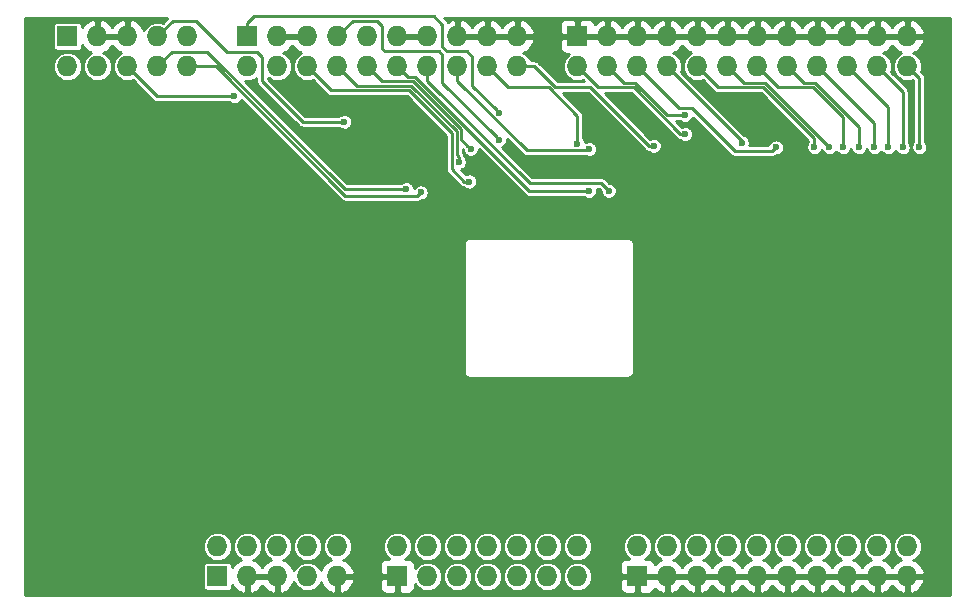
<source format=gbl>
G04 #@! TF.FileFunction,Copper,L2,Bot,Signal*
%FSLAX46Y46*%
G04 Gerber Fmt 4.6, Leading zero omitted, Abs format (unit mm)*
G04 Created by KiCad (PCBNEW (after 2015-mar-04 BZR unknown)-product) date 2015年08月08日土曜日 05:56:36*
%MOMM*%
G01*
G04 APERTURE LIST*
%ADD10C,0.100000*%
%ADD11R,1.727200X1.727200*%
%ADD12O,1.727200X1.727200*%
%ADD13C,0.600000*%
%ADD14C,0.254000*%
G04 APERTURE END LIST*
D10*
D11*
X4064400Y47752000D03*
D12*
X4064400Y45212000D03*
X6604400Y47752000D03*
X6604400Y45212000D03*
X9144400Y47752000D03*
X9144400Y45212000D03*
X11684400Y47752000D03*
X11684400Y45212000D03*
X14224400Y47752000D03*
X14224400Y45212000D03*
D11*
X16764400Y2032200D03*
D12*
X16764400Y4572200D03*
X19304400Y2032200D03*
X19304400Y4572200D03*
X21844400Y2032200D03*
X21844400Y4572200D03*
X24384400Y2032200D03*
X24384400Y4572200D03*
X26924400Y2032200D03*
X26924400Y4572200D03*
D11*
X32004400Y2032200D03*
D12*
X32004400Y4572200D03*
X34544400Y2032200D03*
X34544400Y4572200D03*
X37084400Y2032200D03*
X37084400Y4572200D03*
X39624400Y2032200D03*
X39624400Y4572200D03*
X42164400Y2032200D03*
X42164400Y4572200D03*
X44704400Y2032200D03*
X44704400Y4572200D03*
X47244400Y2032200D03*
X47244400Y4572200D03*
D11*
X52324000Y2032000D03*
D12*
X52324000Y4572000D03*
X54864000Y2032000D03*
X54864000Y4572000D03*
X57404000Y2032000D03*
X57404000Y4572000D03*
X59944000Y2032000D03*
X59944000Y4572000D03*
X62484000Y2032000D03*
X62484000Y4572000D03*
X65024000Y2032000D03*
X65024000Y4572000D03*
X67564000Y2032000D03*
X67564000Y4572000D03*
X70104000Y2032000D03*
X70104000Y4572000D03*
X72644000Y2032000D03*
X72644000Y4572000D03*
X75184000Y2032000D03*
X75184000Y4572000D03*
D11*
X19304400Y47752000D03*
D12*
X19304400Y45212000D03*
X21844400Y47752000D03*
X21844400Y45212000D03*
X24384400Y47752000D03*
X24384400Y45212000D03*
X26924400Y47752000D03*
X26924400Y45212000D03*
X29464400Y47752000D03*
X29464400Y45212000D03*
X32004400Y47752000D03*
X32004400Y45212000D03*
X34544400Y47752000D03*
X34544400Y45212000D03*
X37084400Y47752000D03*
X37084400Y45212000D03*
X39624400Y47752000D03*
X39624400Y45212000D03*
X42164400Y47752000D03*
X42164400Y45212000D03*
D11*
X47244400Y47752000D03*
D12*
X47244400Y45212000D03*
X49784400Y47752000D03*
X49784400Y45212000D03*
X52324400Y47752000D03*
X52324400Y45212000D03*
X54864400Y47752000D03*
X54864400Y45212000D03*
X57404400Y47752000D03*
X57404400Y45212000D03*
X59944400Y47752000D03*
X59944400Y45212000D03*
X62484400Y47752000D03*
X62484400Y45212000D03*
X65024400Y47752000D03*
X65024400Y45212000D03*
X67564400Y47752000D03*
X67564400Y45212000D03*
X70104400Y47752000D03*
X70104400Y45212000D03*
X72644400Y47752000D03*
X72644400Y45212000D03*
X75184400Y47752000D03*
X75184400Y45212000D03*
D13*
X18161000Y42672000D03*
X27524551Y40518151D03*
X32766000Y34823400D03*
X33985200Y34544000D03*
X40640000Y41275000D03*
X38100008Y35458400D03*
X40639994Y38989000D03*
X37196122Y37094522D03*
X38226781Y38206116D03*
X48260000Y34671000D03*
X49911000Y34670996D03*
X48260000Y38201600D03*
X47244000Y38654020D03*
X53721000Y38481008D03*
X56388000Y39471600D03*
X56388000Y41097200D03*
X64058800Y38354000D03*
X61163196Y38760400D03*
X67310000Y38354000D03*
X68580000Y38354000D03*
X69723000Y38354000D03*
X71069200Y38354000D03*
X72389998Y38354000D03*
X73533000Y38354000D03*
X74777600Y38354000D03*
X76200000Y38353996D03*
D14*
X17736736Y42672000D02*
X18161000Y42672000D01*
X11684400Y42672000D02*
X17736736Y42672000D01*
X9144400Y45212000D02*
X11684400Y42672000D01*
X23997849Y40518151D02*
X27100287Y40518151D01*
X20132040Y46466760D02*
X20574400Y46024400D01*
X17556480Y46466760D02*
X20132040Y46466760D01*
X27100287Y40518151D02*
X27524551Y40518151D01*
X12989960Y49057560D02*
X14965680Y49057560D01*
X11684400Y47752000D02*
X12989960Y49057560D01*
X14965680Y49057560D02*
X17556480Y46466760D01*
X20574400Y46024400D02*
X20574400Y43941600D01*
X20574400Y43941600D02*
X23997849Y40518151D01*
X32341736Y34823400D02*
X32766000Y34823400D01*
X27564428Y34823400D02*
X32341736Y34823400D01*
X12939160Y46466760D02*
X15921068Y46466760D01*
X15921068Y46466760D02*
X27564428Y34823400D01*
X11684400Y45212000D02*
X12939160Y46466760D01*
X14224400Y45212000D02*
X16637000Y45212000D01*
X16637000Y45212000D02*
X27604999Y34244001D01*
X27604999Y34244001D02*
X33685201Y34244001D01*
X33685201Y34244001D02*
X33985200Y34544000D01*
X40340001Y41574999D02*
X40640000Y41275000D01*
X35814000Y48747680D02*
X35814000Y46852840D01*
X38354400Y43560600D02*
X40340001Y41574999D01*
X38354400Y46009160D02*
X38354400Y43560600D01*
X19893690Y49458890D02*
X35102790Y49458890D01*
X37871400Y46492160D02*
X38354400Y46009160D01*
X35814000Y46852840D02*
X36174680Y46492160D01*
X36174680Y46492160D02*
X37871400Y46492160D01*
X19304400Y48869600D02*
X19893690Y49458890D01*
X35102790Y49458890D02*
X35814000Y48747680D01*
X19304400Y47752000D02*
X19304400Y48869600D01*
X36642121Y36492023D02*
X37675744Y35458400D01*
X36642121Y39557879D02*
X36642121Y36492023D01*
X37675744Y35458400D02*
X38100008Y35458400D01*
X24384400Y45212000D02*
X26416400Y43180000D01*
X33020000Y43180000D02*
X36642121Y39557879D01*
X26416400Y43180000D02*
X33020000Y43180000D01*
X35824160Y43804834D02*
X40339995Y39288999D01*
X35824160Y46146720D02*
X35824160Y43804834D01*
X26924400Y47752000D02*
X28250280Y49077880D01*
X35493960Y46476920D02*
X35824160Y46146720D01*
X30281880Y49077880D02*
X30728920Y48630840D01*
X28250280Y49077880D02*
X30281880Y49077880D01*
X30728920Y48630840D02*
X30728920Y46695360D01*
X40339995Y39288999D02*
X40639994Y38989000D01*
X30947360Y46476920D02*
X35493960Y46476920D01*
X30728920Y46695360D02*
X30947360Y46476920D01*
X33177819Y43561010D02*
X37023131Y39715698D01*
X37023131Y37691777D02*
X37196122Y37518786D01*
X37196122Y37518786D02*
X37196122Y37094522D01*
X37023131Y39715698D02*
X37023131Y37691777D01*
X28575390Y43561010D02*
X33177819Y43561010D01*
X26924400Y45212000D02*
X28575390Y43561010D01*
X33335638Y43942020D02*
X37404141Y39873517D01*
X37926782Y38506115D02*
X38226781Y38206116D01*
X37404141Y39028756D02*
X37926782Y38506115D01*
X37404141Y39873517D02*
X37404141Y39028756D01*
X30734380Y43942020D02*
X33335638Y43942020D01*
X29464400Y45212000D02*
X30734380Y43942020D01*
X47835736Y34671000D02*
X48260000Y34671000D01*
X33468086Y44348401D02*
X43145487Y34671000D01*
X32004400Y45212000D02*
X32867999Y44348401D01*
X43145487Y34671000D02*
X47835736Y34671000D01*
X32867999Y44348401D02*
X33468086Y44348401D01*
X34544400Y45212000D02*
X34544400Y43990686D01*
X34544400Y43990686D02*
X43229086Y35306000D01*
X43229086Y35306000D02*
X49275996Y35306000D01*
X49275996Y35306000D02*
X49611001Y34970995D01*
X49611001Y34970995D02*
X49911000Y34670996D01*
X37084400Y45212000D02*
X37084400Y43990686D01*
X37084400Y43990686D02*
X42975086Y38100000D01*
X42975086Y38100000D02*
X48133000Y38100000D01*
X48133000Y38100000D02*
X48260000Y38227000D01*
X48260000Y38227000D02*
X48260000Y38201600D01*
X41402400Y43434000D02*
X44831000Y43434000D01*
X39624400Y45212000D02*
X41402400Y43434000D01*
X44831000Y43434000D02*
X47244000Y41021000D01*
X47244000Y41021000D02*
X47244000Y38654020D01*
X42164400Y45212000D02*
X43591829Y45212000D01*
X48343744Y43434000D02*
X53296736Y38481008D01*
X43591829Y45212000D02*
X45369829Y43434000D01*
X45369829Y43434000D02*
X48343744Y43434000D01*
X53296736Y38481008D02*
X53721000Y38481008D01*
X49022400Y43434000D02*
X52001336Y43434000D01*
X52001336Y43434000D02*
X55963736Y39471600D01*
X47244400Y45212000D02*
X49022400Y43434000D01*
X55963736Y39471600D02*
X56388000Y39471600D01*
X55963736Y41097200D02*
X56388000Y41097200D01*
X54876965Y41097200D02*
X55963736Y41097200D01*
X52159155Y43815010D02*
X54876965Y41097200D01*
X51181390Y43815010D02*
X52159155Y43815010D01*
X49784400Y45212000D02*
X51181390Y43815010D01*
X55880400Y41656000D02*
X56953922Y41656000D01*
X52324400Y45212000D02*
X55880400Y41656000D01*
X56953922Y41656000D02*
X60555921Y38054001D01*
X63758801Y38054001D02*
X64058800Y38354000D01*
X60555921Y38054001D02*
X63758801Y38054001D01*
X61163196Y38913204D02*
X61163196Y38760400D01*
X54864400Y45212000D02*
X61163196Y38913204D01*
X57404400Y45212000D02*
X59182410Y43433990D01*
X62992010Y43433990D02*
X67310000Y39116000D01*
X59182410Y43433990D02*
X62992010Y43433990D01*
X67310000Y39116000D02*
X67310000Y38354000D01*
X59944400Y45212000D02*
X61341400Y43815000D01*
X61341400Y43815000D02*
X63149829Y43815000D01*
X63149829Y43815000D02*
X68580000Y38384829D01*
X68580000Y38384829D02*
X68580000Y38354000D01*
X69723000Y38778264D02*
X69723000Y38354000D01*
X67183010Y43433990D02*
X69723000Y40894000D01*
X64262410Y43433990D02*
X67183010Y43433990D01*
X69723000Y40894000D02*
X69723000Y38778264D01*
X62484400Y45212000D02*
X64262410Y43433990D01*
X65024400Y45212000D02*
X66421400Y43815000D01*
X71069200Y38778264D02*
X71069200Y38354000D01*
X71069200Y40086629D02*
X71069200Y38778264D01*
X66421400Y43815000D02*
X67340829Y43815000D01*
X67340829Y43815000D02*
X71069200Y40086629D01*
X67564400Y45212000D02*
X72389998Y40386402D01*
X72389998Y40386402D02*
X72389998Y38354000D01*
X70104400Y45212000D02*
X73533000Y41783400D01*
X73533000Y38778264D02*
X73533000Y38354000D01*
X73533000Y41783400D02*
X73533000Y38778264D01*
X74777600Y38778264D02*
X74777600Y38354000D01*
X74777600Y43078800D02*
X74777600Y38778264D01*
X72644400Y45212000D02*
X74777600Y43078800D01*
X76200000Y44196400D02*
X76200000Y38778260D01*
X75184400Y45212000D02*
X76200000Y44196400D01*
X76200000Y38778260D02*
X76200000Y38353996D01*
G36*
X14371400Y47625000D02*
X14351400Y47625000D01*
X14351400Y47605000D01*
X14097400Y47605000D01*
X14097400Y47625000D01*
X14077400Y47625000D01*
X14077400Y47879000D01*
X14097400Y47879000D01*
X14097400Y47899000D01*
X14351400Y47899000D01*
X14351400Y47879000D01*
X14371400Y47879000D01*
X14371400Y47625000D01*
X14371400Y47625000D01*
G37*
X14371400Y47625000D02*
X14351400Y47625000D01*
X14351400Y47605000D01*
X14097400Y47605000D01*
X14097400Y47625000D01*
X14077400Y47625000D01*
X14077400Y47879000D01*
X14097400Y47879000D01*
X14097400Y47899000D01*
X14351400Y47899000D01*
X14351400Y47879000D01*
X14371400Y47879000D01*
X14371400Y47625000D01*
G36*
X24531400Y47625000D02*
X24511400Y47625000D01*
X24511400Y47605000D01*
X24257400Y47605000D01*
X24257400Y47625000D01*
X23178217Y47625000D01*
X23050583Y47625000D01*
X21971400Y47625000D01*
X21971400Y47605000D01*
X21717400Y47605000D01*
X21717400Y47625000D01*
X21697400Y47625000D01*
X21697400Y47879000D01*
X21717400Y47879000D01*
X21717400Y47899000D01*
X21971400Y47899000D01*
X21971400Y47879000D01*
X23050583Y47879000D01*
X23178217Y47879000D01*
X24257400Y47879000D01*
X24257400Y47899000D01*
X24511400Y47899000D01*
X24511400Y47879000D01*
X24531400Y47879000D01*
X24531400Y47625000D01*
X24531400Y47625000D01*
G37*
X24531400Y47625000D02*
X24511400Y47625000D01*
X24511400Y47605000D01*
X24257400Y47605000D01*
X24257400Y47625000D01*
X23178217Y47625000D01*
X23050583Y47625000D01*
X21971400Y47625000D01*
X21971400Y47605000D01*
X21717400Y47605000D01*
X21717400Y47625000D01*
X21697400Y47625000D01*
X21697400Y47879000D01*
X21717400Y47879000D01*
X21717400Y47899000D01*
X21971400Y47899000D01*
X21971400Y47879000D01*
X23050583Y47879000D01*
X23178217Y47879000D01*
X24257400Y47879000D01*
X24257400Y47899000D01*
X24511400Y47899000D01*
X24511400Y47879000D01*
X24531400Y47879000D01*
X24531400Y47625000D01*
G36*
X29611400Y47625000D02*
X29591400Y47625000D01*
X29591400Y47605000D01*
X29337400Y47605000D01*
X29337400Y47625000D01*
X29317400Y47625000D01*
X29317400Y47879000D01*
X29337400Y47879000D01*
X29337400Y47899000D01*
X29591400Y47899000D01*
X29591400Y47879000D01*
X29611400Y47879000D01*
X29611400Y47625000D01*
X29611400Y47625000D01*
G37*
X29611400Y47625000D02*
X29591400Y47625000D01*
X29591400Y47605000D01*
X29337400Y47605000D01*
X29337400Y47625000D01*
X29317400Y47625000D01*
X29317400Y47879000D01*
X29337400Y47879000D01*
X29337400Y47899000D01*
X29591400Y47899000D01*
X29591400Y47879000D01*
X29611400Y47879000D01*
X29611400Y47625000D01*
G36*
X34691400Y47625000D02*
X34671400Y47625000D01*
X34671400Y47605000D01*
X34417400Y47605000D01*
X34417400Y47625000D01*
X33338217Y47625000D01*
X33210583Y47625000D01*
X32131400Y47625000D01*
X32131400Y47605000D01*
X31877400Y47605000D01*
X31877400Y47625000D01*
X31857400Y47625000D01*
X31857400Y47879000D01*
X31877400Y47879000D01*
X31877400Y47899000D01*
X32131400Y47899000D01*
X32131400Y47879000D01*
X33210583Y47879000D01*
X33338217Y47879000D01*
X34417400Y47879000D01*
X34417400Y47899000D01*
X34671400Y47899000D01*
X34671400Y47879000D01*
X34691400Y47879000D01*
X34691400Y47625000D01*
X34691400Y47625000D01*
G37*
X34691400Y47625000D02*
X34671400Y47625000D01*
X34671400Y47605000D01*
X34417400Y47605000D01*
X34417400Y47625000D01*
X33338217Y47625000D01*
X33210583Y47625000D01*
X32131400Y47625000D01*
X32131400Y47605000D01*
X31877400Y47605000D01*
X31877400Y47625000D01*
X31857400Y47625000D01*
X31857400Y47879000D01*
X31877400Y47879000D01*
X31877400Y47899000D01*
X32131400Y47899000D01*
X32131400Y47879000D01*
X33210583Y47879000D01*
X33338217Y47879000D01*
X34417400Y47879000D01*
X34417400Y47899000D01*
X34671400Y47899000D01*
X34671400Y47879000D01*
X34691400Y47879000D01*
X34691400Y47625000D01*
G36*
X78792000Y456000D02*
X77724000Y456000D01*
X76638958Y456000D01*
X76638958Y1672974D01*
X76638958Y2391026D01*
X76593222Y2541814D01*
X76466684Y2806944D01*
X76290854Y3042293D01*
X76072488Y3238817D01*
X75819978Y3388964D01*
X75689980Y3434964D01*
X75878773Y3535346D01*
X76067010Y3688868D01*
X76221842Y3876029D01*
X76337373Y4089698D01*
X76409201Y4321738D01*
X76434592Y4563311D01*
X76412577Y4805215D01*
X76343995Y5038235D01*
X76231459Y5253497D01*
X76079255Y5442801D01*
X75893180Y5598936D01*
X75680322Y5715956D01*
X75448789Y5789403D01*
X75207399Y5816479D01*
X75190022Y5816600D01*
X75177978Y5816600D01*
X74936234Y5792897D01*
X74703698Y5722690D01*
X74489227Y5608654D01*
X74300990Y5455132D01*
X74146158Y5267971D01*
X74030627Y5054302D01*
X73958799Y4822262D01*
X73933408Y4580689D01*
X73955423Y4338785D01*
X74024005Y4105765D01*
X74136541Y3890503D01*
X74288745Y3701199D01*
X74474820Y3545064D01*
X74676238Y3434334D01*
X74548022Y3388964D01*
X74295512Y3238817D01*
X74077146Y3042293D01*
X73914000Y2823922D01*
X73750854Y3042293D01*
X73532488Y3238817D01*
X73279978Y3388964D01*
X73149980Y3434964D01*
X73338773Y3535346D01*
X73527010Y3688868D01*
X73681842Y3876029D01*
X73797373Y4089698D01*
X73869201Y4321738D01*
X73894592Y4563311D01*
X73872577Y4805215D01*
X73803995Y5038235D01*
X73691459Y5253497D01*
X73539255Y5442801D01*
X73353180Y5598936D01*
X73140322Y5715956D01*
X72908789Y5789403D01*
X72667399Y5816479D01*
X72650022Y5816600D01*
X72637978Y5816600D01*
X72396234Y5792897D01*
X72163698Y5722690D01*
X71949227Y5608654D01*
X71760990Y5455132D01*
X71606158Y5267971D01*
X71490627Y5054302D01*
X71418799Y4822262D01*
X71393408Y4580689D01*
X71415423Y4338785D01*
X71484005Y4105765D01*
X71596541Y3890503D01*
X71748745Y3701199D01*
X71934820Y3545064D01*
X72136238Y3434334D01*
X72008022Y3388964D01*
X71755512Y3238817D01*
X71537146Y3042293D01*
X71374000Y2823922D01*
X71210854Y3042293D01*
X70992488Y3238817D01*
X70739978Y3388964D01*
X70609980Y3434964D01*
X70798773Y3535346D01*
X70987010Y3688868D01*
X71141842Y3876029D01*
X71257373Y4089698D01*
X71329201Y4321738D01*
X71354592Y4563311D01*
X71332577Y4805215D01*
X71263995Y5038235D01*
X71151459Y5253497D01*
X70999255Y5442801D01*
X70813180Y5598936D01*
X70600322Y5715956D01*
X70368789Y5789403D01*
X70127399Y5816479D01*
X70110022Y5816600D01*
X70097978Y5816600D01*
X69856234Y5792897D01*
X69623698Y5722690D01*
X69409227Y5608654D01*
X69220990Y5455132D01*
X69066158Y5267971D01*
X68950627Y5054302D01*
X68878799Y4822262D01*
X68853408Y4580689D01*
X68875423Y4338785D01*
X68944005Y4105765D01*
X69056541Y3890503D01*
X69208745Y3701199D01*
X69394820Y3545064D01*
X69596238Y3434334D01*
X69468022Y3388964D01*
X69215512Y3238817D01*
X68997146Y3042293D01*
X68834000Y2823922D01*
X68670854Y3042293D01*
X68452488Y3238817D01*
X68199978Y3388964D01*
X68069980Y3434964D01*
X68258773Y3535346D01*
X68447010Y3688868D01*
X68601842Y3876029D01*
X68717373Y4089698D01*
X68789201Y4321738D01*
X68814592Y4563311D01*
X68792577Y4805215D01*
X68723995Y5038235D01*
X68611459Y5253497D01*
X68459255Y5442801D01*
X68273180Y5598936D01*
X68060322Y5715956D01*
X67828789Y5789403D01*
X67587399Y5816479D01*
X67570022Y5816600D01*
X67557978Y5816600D01*
X67316234Y5792897D01*
X67083698Y5722690D01*
X66869227Y5608654D01*
X66680990Y5455132D01*
X66526158Y5267971D01*
X66410627Y5054302D01*
X66338799Y4822262D01*
X66313408Y4580689D01*
X66335423Y4338785D01*
X66404005Y4105765D01*
X66516541Y3890503D01*
X66668745Y3701199D01*
X66854820Y3545064D01*
X67056238Y3434334D01*
X66928022Y3388964D01*
X66675512Y3238817D01*
X66457146Y3042293D01*
X66294000Y2823922D01*
X66130854Y3042293D01*
X65912488Y3238817D01*
X65659978Y3388964D01*
X65529980Y3434964D01*
X65718773Y3535346D01*
X65907010Y3688868D01*
X66061842Y3876029D01*
X66177373Y4089698D01*
X66249201Y4321738D01*
X66274592Y4563311D01*
X66252577Y4805215D01*
X66183995Y5038235D01*
X66071459Y5253497D01*
X65919255Y5442801D01*
X65733180Y5598936D01*
X65520322Y5715956D01*
X65288789Y5789403D01*
X65047399Y5816479D01*
X65030022Y5816600D01*
X65017978Y5816600D01*
X64776234Y5792897D01*
X64543698Y5722690D01*
X64329227Y5608654D01*
X64140990Y5455132D01*
X63986158Y5267971D01*
X63870627Y5054302D01*
X63798799Y4822262D01*
X63773408Y4580689D01*
X63795423Y4338785D01*
X63864005Y4105765D01*
X63976541Y3890503D01*
X64128745Y3701199D01*
X64314820Y3545064D01*
X64516238Y3434334D01*
X64388022Y3388964D01*
X64135512Y3238817D01*
X63917146Y3042293D01*
X63754000Y2823922D01*
X63590854Y3042293D01*
X63372488Y3238817D01*
X63119978Y3388964D01*
X62989980Y3434964D01*
X63178773Y3535346D01*
X63367010Y3688868D01*
X63521842Y3876029D01*
X63637373Y4089698D01*
X63709201Y4321738D01*
X63734592Y4563311D01*
X63712577Y4805215D01*
X63643995Y5038235D01*
X63531459Y5253497D01*
X63379255Y5442801D01*
X63193180Y5598936D01*
X62980322Y5715956D01*
X62748789Y5789403D01*
X62507399Y5816479D01*
X62490022Y5816600D01*
X62477978Y5816600D01*
X62236234Y5792897D01*
X62003698Y5722690D01*
X61789227Y5608654D01*
X61600990Y5455132D01*
X61446158Y5267971D01*
X61330627Y5054302D01*
X61258799Y4822262D01*
X61233408Y4580689D01*
X61255423Y4338785D01*
X61324005Y4105765D01*
X61436541Y3890503D01*
X61588745Y3701199D01*
X61774820Y3545064D01*
X61976238Y3434334D01*
X61848022Y3388964D01*
X61595512Y3238817D01*
X61377146Y3042293D01*
X61214000Y2823922D01*
X61050854Y3042293D01*
X60832488Y3238817D01*
X60579978Y3388964D01*
X60449980Y3434964D01*
X60638773Y3535346D01*
X60827010Y3688868D01*
X60981842Y3876029D01*
X61097373Y4089698D01*
X61169201Y4321738D01*
X61194592Y4563311D01*
X61172577Y4805215D01*
X61103995Y5038235D01*
X60991459Y5253497D01*
X60839255Y5442801D01*
X60653180Y5598936D01*
X60440322Y5715956D01*
X60208789Y5789403D01*
X59967399Y5816479D01*
X59950022Y5816600D01*
X59937978Y5816600D01*
X59696234Y5792897D01*
X59463698Y5722690D01*
X59249227Y5608654D01*
X59060990Y5455132D01*
X58906158Y5267971D01*
X58790627Y5054302D01*
X58718799Y4822262D01*
X58693408Y4580689D01*
X58715423Y4338785D01*
X58784005Y4105765D01*
X58896541Y3890503D01*
X59048745Y3701199D01*
X59234820Y3545064D01*
X59436238Y3434334D01*
X59308022Y3388964D01*
X59055512Y3238817D01*
X58837146Y3042293D01*
X58674000Y2823922D01*
X58510854Y3042293D01*
X58292488Y3238817D01*
X58039978Y3388964D01*
X57909980Y3434964D01*
X58098773Y3535346D01*
X58287010Y3688868D01*
X58441842Y3876029D01*
X58557373Y4089698D01*
X58629201Y4321738D01*
X58654592Y4563311D01*
X58632577Y4805215D01*
X58563995Y5038235D01*
X58451459Y5253497D01*
X58299255Y5442801D01*
X58113180Y5598936D01*
X57900322Y5715956D01*
X57668789Y5789403D01*
X57427399Y5816479D01*
X57410022Y5816600D01*
X57397978Y5816600D01*
X57156234Y5792897D01*
X56923698Y5722690D01*
X56709227Y5608654D01*
X56520990Y5455132D01*
X56366158Y5267971D01*
X56250627Y5054302D01*
X56178799Y4822262D01*
X56153408Y4580689D01*
X56175423Y4338785D01*
X56244005Y4105765D01*
X56356541Y3890503D01*
X56508745Y3701199D01*
X56694820Y3545064D01*
X56896238Y3434334D01*
X56768022Y3388964D01*
X56515512Y3238817D01*
X56297146Y3042293D01*
X56134000Y2823922D01*
X55970854Y3042293D01*
X55752488Y3238817D01*
X55499978Y3388964D01*
X55369980Y3434964D01*
X55558773Y3535346D01*
X55747010Y3688868D01*
X55901842Y3876029D01*
X56017373Y4089698D01*
X56089201Y4321738D01*
X56114592Y4563311D01*
X56092577Y4805215D01*
X56023995Y5038235D01*
X55911459Y5253497D01*
X55759255Y5442801D01*
X55573180Y5598936D01*
X55360322Y5715956D01*
X55128789Y5789403D01*
X54887399Y5816479D01*
X54870022Y5816600D01*
X54857978Y5816600D01*
X54616234Y5792897D01*
X54383698Y5722690D01*
X54169227Y5608654D01*
X53980990Y5455132D01*
X53826158Y5267971D01*
X53710627Y5054302D01*
X53638799Y4822262D01*
X53613408Y4580689D01*
X53635423Y4338785D01*
X53704005Y4105765D01*
X53816541Y3890503D01*
X53968745Y3701199D01*
X54154820Y3545064D01*
X54356238Y3434334D01*
X54228022Y3388964D01*
X53975512Y3238817D01*
X53798464Y3079479D01*
X53798197Y3080823D01*
X53750330Y3196385D01*
X53680837Y3300389D01*
X53592389Y3388837D01*
X53488385Y3458330D01*
X53372823Y3506197D01*
X53250142Y3530600D01*
X53009847Y3530600D01*
X53018773Y3535346D01*
X53207010Y3688868D01*
X53361842Y3876029D01*
X53477373Y4089698D01*
X53549201Y4321738D01*
X53574592Y4563311D01*
X53552577Y4805215D01*
X53483995Y5038235D01*
X53371459Y5253497D01*
X53219255Y5442801D01*
X53033180Y5598936D01*
X52820322Y5715956D01*
X52588789Y5789403D01*
X52347399Y5816479D01*
X52330022Y5816600D01*
X52317978Y5816600D01*
X52076234Y5792897D01*
X52018000Y5775316D01*
X52018000Y19304000D01*
X52018000Y30226000D01*
X52013810Y30268729D01*
X52009923Y30311446D01*
X52009472Y30312978D01*
X52009316Y30314571D01*
X51996909Y30355664D01*
X51984796Y30396821D01*
X51984054Y30398240D01*
X51983593Y30399768D01*
X51963470Y30437613D01*
X51943565Y30475689D01*
X51942561Y30476937D01*
X51941812Y30478347D01*
X51914716Y30511569D01*
X51887800Y30545046D01*
X51886573Y30546075D01*
X51885564Y30547313D01*
X51852529Y30574642D01*
X51819625Y30602252D01*
X51818222Y30603024D01*
X51816992Y30604041D01*
X51779277Y30624434D01*
X51741638Y30645126D01*
X51740113Y30645610D01*
X51738707Y30646370D01*
X51697711Y30659061D01*
X51656808Y30672035D01*
X51655219Y30672214D01*
X51653692Y30672686D01*
X51611044Y30677169D01*
X51568367Y30681956D01*
X51565294Y30681978D01*
X51565183Y30681989D01*
X51565070Y30681979D01*
X51562000Y30682000D01*
X38100000Y30682000D01*
X38057271Y30677811D01*
X38014554Y30673923D01*
X38013022Y30673473D01*
X38011429Y30673316D01*
X37970336Y30660910D01*
X37929179Y30648796D01*
X37927760Y30648055D01*
X37926232Y30647593D01*
X37888387Y30627471D01*
X37850311Y30607565D01*
X37849063Y30606562D01*
X37847653Y30605812D01*
X37814431Y30578717D01*
X37780954Y30551800D01*
X37779925Y30550574D01*
X37778687Y30549564D01*
X37751358Y30516530D01*
X37723748Y30483625D01*
X37722976Y30482223D01*
X37721959Y30480992D01*
X37701566Y30443278D01*
X37680874Y30405638D01*
X37680390Y30404114D01*
X37679630Y30402707D01*
X37666939Y30361712D01*
X37653965Y30320808D01*
X37653786Y30319220D01*
X37653314Y30317692D01*
X37648831Y30275045D01*
X37644044Y30232367D01*
X37644022Y30229295D01*
X37644011Y30229183D01*
X37644021Y30229071D01*
X37644000Y30226000D01*
X37644000Y19304000D01*
X37648189Y19261272D01*
X37652077Y19218554D01*
X37652527Y19217023D01*
X37652684Y19215429D01*
X37665090Y19174337D01*
X37677204Y19133179D01*
X37677945Y19131761D01*
X37678407Y19130232D01*
X37698529Y19092388D01*
X37718435Y19054311D01*
X37719438Y19053064D01*
X37720188Y19051653D01*
X37747283Y19018432D01*
X37774200Y18984954D01*
X37775426Y18983926D01*
X37776436Y18982687D01*
X37809470Y18955359D01*
X37842375Y18927748D01*
X37843777Y18926977D01*
X37845008Y18925959D01*
X37882722Y18905567D01*
X37920362Y18884874D01*
X37921886Y18884391D01*
X37923293Y18883630D01*
X37964288Y18870940D01*
X38005192Y18857965D01*
X38006780Y18857787D01*
X38008308Y18857314D01*
X38050955Y18852832D01*
X38093633Y18848044D01*
X38096705Y18848023D01*
X38096817Y18848011D01*
X38096929Y18848022D01*
X38100000Y18848000D01*
X51562000Y18848000D01*
X51604728Y18852190D01*
X51647446Y18856077D01*
X51648977Y18856528D01*
X51650571Y18856684D01*
X51691663Y18869091D01*
X51732821Y18881204D01*
X51734239Y18881946D01*
X51735768Y18882407D01*
X51773612Y18902530D01*
X51811689Y18922435D01*
X51812936Y18923439D01*
X51814347Y18924188D01*
X51847568Y18951284D01*
X51881046Y18978200D01*
X51882074Y18979427D01*
X51883313Y18980436D01*
X51910641Y19013471D01*
X51938252Y19046375D01*
X51939023Y19047778D01*
X51940041Y19049008D01*
X51960433Y19086723D01*
X51981126Y19124362D01*
X51981609Y19125887D01*
X51982370Y19127293D01*
X51995060Y19168289D01*
X52008035Y19209192D01*
X52008213Y19210781D01*
X52008686Y19212308D01*
X52013168Y19254956D01*
X52017956Y19297633D01*
X52017977Y19300706D01*
X52017989Y19300817D01*
X52017978Y19300930D01*
X52018000Y19304000D01*
X52018000Y5775316D01*
X51843698Y5722690D01*
X51629227Y5608654D01*
X51440990Y5455132D01*
X51286158Y5267971D01*
X51170627Y5054302D01*
X51098799Y4822262D01*
X51073408Y4580689D01*
X51095423Y4338785D01*
X51164005Y4105765D01*
X51276541Y3890503D01*
X51428745Y3701199D01*
X51614820Y3545064D01*
X51641129Y3530600D01*
X51397858Y3530600D01*
X51275177Y3506197D01*
X51159615Y3458330D01*
X51055611Y3388837D01*
X50967163Y3300389D01*
X50897670Y3196385D01*
X50849803Y3080823D01*
X50825400Y2958142D01*
X50825400Y2833058D01*
X50825400Y2317750D01*
X50984150Y2159000D01*
X52197000Y2159000D01*
X52197000Y2179000D01*
X52451000Y2179000D01*
X52451000Y2159000D01*
X53530183Y2159000D01*
X53663850Y2159000D01*
X54737000Y2159000D01*
X54737000Y2179000D01*
X54991000Y2179000D01*
X54991000Y2159000D01*
X56070183Y2159000D01*
X56197817Y2159000D01*
X57277000Y2159000D01*
X57277000Y2179000D01*
X57531000Y2179000D01*
X57531000Y2159000D01*
X58610183Y2159000D01*
X58737817Y2159000D01*
X59817000Y2159000D01*
X59817000Y2179000D01*
X60071000Y2179000D01*
X60071000Y2159000D01*
X61150183Y2159000D01*
X61277817Y2159000D01*
X62357000Y2159000D01*
X62357000Y2179000D01*
X62611000Y2179000D01*
X62611000Y2159000D01*
X63690183Y2159000D01*
X63817817Y2159000D01*
X64897000Y2159000D01*
X64897000Y2179000D01*
X65151000Y2179000D01*
X65151000Y2159000D01*
X66230183Y2159000D01*
X66357817Y2159000D01*
X67437000Y2159000D01*
X67437000Y2179000D01*
X67691000Y2179000D01*
X67691000Y2159000D01*
X68770183Y2159000D01*
X68897817Y2159000D01*
X69977000Y2159000D01*
X69977000Y2179000D01*
X70231000Y2179000D01*
X70231000Y2159000D01*
X71310183Y2159000D01*
X71437817Y2159000D01*
X72517000Y2159000D01*
X72517000Y2179000D01*
X72771000Y2179000D01*
X72771000Y2159000D01*
X73850183Y2159000D01*
X73977817Y2159000D01*
X75057000Y2159000D01*
X75057000Y2179000D01*
X75311000Y2179000D01*
X75311000Y2159000D01*
X76517817Y2159000D01*
X76638958Y2391026D01*
X76638958Y1672974D01*
X76517817Y1905000D01*
X75311000Y1905000D01*
X75311000Y697536D01*
X75543027Y577037D01*
X75819978Y675036D01*
X76072488Y825183D01*
X76290854Y1021707D01*
X76466684Y1257056D01*
X76593222Y1522186D01*
X76638958Y1672974D01*
X76638958Y456000D01*
X75057000Y456000D01*
X75057000Y697536D01*
X75057000Y1905000D01*
X73977817Y1905000D01*
X73850183Y1905000D01*
X72771000Y1905000D01*
X72771000Y697536D01*
X73003027Y577037D01*
X73279978Y675036D01*
X73532488Y825183D01*
X73750854Y1021707D01*
X73914000Y1240079D01*
X74077146Y1021707D01*
X74295512Y825183D01*
X74548022Y675036D01*
X74824973Y577037D01*
X75057000Y697536D01*
X75057000Y456000D01*
X72517000Y456000D01*
X72517000Y697536D01*
X72517000Y1905000D01*
X71437817Y1905000D01*
X71310183Y1905000D01*
X70231000Y1905000D01*
X70231000Y697536D01*
X70463027Y577037D01*
X70739978Y675036D01*
X70992488Y825183D01*
X71210854Y1021707D01*
X71374000Y1240079D01*
X71537146Y1021707D01*
X71755512Y825183D01*
X72008022Y675036D01*
X72284973Y577037D01*
X72517000Y697536D01*
X72517000Y456000D01*
X69977000Y456000D01*
X69977000Y697536D01*
X69977000Y1905000D01*
X68897817Y1905000D01*
X68770183Y1905000D01*
X67691000Y1905000D01*
X67691000Y697536D01*
X67923027Y577037D01*
X68199978Y675036D01*
X68452488Y825183D01*
X68670854Y1021707D01*
X68834000Y1240079D01*
X68997146Y1021707D01*
X69215512Y825183D01*
X69468022Y675036D01*
X69744973Y577037D01*
X69977000Y697536D01*
X69977000Y456000D01*
X67437000Y456000D01*
X67437000Y697536D01*
X67437000Y1905000D01*
X66357817Y1905000D01*
X66230183Y1905000D01*
X65151000Y1905000D01*
X65151000Y697536D01*
X65383027Y577037D01*
X65659978Y675036D01*
X65912488Y825183D01*
X66130854Y1021707D01*
X66294000Y1240079D01*
X66457146Y1021707D01*
X66675512Y825183D01*
X66928022Y675036D01*
X67204973Y577037D01*
X67437000Y697536D01*
X67437000Y456000D01*
X64897000Y456000D01*
X64897000Y697536D01*
X64897000Y1905000D01*
X63817817Y1905000D01*
X63690183Y1905000D01*
X62611000Y1905000D01*
X62611000Y697536D01*
X62843027Y577037D01*
X63119978Y675036D01*
X63372488Y825183D01*
X63590854Y1021707D01*
X63754000Y1240079D01*
X63917146Y1021707D01*
X64135512Y825183D01*
X64388022Y675036D01*
X64664973Y577037D01*
X64897000Y697536D01*
X64897000Y456000D01*
X62357000Y456000D01*
X62357000Y697536D01*
X62357000Y1905000D01*
X61277817Y1905000D01*
X61150183Y1905000D01*
X60071000Y1905000D01*
X60071000Y697536D01*
X60303027Y577037D01*
X60579978Y675036D01*
X60832488Y825183D01*
X61050854Y1021707D01*
X61214000Y1240079D01*
X61377146Y1021707D01*
X61595512Y825183D01*
X61848022Y675036D01*
X62124973Y577037D01*
X62357000Y697536D01*
X62357000Y456000D01*
X59817000Y456000D01*
X59817000Y697536D01*
X59817000Y1905000D01*
X58737817Y1905000D01*
X58610183Y1905000D01*
X57531000Y1905000D01*
X57531000Y697536D01*
X57763027Y577037D01*
X58039978Y675036D01*
X58292488Y825183D01*
X58510854Y1021707D01*
X58674000Y1240079D01*
X58837146Y1021707D01*
X59055512Y825183D01*
X59308022Y675036D01*
X59584973Y577037D01*
X59817000Y697536D01*
X59817000Y456000D01*
X57277000Y456000D01*
X57277000Y697536D01*
X57277000Y1905000D01*
X56197817Y1905000D01*
X56070183Y1905000D01*
X54991000Y1905000D01*
X54991000Y697536D01*
X55223027Y577037D01*
X55499978Y675036D01*
X55752488Y825183D01*
X55970854Y1021707D01*
X56134000Y1240079D01*
X56297146Y1021707D01*
X56515512Y825183D01*
X56768022Y675036D01*
X57044973Y577037D01*
X57277000Y697536D01*
X57277000Y456000D01*
X55372000Y456000D01*
X54737000Y456000D01*
X54737000Y697536D01*
X54737000Y1905000D01*
X53663850Y1905000D01*
X53530183Y1905000D01*
X52451000Y1905000D01*
X52451000Y692150D01*
X52609750Y533400D01*
X53250142Y533400D01*
X53372823Y557803D01*
X53488385Y605670D01*
X53592389Y675163D01*
X53680837Y763611D01*
X53750330Y867615D01*
X53798197Y983177D01*
X53798464Y984522D01*
X53975512Y825183D01*
X54228022Y675036D01*
X54504973Y577037D01*
X54737000Y697536D01*
X54737000Y456000D01*
X52197000Y456000D01*
X52197000Y692150D01*
X52197000Y1905000D01*
X50984150Y1905000D01*
X50825400Y1746250D01*
X50825400Y1230942D01*
X50825400Y1105858D01*
X50849803Y983177D01*
X50897670Y867615D01*
X50967163Y763611D01*
X51055611Y675163D01*
X51159615Y605670D01*
X51275177Y557803D01*
X51397858Y533400D01*
X52038250Y533400D01*
X52197000Y692150D01*
X52197000Y456000D01*
X48494992Y456000D01*
X48494992Y2023511D01*
X48494992Y4563511D01*
X48472977Y4805415D01*
X48404395Y5038435D01*
X48291859Y5253697D01*
X48139655Y5443001D01*
X47953580Y5599136D01*
X47740722Y5716156D01*
X47509189Y5789603D01*
X47267799Y5816679D01*
X47250422Y5816800D01*
X47238378Y5816800D01*
X46996634Y5793097D01*
X46764098Y5722890D01*
X46549627Y5608854D01*
X46361390Y5455332D01*
X46206558Y5268171D01*
X46091027Y5054502D01*
X46019199Y4822462D01*
X45993808Y4580889D01*
X46015823Y4338985D01*
X46084405Y4105965D01*
X46196941Y3890703D01*
X46349145Y3701399D01*
X46535220Y3545264D01*
X46748078Y3428244D01*
X46979611Y3354797D01*
X47221001Y3327721D01*
X47238378Y3327600D01*
X47250422Y3327600D01*
X47492166Y3351303D01*
X47724702Y3421510D01*
X47939173Y3535546D01*
X48127410Y3689068D01*
X48282242Y3876229D01*
X48397773Y4089898D01*
X48469601Y4321938D01*
X48494992Y4563511D01*
X48494992Y2023511D01*
X48472977Y2265415D01*
X48404395Y2498435D01*
X48291859Y2713697D01*
X48139655Y2903001D01*
X47953580Y3059136D01*
X47740722Y3176156D01*
X47509189Y3249603D01*
X47267799Y3276679D01*
X47250422Y3276800D01*
X47238378Y3276800D01*
X46996634Y3253097D01*
X46764098Y3182890D01*
X46549627Y3068854D01*
X46361390Y2915332D01*
X46206558Y2728171D01*
X46091027Y2514502D01*
X46019199Y2282462D01*
X45993808Y2040889D01*
X46015823Y1798985D01*
X46084405Y1565965D01*
X46196941Y1350703D01*
X46349145Y1161399D01*
X46535220Y1005264D01*
X46748078Y888244D01*
X46979611Y814797D01*
X47221001Y787721D01*
X47238378Y787600D01*
X47250422Y787600D01*
X47492166Y811303D01*
X47724702Y881510D01*
X47939173Y995546D01*
X48127410Y1149068D01*
X48282242Y1336229D01*
X48397773Y1549898D01*
X48469601Y1781938D01*
X48494992Y2023511D01*
X48494992Y456000D01*
X45954992Y456000D01*
X45954992Y2023511D01*
X45954992Y4563511D01*
X45932977Y4805415D01*
X45864395Y5038435D01*
X45751859Y5253697D01*
X45599655Y5443001D01*
X45413580Y5599136D01*
X45200722Y5716156D01*
X44969189Y5789603D01*
X44727799Y5816679D01*
X44710422Y5816800D01*
X44698378Y5816800D01*
X44456634Y5793097D01*
X44224098Y5722890D01*
X44009627Y5608854D01*
X43821390Y5455332D01*
X43666558Y5268171D01*
X43551027Y5054502D01*
X43479199Y4822462D01*
X43453808Y4580889D01*
X43475823Y4338985D01*
X43544405Y4105965D01*
X43656941Y3890703D01*
X43809145Y3701399D01*
X43995220Y3545264D01*
X44208078Y3428244D01*
X44439611Y3354797D01*
X44681001Y3327721D01*
X44698378Y3327600D01*
X44710422Y3327600D01*
X44952166Y3351303D01*
X45184702Y3421510D01*
X45399173Y3535546D01*
X45587410Y3689068D01*
X45742242Y3876229D01*
X45857773Y4089898D01*
X45929601Y4321938D01*
X45954992Y4563511D01*
X45954992Y2023511D01*
X45932977Y2265415D01*
X45864395Y2498435D01*
X45751859Y2713697D01*
X45599655Y2903001D01*
X45413580Y3059136D01*
X45200722Y3176156D01*
X44969189Y3249603D01*
X44727799Y3276679D01*
X44710422Y3276800D01*
X44698378Y3276800D01*
X44456634Y3253097D01*
X44224098Y3182890D01*
X44009627Y3068854D01*
X43821390Y2915332D01*
X43666558Y2728171D01*
X43551027Y2514502D01*
X43479199Y2282462D01*
X43453808Y2040889D01*
X43475823Y1798985D01*
X43544405Y1565965D01*
X43656941Y1350703D01*
X43809145Y1161399D01*
X43995220Y1005264D01*
X44208078Y888244D01*
X44439611Y814797D01*
X44681001Y787721D01*
X44698378Y787600D01*
X44710422Y787600D01*
X44952166Y811303D01*
X45184702Y881510D01*
X45399173Y995546D01*
X45587410Y1149068D01*
X45742242Y1336229D01*
X45857773Y1549898D01*
X45929601Y1781938D01*
X45954992Y2023511D01*
X45954992Y456000D01*
X43414992Y456000D01*
X43414992Y2023511D01*
X43414992Y4563511D01*
X43392977Y4805415D01*
X43324395Y5038435D01*
X43211859Y5253697D01*
X43059655Y5443001D01*
X42873580Y5599136D01*
X42660722Y5716156D01*
X42429189Y5789603D01*
X42187799Y5816679D01*
X42170422Y5816800D01*
X42158378Y5816800D01*
X41916634Y5793097D01*
X41684098Y5722890D01*
X41469627Y5608854D01*
X41281390Y5455332D01*
X41126558Y5268171D01*
X41011027Y5054502D01*
X40939199Y4822462D01*
X40913808Y4580889D01*
X40935823Y4338985D01*
X41004405Y4105965D01*
X41116941Y3890703D01*
X41269145Y3701399D01*
X41455220Y3545264D01*
X41668078Y3428244D01*
X41899611Y3354797D01*
X42141001Y3327721D01*
X42158378Y3327600D01*
X42170422Y3327600D01*
X42412166Y3351303D01*
X42644702Y3421510D01*
X42859173Y3535546D01*
X43047410Y3689068D01*
X43202242Y3876229D01*
X43317773Y4089898D01*
X43389601Y4321938D01*
X43414992Y4563511D01*
X43414992Y2023511D01*
X43392977Y2265415D01*
X43324395Y2498435D01*
X43211859Y2713697D01*
X43059655Y2903001D01*
X42873580Y3059136D01*
X42660722Y3176156D01*
X42429189Y3249603D01*
X42187799Y3276679D01*
X42170422Y3276800D01*
X42158378Y3276800D01*
X41916634Y3253097D01*
X41684098Y3182890D01*
X41469627Y3068854D01*
X41281390Y2915332D01*
X41126558Y2728171D01*
X41011027Y2514502D01*
X40939199Y2282462D01*
X40913808Y2040889D01*
X40935823Y1798985D01*
X41004405Y1565965D01*
X41116941Y1350703D01*
X41269145Y1161399D01*
X41455220Y1005264D01*
X41668078Y888244D01*
X41899611Y814797D01*
X42141001Y787721D01*
X42158378Y787600D01*
X42170422Y787600D01*
X42412166Y811303D01*
X42644702Y881510D01*
X42859173Y995546D01*
X43047410Y1149068D01*
X43202242Y1336229D01*
X43317773Y1549898D01*
X43389601Y1781938D01*
X43414992Y2023511D01*
X43414992Y456000D01*
X40874992Y456000D01*
X40874992Y2023511D01*
X40874992Y4563511D01*
X40852977Y4805415D01*
X40784395Y5038435D01*
X40671859Y5253697D01*
X40519655Y5443001D01*
X40333580Y5599136D01*
X40120722Y5716156D01*
X39889189Y5789603D01*
X39647799Y5816679D01*
X39630422Y5816800D01*
X39618378Y5816800D01*
X39376634Y5793097D01*
X39144098Y5722890D01*
X38929627Y5608854D01*
X38741390Y5455332D01*
X38586558Y5268171D01*
X38471027Y5054502D01*
X38399199Y4822462D01*
X38373808Y4580889D01*
X38395823Y4338985D01*
X38464405Y4105965D01*
X38576941Y3890703D01*
X38729145Y3701399D01*
X38915220Y3545264D01*
X39128078Y3428244D01*
X39359611Y3354797D01*
X39601001Y3327721D01*
X39618378Y3327600D01*
X39630422Y3327600D01*
X39872166Y3351303D01*
X40104702Y3421510D01*
X40319173Y3535546D01*
X40507410Y3689068D01*
X40662242Y3876229D01*
X40777773Y4089898D01*
X40849601Y4321938D01*
X40874992Y4563511D01*
X40874992Y2023511D01*
X40852977Y2265415D01*
X40784395Y2498435D01*
X40671859Y2713697D01*
X40519655Y2903001D01*
X40333580Y3059136D01*
X40120722Y3176156D01*
X39889189Y3249603D01*
X39647799Y3276679D01*
X39630422Y3276800D01*
X39618378Y3276800D01*
X39376634Y3253097D01*
X39144098Y3182890D01*
X38929627Y3068854D01*
X38741390Y2915332D01*
X38586558Y2728171D01*
X38471027Y2514502D01*
X38399199Y2282462D01*
X38373808Y2040889D01*
X38395823Y1798985D01*
X38464405Y1565965D01*
X38576941Y1350703D01*
X38729145Y1161399D01*
X38915220Y1005264D01*
X39128078Y888244D01*
X39359611Y814797D01*
X39601001Y787721D01*
X39618378Y787600D01*
X39630422Y787600D01*
X39872166Y811303D01*
X40104702Y881510D01*
X40319173Y995546D01*
X40507410Y1149068D01*
X40662242Y1336229D01*
X40777773Y1549898D01*
X40849601Y1781938D01*
X40874992Y2023511D01*
X40874992Y456000D01*
X38334992Y456000D01*
X38334992Y2023511D01*
X38334992Y4563511D01*
X38312977Y4805415D01*
X38244395Y5038435D01*
X38131859Y5253697D01*
X37979655Y5443001D01*
X37793580Y5599136D01*
X37580722Y5716156D01*
X37349189Y5789603D01*
X37107799Y5816679D01*
X37090422Y5816800D01*
X37078378Y5816800D01*
X36836634Y5793097D01*
X36604098Y5722890D01*
X36389627Y5608854D01*
X36201390Y5455332D01*
X36046558Y5268171D01*
X35931027Y5054502D01*
X35859199Y4822462D01*
X35833808Y4580889D01*
X35855823Y4338985D01*
X35924405Y4105965D01*
X36036941Y3890703D01*
X36189145Y3701399D01*
X36375220Y3545264D01*
X36588078Y3428244D01*
X36819611Y3354797D01*
X37061001Y3327721D01*
X37078378Y3327600D01*
X37090422Y3327600D01*
X37332166Y3351303D01*
X37564702Y3421510D01*
X37779173Y3535546D01*
X37967410Y3689068D01*
X38122242Y3876229D01*
X38237773Y4089898D01*
X38309601Y4321938D01*
X38334992Y4563511D01*
X38334992Y2023511D01*
X38312977Y2265415D01*
X38244395Y2498435D01*
X38131859Y2713697D01*
X37979655Y2903001D01*
X37793580Y3059136D01*
X37580722Y3176156D01*
X37349189Y3249603D01*
X37107799Y3276679D01*
X37090422Y3276800D01*
X37078378Y3276800D01*
X36836634Y3253097D01*
X36604098Y3182890D01*
X36389627Y3068854D01*
X36201390Y2915332D01*
X36046558Y2728171D01*
X35931027Y2514502D01*
X35859199Y2282462D01*
X35833808Y2040889D01*
X35855823Y1798985D01*
X35924405Y1565965D01*
X36036941Y1350703D01*
X36189145Y1161399D01*
X36375220Y1005264D01*
X36588078Y888244D01*
X36819611Y814797D01*
X37061001Y787721D01*
X37078378Y787600D01*
X37090422Y787600D01*
X37332166Y811303D01*
X37564702Y881510D01*
X37779173Y995546D01*
X37967410Y1149068D01*
X38122242Y1336229D01*
X38237773Y1549898D01*
X38309601Y1781938D01*
X38334992Y2023511D01*
X38334992Y456000D01*
X35794992Y456000D01*
X35794992Y2023511D01*
X35794992Y4563511D01*
X35772977Y4805415D01*
X35704395Y5038435D01*
X35591859Y5253697D01*
X35439655Y5443001D01*
X35253580Y5599136D01*
X35040722Y5716156D01*
X34809189Y5789603D01*
X34567799Y5816679D01*
X34550422Y5816800D01*
X34538378Y5816800D01*
X34296634Y5793097D01*
X34064098Y5722890D01*
X33849627Y5608854D01*
X33661390Y5455332D01*
X33506558Y5268171D01*
X33391027Y5054502D01*
X33319199Y4822462D01*
X33293808Y4580889D01*
X33315823Y4338985D01*
X33384405Y4105965D01*
X33496941Y3890703D01*
X33649145Y3701399D01*
X33835220Y3545264D01*
X34048078Y3428244D01*
X34279611Y3354797D01*
X34521001Y3327721D01*
X34538378Y3327600D01*
X34550422Y3327600D01*
X34792166Y3351303D01*
X35024702Y3421510D01*
X35239173Y3535546D01*
X35427410Y3689068D01*
X35582242Y3876229D01*
X35697773Y4089898D01*
X35769601Y4321938D01*
X35794992Y4563511D01*
X35794992Y2023511D01*
X35772977Y2265415D01*
X35704395Y2498435D01*
X35591859Y2713697D01*
X35439655Y2903001D01*
X35253580Y3059136D01*
X35040722Y3176156D01*
X34809189Y3249603D01*
X34567799Y3276679D01*
X34550422Y3276800D01*
X34538378Y3276800D01*
X34296634Y3253097D01*
X34064098Y3182890D01*
X33849627Y3068854D01*
X33661390Y2915332D01*
X33506558Y2728171D01*
X33503000Y2721591D01*
X33503000Y2833258D01*
X33503000Y2958342D01*
X33478597Y3081023D01*
X33430730Y3196585D01*
X33361237Y3300589D01*
X33272789Y3389037D01*
X33168785Y3458530D01*
X33053223Y3506397D01*
X32930542Y3530800D01*
X32690247Y3530800D01*
X32699173Y3535546D01*
X32887410Y3689068D01*
X33042242Y3876229D01*
X33157773Y4089898D01*
X33229601Y4321938D01*
X33254992Y4563511D01*
X33232977Y4805415D01*
X33164395Y5038435D01*
X33051859Y5253697D01*
X32899655Y5443001D01*
X32713580Y5599136D01*
X32500722Y5716156D01*
X32269189Y5789603D01*
X32027799Y5816679D01*
X32010422Y5816800D01*
X31998378Y5816800D01*
X31756634Y5793097D01*
X31524098Y5722890D01*
X31309627Y5608854D01*
X31121390Y5455332D01*
X30966558Y5268171D01*
X30851027Y5054502D01*
X30779199Y4822462D01*
X30753808Y4580889D01*
X30775823Y4338985D01*
X30844405Y4105965D01*
X30956941Y3890703D01*
X31109145Y3701399D01*
X31295220Y3545264D01*
X31321529Y3530800D01*
X31078258Y3530800D01*
X30955577Y3506397D01*
X30840015Y3458530D01*
X30736011Y3389037D01*
X30647563Y3300589D01*
X30578070Y3196585D01*
X30530203Y3081023D01*
X30505800Y2958342D01*
X30505800Y2833258D01*
X30505800Y2317950D01*
X30664550Y2159200D01*
X31877400Y2159200D01*
X31877400Y2179200D01*
X32131400Y2179200D01*
X32131400Y2159200D01*
X32151400Y2159200D01*
X32151400Y1905200D01*
X32131400Y1905200D01*
X32131400Y692350D01*
X32290150Y533600D01*
X32930542Y533600D01*
X33053223Y558003D01*
X33168785Y605870D01*
X33272789Y675363D01*
X33361237Y763811D01*
X33430730Y867815D01*
X33478597Y983377D01*
X33503000Y1106058D01*
X33503000Y1231142D01*
X33503000Y1343168D01*
X33649145Y1161399D01*
X33835220Y1005264D01*
X34048078Y888244D01*
X34279611Y814797D01*
X34521001Y787721D01*
X34538378Y787600D01*
X34550422Y787600D01*
X34792166Y811303D01*
X35024702Y881510D01*
X35239173Y995546D01*
X35427410Y1149068D01*
X35582242Y1336229D01*
X35697773Y1549898D01*
X35769601Y1781938D01*
X35794992Y2023511D01*
X35794992Y456000D01*
X31877400Y456000D01*
X31877400Y692350D01*
X31877400Y1905200D01*
X30664550Y1905200D01*
X30505800Y1746450D01*
X30505800Y1231142D01*
X30505800Y1106058D01*
X30530203Y983377D01*
X30578070Y867815D01*
X30647563Y763811D01*
X30736011Y675363D01*
X30840015Y605870D01*
X30955577Y558003D01*
X31078258Y533600D01*
X31718650Y533600D01*
X31877400Y692350D01*
X31877400Y456000D01*
X28379358Y456000D01*
X28379358Y1673174D01*
X28379358Y2391226D01*
X28333622Y2542014D01*
X28207084Y2807144D01*
X28031254Y3042493D01*
X27812888Y3239017D01*
X27560378Y3389164D01*
X27430380Y3435164D01*
X27619173Y3535546D01*
X27807410Y3689068D01*
X27962242Y3876229D01*
X28077773Y4089898D01*
X28149601Y4321938D01*
X28174992Y4563511D01*
X28152977Y4805415D01*
X28084395Y5038435D01*
X27971859Y5253697D01*
X27819655Y5443001D01*
X27633580Y5599136D01*
X27420722Y5716156D01*
X27189189Y5789603D01*
X26947799Y5816679D01*
X26930422Y5816800D01*
X26918378Y5816800D01*
X26676634Y5793097D01*
X26444098Y5722890D01*
X26229627Y5608854D01*
X26041390Y5455332D01*
X25886558Y5268171D01*
X25771027Y5054502D01*
X25699199Y4822462D01*
X25673808Y4580889D01*
X25695823Y4338985D01*
X25764405Y4105965D01*
X25876941Y3890703D01*
X26029145Y3701399D01*
X26215220Y3545264D01*
X26416638Y3434534D01*
X26288422Y3389164D01*
X26035912Y3239017D01*
X25817546Y3042493D01*
X25641716Y2807144D01*
X25634992Y2793056D01*
X25634992Y4563511D01*
X25612977Y4805415D01*
X25544395Y5038435D01*
X25431859Y5253697D01*
X25279655Y5443001D01*
X25093580Y5599136D01*
X24880722Y5716156D01*
X24649189Y5789603D01*
X24407799Y5816679D01*
X24390422Y5816800D01*
X24378378Y5816800D01*
X24136634Y5793097D01*
X23904098Y5722890D01*
X23689627Y5608854D01*
X23501390Y5455332D01*
X23346558Y5268171D01*
X23231027Y5054502D01*
X23159199Y4822462D01*
X23133808Y4580889D01*
X23155823Y4338985D01*
X23224405Y4105965D01*
X23336941Y3890703D01*
X23489145Y3701399D01*
X23675220Y3545264D01*
X23888078Y3428244D01*
X24119611Y3354797D01*
X24361001Y3327721D01*
X24378378Y3327600D01*
X24390422Y3327600D01*
X24632166Y3351303D01*
X24864702Y3421510D01*
X25079173Y3535546D01*
X25267410Y3689068D01*
X25422242Y3876229D01*
X25537773Y4089898D01*
X25609601Y4321938D01*
X25634992Y4563511D01*
X25634992Y2793056D01*
X25518248Y2548449D01*
X25431859Y2713697D01*
X25279655Y2903001D01*
X25093580Y3059136D01*
X24880722Y3176156D01*
X24649189Y3249603D01*
X24407799Y3276679D01*
X24390422Y3276800D01*
X24378378Y3276800D01*
X24136634Y3253097D01*
X23904098Y3182890D01*
X23689627Y3068854D01*
X23501390Y2915332D01*
X23346558Y2728171D01*
X23250002Y2549597D01*
X23127084Y2807144D01*
X22951254Y3042493D01*
X22732888Y3239017D01*
X22480378Y3389164D01*
X22350380Y3435164D01*
X22539173Y3535546D01*
X22727410Y3689068D01*
X22882242Y3876229D01*
X22997773Y4089898D01*
X23069601Y4321938D01*
X23094992Y4563511D01*
X23072977Y4805415D01*
X23004395Y5038435D01*
X22891859Y5253697D01*
X22739655Y5443001D01*
X22553580Y5599136D01*
X22340722Y5716156D01*
X22109189Y5789603D01*
X21867799Y5816679D01*
X21850422Y5816800D01*
X21838378Y5816800D01*
X21596634Y5793097D01*
X21364098Y5722890D01*
X21149627Y5608854D01*
X20961390Y5455332D01*
X20806558Y5268171D01*
X20691027Y5054502D01*
X20619199Y4822462D01*
X20593808Y4580889D01*
X20615823Y4338985D01*
X20684405Y4105965D01*
X20796941Y3890703D01*
X20949145Y3701399D01*
X21135220Y3545264D01*
X21336638Y3434534D01*
X21208422Y3389164D01*
X20955912Y3239017D01*
X20737546Y3042493D01*
X20574400Y2824122D01*
X20411254Y3042493D01*
X20192888Y3239017D01*
X19940378Y3389164D01*
X19810380Y3435164D01*
X19999173Y3535546D01*
X20187410Y3689068D01*
X20342242Y3876229D01*
X20457773Y4089898D01*
X20529601Y4321938D01*
X20554992Y4563511D01*
X20532977Y4805415D01*
X20464395Y5038435D01*
X20351859Y5253697D01*
X20199655Y5443001D01*
X20013580Y5599136D01*
X19800722Y5716156D01*
X19569189Y5789603D01*
X19327799Y5816679D01*
X19310422Y5816800D01*
X19298378Y5816800D01*
X19056634Y5793097D01*
X18824098Y5722890D01*
X18609627Y5608854D01*
X18421390Y5455332D01*
X18266558Y5268171D01*
X18151027Y5054502D01*
X18079199Y4822462D01*
X18053808Y4580889D01*
X18075823Y4338985D01*
X18144405Y4105965D01*
X18256941Y3890703D01*
X18409145Y3701399D01*
X18595220Y3545264D01*
X18796638Y3434534D01*
X18668422Y3389164D01*
X18415912Y3239017D01*
X18197546Y3042493D01*
X18021716Y2807144D01*
X18014992Y2793056D01*
X18014992Y4563511D01*
X17992977Y4805415D01*
X17924395Y5038435D01*
X17811859Y5253697D01*
X17659655Y5443001D01*
X17473580Y5599136D01*
X17260722Y5716156D01*
X17029189Y5789603D01*
X16787799Y5816679D01*
X16770422Y5816800D01*
X16758378Y5816800D01*
X16516634Y5793097D01*
X16284098Y5722890D01*
X16069627Y5608854D01*
X15881390Y5455332D01*
X15726558Y5268171D01*
X15611027Y5054502D01*
X15539199Y4822462D01*
X15513808Y4580889D01*
X15535823Y4338985D01*
X15604405Y4105965D01*
X15716941Y3890703D01*
X15869145Y3701399D01*
X16055220Y3545264D01*
X16268078Y3428244D01*
X16499611Y3354797D01*
X16741001Y3327721D01*
X16758378Y3327600D01*
X16770422Y3327600D01*
X17012166Y3351303D01*
X17244702Y3421510D01*
X17459173Y3535546D01*
X17647410Y3689068D01*
X17802242Y3876229D01*
X17917773Y4089898D01*
X17989601Y4321938D01*
X18014992Y4563511D01*
X18014992Y2793056D01*
X18010843Y2784363D01*
X18010843Y2895800D01*
X18005818Y2957626D01*
X17973736Y3060225D01*
X17914396Y3149860D01*
X17832475Y3219465D01*
X17734433Y3263551D01*
X17628000Y3278643D01*
X15900800Y3278643D01*
X15838974Y3273618D01*
X15736375Y3241536D01*
X15646740Y3182196D01*
X15577135Y3100275D01*
X15533049Y3002233D01*
X15517957Y2895800D01*
X15517957Y1168600D01*
X15522982Y1106774D01*
X15555064Y1004175D01*
X15614404Y914540D01*
X15696325Y844935D01*
X15794367Y800849D01*
X15900800Y785757D01*
X17628000Y785757D01*
X17689826Y790782D01*
X17792425Y822864D01*
X17882060Y882204D01*
X17951665Y964125D01*
X17995751Y1062167D01*
X18010843Y1168600D01*
X18010843Y1280038D01*
X18021716Y1257256D01*
X18197546Y1021907D01*
X18415912Y825383D01*
X18668422Y675236D01*
X18945373Y577237D01*
X19177400Y697736D01*
X19177400Y1905200D01*
X19157400Y1905200D01*
X19157400Y2159200D01*
X19177400Y2159200D01*
X19177400Y2179200D01*
X19431400Y2179200D01*
X19431400Y2159200D01*
X20510583Y2159200D01*
X20638217Y2159200D01*
X21717400Y2159200D01*
X21717400Y2179200D01*
X21971400Y2179200D01*
X21971400Y2159200D01*
X21991400Y2159200D01*
X21991400Y1905200D01*
X21971400Y1905200D01*
X21971400Y697736D01*
X22203427Y577237D01*
X22480378Y675236D01*
X22732888Y825383D01*
X22951254Y1021907D01*
X23127084Y1257256D01*
X23250551Y1515952D01*
X23336941Y1350703D01*
X23489145Y1161399D01*
X23675220Y1005264D01*
X23888078Y888244D01*
X24119611Y814797D01*
X24361001Y787721D01*
X24378378Y787600D01*
X24390422Y787600D01*
X24632166Y811303D01*
X24864702Y881510D01*
X25079173Y995546D01*
X25267410Y1149068D01*
X25422242Y1336229D01*
X25518797Y1514804D01*
X25641716Y1257256D01*
X25817546Y1021907D01*
X26035912Y825383D01*
X26288422Y675236D01*
X26565373Y577237D01*
X26797400Y697736D01*
X26797400Y1905200D01*
X26777400Y1905200D01*
X26777400Y2159200D01*
X26797400Y2159200D01*
X26797400Y2179200D01*
X27051400Y2179200D01*
X27051400Y2159200D01*
X28258217Y2159200D01*
X28379358Y2391226D01*
X28379358Y1673174D01*
X28258217Y1905200D01*
X27051400Y1905200D01*
X27051400Y697736D01*
X27283427Y577237D01*
X27560378Y675236D01*
X27812888Y825383D01*
X28031254Y1021907D01*
X28207084Y1257256D01*
X28333622Y1522386D01*
X28379358Y1673174D01*
X28379358Y456000D01*
X21717400Y456000D01*
X21717400Y697736D01*
X21717400Y1905200D01*
X20638217Y1905200D01*
X20510583Y1905200D01*
X19431400Y1905200D01*
X19431400Y697736D01*
X19663427Y577237D01*
X19940378Y675236D01*
X20192888Y825383D01*
X20411254Y1021907D01*
X20574400Y1240279D01*
X20737546Y1021907D01*
X20955912Y825383D01*
X21208422Y675236D01*
X21485373Y577237D01*
X21717400Y697736D01*
X21717400Y456000D01*
X20066000Y456000D01*
X5314992Y456000D01*
X5314992Y45203311D01*
X5292977Y45445215D01*
X5224395Y45678235D01*
X5111859Y45893497D01*
X4959655Y46082801D01*
X4773580Y46238936D01*
X4560722Y46355956D01*
X4329189Y46429403D01*
X4087799Y46456479D01*
X4070422Y46456600D01*
X4058378Y46456600D01*
X3816634Y46432897D01*
X3584098Y46362690D01*
X3369627Y46248654D01*
X3181390Y46095132D01*
X3026558Y45907971D01*
X2911027Y45694302D01*
X2839199Y45462262D01*
X2813808Y45220689D01*
X2835823Y44978785D01*
X2904405Y44745765D01*
X3016941Y44530503D01*
X3169145Y44341199D01*
X3355220Y44185064D01*
X3568078Y44068044D01*
X3799611Y43994597D01*
X4041001Y43967521D01*
X4058378Y43967400D01*
X4070422Y43967400D01*
X4312166Y43991103D01*
X4544702Y44061310D01*
X4759173Y44175346D01*
X4947410Y44328868D01*
X5102242Y44516029D01*
X5217773Y44729698D01*
X5289601Y44961738D01*
X5314992Y45203311D01*
X5314992Y456000D01*
X2540000Y456000D01*
X456000Y456000D01*
X456000Y49328000D01*
X2540000Y49328000D01*
X12541980Y49328000D01*
X12126983Y48913004D01*
X11949189Y48969403D01*
X11707799Y48996479D01*
X11690422Y48996600D01*
X11678378Y48996600D01*
X11436634Y48972897D01*
X11204098Y48902690D01*
X10989627Y48788654D01*
X10801390Y48635132D01*
X10646558Y48447971D01*
X10550002Y48269397D01*
X10427084Y48526944D01*
X10251254Y48762293D01*
X10032888Y48958817D01*
X9780378Y49108964D01*
X9503427Y49206963D01*
X9271400Y49086464D01*
X9271400Y47879000D01*
X9291400Y47879000D01*
X9291400Y47625000D01*
X9271400Y47625000D01*
X9271400Y47605000D01*
X9017400Y47605000D01*
X9017400Y47625000D01*
X9017400Y47879000D01*
X9017400Y49086464D01*
X8785373Y49206963D01*
X8508422Y49108964D01*
X8255912Y48958817D01*
X8037546Y48762293D01*
X7874400Y48543922D01*
X7711254Y48762293D01*
X7492888Y48958817D01*
X7240378Y49108964D01*
X6963427Y49206963D01*
X6731400Y49086464D01*
X6731400Y47879000D01*
X7810583Y47879000D01*
X7938217Y47879000D01*
X9017400Y47879000D01*
X9017400Y47625000D01*
X7938217Y47625000D01*
X7810583Y47625000D01*
X6731400Y47625000D01*
X6731400Y47605000D01*
X6477400Y47605000D01*
X6477400Y47625000D01*
X6457400Y47625000D01*
X6457400Y47879000D01*
X6477400Y47879000D01*
X6477400Y49086464D01*
X6245373Y49206963D01*
X5968422Y49108964D01*
X5715912Y48958817D01*
X5497546Y48762293D01*
X5321716Y48526944D01*
X5310843Y48504163D01*
X5310843Y48615600D01*
X5305818Y48677426D01*
X5273736Y48780025D01*
X5214396Y48869660D01*
X5132475Y48939265D01*
X5034433Y48983351D01*
X4928000Y48998443D01*
X3200800Y48998443D01*
X3138974Y48993418D01*
X3036375Y48961336D01*
X2946740Y48901996D01*
X2877135Y48820075D01*
X2833049Y48722033D01*
X2817957Y48615600D01*
X2817957Y46888400D01*
X2822982Y46826574D01*
X2855064Y46723975D01*
X2914404Y46634340D01*
X2996325Y46564735D01*
X3094367Y46520649D01*
X3200800Y46505557D01*
X4928000Y46505557D01*
X4989826Y46510582D01*
X5092425Y46542664D01*
X5182060Y46602004D01*
X5251665Y46683925D01*
X5295751Y46781967D01*
X5310843Y46888400D01*
X5310843Y46999838D01*
X5321716Y46977056D01*
X5497546Y46741707D01*
X5715912Y46545183D01*
X5968422Y46395036D01*
X6098419Y46349037D01*
X5909627Y46248654D01*
X5721390Y46095132D01*
X5566558Y45907971D01*
X5451027Y45694302D01*
X5379199Y45462262D01*
X5353808Y45220689D01*
X5375823Y44978785D01*
X5444405Y44745765D01*
X5556941Y44530503D01*
X5709145Y44341199D01*
X5895220Y44185064D01*
X6108078Y44068044D01*
X6339611Y43994597D01*
X6581001Y43967521D01*
X6598378Y43967400D01*
X6610422Y43967400D01*
X6852166Y43991103D01*
X7084702Y44061310D01*
X7299173Y44175346D01*
X7487410Y44328868D01*
X7642242Y44516029D01*
X7757773Y44729698D01*
X7829601Y44961738D01*
X7854992Y45203311D01*
X7832977Y45445215D01*
X7764395Y45678235D01*
X7651859Y45893497D01*
X7499655Y46082801D01*
X7313580Y46238936D01*
X7112161Y46349667D01*
X7240378Y46395036D01*
X7492888Y46545183D01*
X7711254Y46741707D01*
X7874400Y46960079D01*
X8037546Y46741707D01*
X8255912Y46545183D01*
X8508422Y46395036D01*
X8638419Y46349037D01*
X8449627Y46248654D01*
X8261390Y46095132D01*
X8106558Y45907971D01*
X7991027Y45694302D01*
X7919199Y45462262D01*
X7893808Y45220689D01*
X7915823Y44978785D01*
X7984405Y44745765D01*
X8096941Y44530503D01*
X8249145Y44341199D01*
X8435220Y44185064D01*
X8648078Y44068044D01*
X8879611Y43994597D01*
X9121001Y43967521D01*
X9138378Y43967400D01*
X9150422Y43967400D01*
X9392166Y43991103D01*
X9587808Y44050172D01*
X11325189Y42312790D01*
X11361452Y42283004D01*
X11397397Y42252842D01*
X11399739Y42251555D01*
X11401802Y42249860D01*
X11443114Y42227709D01*
X11484278Y42205079D01*
X11486827Y42204271D01*
X11489178Y42203010D01*
X11534024Y42189299D01*
X11578781Y42175101D01*
X11581434Y42174804D01*
X11583990Y42174022D01*
X11630717Y42169276D01*
X11677307Y42164050D01*
X11682525Y42164014D01*
X11682626Y42164003D01*
X11682719Y42164012D01*
X11684400Y42164000D01*
X17704828Y42164000D01*
X17717495Y42150883D01*
X17827160Y42074664D01*
X17949541Y42021197D01*
X18079977Y41992519D01*
X18213498Y41989722D01*
X18345020Y42012913D01*
X18469533Y42061208D01*
X18582294Y42132768D01*
X18679008Y42224868D01*
X18755991Y42333998D01*
X18768495Y42362085D01*
X27245789Y33884791D01*
X27282027Y33855025D01*
X27317996Y33824843D01*
X27320338Y33823556D01*
X27322401Y33821861D01*
X27363748Y33799691D01*
X27404877Y33777080D01*
X27407422Y33776273D01*
X27409777Y33775010D01*
X27454669Y33761286D01*
X27499380Y33747102D01*
X27502033Y33746805D01*
X27504589Y33746023D01*
X27551311Y33741278D01*
X27597906Y33736051D01*
X27603125Y33736015D01*
X27603226Y33736004D01*
X27603319Y33736013D01*
X27604999Y33736001D01*
X33685201Y33736001D01*
X33731904Y33740581D01*
X33778649Y33744670D01*
X33781214Y33745416D01*
X33783872Y33745676D01*
X33828757Y33759228D01*
X33873856Y33772330D01*
X33876230Y33773561D01*
X33878785Y33774332D01*
X33920178Y33796341D01*
X33961878Y33817956D01*
X33963967Y33819624D01*
X33966324Y33820877D01*
X34002709Y33850553D01*
X34017237Y33862151D01*
X34037698Y33861722D01*
X34169220Y33884913D01*
X34293733Y33933208D01*
X34406494Y34004768D01*
X34503208Y34096868D01*
X34580191Y34205998D01*
X34634511Y34328003D01*
X34664099Y34458235D01*
X34666229Y34610775D01*
X34640289Y34741783D01*
X34589397Y34865257D01*
X34515491Y34976494D01*
X34421386Y35071258D01*
X34310667Y35145939D01*
X34187552Y35197692D01*
X34056728Y35224546D01*
X33923181Y35225479D01*
X33791995Y35200454D01*
X33668169Y35150425D01*
X33556418Y35077297D01*
X33461000Y34983856D01*
X33435774Y34947016D01*
X33421089Y35021183D01*
X33370197Y35144657D01*
X33296291Y35255894D01*
X33202186Y35350658D01*
X33091467Y35425339D01*
X32968352Y35477092D01*
X32837528Y35503946D01*
X32703981Y35504879D01*
X32572795Y35479854D01*
X32448969Y35429825D01*
X32337218Y35356697D01*
X32311385Y35331400D01*
X27774848Y35331400D01*
X19120752Y43985496D01*
X19281001Y43967521D01*
X19298378Y43967400D01*
X19310422Y43967400D01*
X19552166Y43991103D01*
X19784702Y44061310D01*
X19999173Y44175346D01*
X20066400Y44230175D01*
X20066400Y43941600D01*
X20070979Y43894897D01*
X20075069Y43848152D01*
X20075814Y43845587D01*
X20076075Y43842929D01*
X20089626Y43798044D01*
X20102729Y43752945D01*
X20103959Y43750571D01*
X20104731Y43748016D01*
X20126739Y43706623D01*
X20148355Y43664923D01*
X20150022Y43662834D01*
X20151276Y43660477D01*
X20180951Y43624092D01*
X20210210Y43587441D01*
X20213872Y43583727D01*
X20213938Y43583646D01*
X20214012Y43583585D01*
X20215190Y43582390D01*
X23638639Y40158941D01*
X23674877Y40129175D01*
X23710846Y40098993D01*
X23713188Y40097706D01*
X23715251Y40096011D01*
X23756598Y40073841D01*
X23797727Y40051230D01*
X23800272Y40050423D01*
X23802627Y40049160D01*
X23847519Y40035436D01*
X23892230Y40021252D01*
X23894883Y40020955D01*
X23897439Y40020173D01*
X23944161Y40015428D01*
X23990756Y40010201D01*
X23995975Y40010165D01*
X23996076Y40010154D01*
X23996169Y40010163D01*
X23997849Y40010151D01*
X27068379Y40010151D01*
X27081046Y39997034D01*
X27190711Y39920815D01*
X27313092Y39867348D01*
X27443528Y39838670D01*
X27577049Y39835873D01*
X27708571Y39859064D01*
X27833084Y39907359D01*
X27945845Y39978919D01*
X28042559Y40071019D01*
X28119542Y40180149D01*
X28173862Y40302154D01*
X28203450Y40432386D01*
X28205580Y40584926D01*
X28179640Y40715934D01*
X28128748Y40839408D01*
X28054842Y40950645D01*
X27960737Y41045409D01*
X27850018Y41120090D01*
X27726903Y41171843D01*
X27596079Y41198697D01*
X27462532Y41199630D01*
X27331346Y41174605D01*
X27207520Y41124576D01*
X27095769Y41051448D01*
X27069936Y41026151D01*
X24208268Y41026151D01*
X21082400Y44152020D01*
X21082400Y44229386D01*
X21135220Y44185064D01*
X21348078Y44068044D01*
X21579611Y43994597D01*
X21821001Y43967521D01*
X21838378Y43967400D01*
X21850422Y43967400D01*
X22092166Y43991103D01*
X22324702Y44061310D01*
X22539173Y44175346D01*
X22727410Y44328868D01*
X22882242Y44516029D01*
X22997773Y44729698D01*
X23069601Y44961738D01*
X23094992Y45203311D01*
X23072977Y45445215D01*
X23004395Y45678235D01*
X22891859Y45893497D01*
X22739655Y46082801D01*
X22553580Y46238936D01*
X22352161Y46349667D01*
X22480378Y46395036D01*
X22732888Y46545183D01*
X22951254Y46741707D01*
X23114400Y46960079D01*
X23277546Y46741707D01*
X23495912Y46545183D01*
X23748422Y46395036D01*
X23878419Y46349037D01*
X23689627Y46248654D01*
X23501390Y46095132D01*
X23346558Y45907971D01*
X23231027Y45694302D01*
X23159199Y45462262D01*
X23133808Y45220689D01*
X23155823Y44978785D01*
X23224405Y44745765D01*
X23336941Y44530503D01*
X23489145Y44341199D01*
X23675220Y44185064D01*
X23888078Y44068044D01*
X24119611Y43994597D01*
X24361001Y43967521D01*
X24378378Y43967400D01*
X24390422Y43967400D01*
X24632166Y43991103D01*
X24827808Y44050172D01*
X26057190Y42820790D01*
X26093428Y42791024D01*
X26129397Y42760842D01*
X26131739Y42759555D01*
X26133802Y42757860D01*
X26175149Y42735690D01*
X26216278Y42713079D01*
X26218823Y42712272D01*
X26221178Y42711009D01*
X26266070Y42697285D01*
X26310781Y42683101D01*
X26313434Y42682804D01*
X26315990Y42682022D01*
X26362712Y42677277D01*
X26409307Y42672050D01*
X26414526Y42672014D01*
X26414627Y42672003D01*
X26414720Y42672012D01*
X26416400Y42672000D01*
X32809580Y42672000D01*
X36134121Y39347459D01*
X36134121Y36492023D01*
X36138700Y36445320D01*
X36142790Y36398575D01*
X36143535Y36396010D01*
X36143796Y36393352D01*
X36157347Y36348467D01*
X36170450Y36303368D01*
X36171680Y36300994D01*
X36172452Y36298439D01*
X36194460Y36257046D01*
X36216076Y36215346D01*
X36217743Y36213257D01*
X36218997Y36210900D01*
X36248672Y36174515D01*
X36277931Y36137864D01*
X36281593Y36134150D01*
X36281659Y36134069D01*
X36281733Y36134008D01*
X36282911Y36132813D01*
X37316534Y35099190D01*
X37352772Y35069424D01*
X37388741Y35039242D01*
X37391083Y35037955D01*
X37393146Y35036260D01*
X37434474Y35014100D01*
X37475622Y34991479D01*
X37478169Y34990671D01*
X37480523Y34989409D01*
X37525400Y34975689D01*
X37570125Y34961501D01*
X37572778Y34961204D01*
X37575334Y34960422D01*
X37622056Y34955677D01*
X37640767Y34953578D01*
X37656503Y34937283D01*
X37766168Y34861064D01*
X37888549Y34807597D01*
X38018985Y34778919D01*
X38152506Y34776122D01*
X38284028Y34799313D01*
X38408541Y34847608D01*
X38521302Y34919168D01*
X38618016Y35011268D01*
X38694999Y35120398D01*
X38749319Y35242403D01*
X38778907Y35372635D01*
X38781037Y35525175D01*
X38755097Y35656183D01*
X38704205Y35779657D01*
X38630299Y35890894D01*
X38536194Y35985658D01*
X38425475Y36060339D01*
X38302360Y36112092D01*
X38171536Y36138946D01*
X38037989Y36139879D01*
X37906803Y36114854D01*
X37786368Y36066196D01*
X37406792Y36445772D01*
X37504655Y36483730D01*
X37617416Y36555290D01*
X37714130Y36647390D01*
X37791113Y36756520D01*
X37845433Y36878525D01*
X37875021Y37008757D01*
X37877151Y37161297D01*
X37851211Y37292305D01*
X37800319Y37415779D01*
X37726413Y37527016D01*
X37700784Y37552825D01*
X37699542Y37565486D01*
X37695453Y37612234D01*
X37694707Y37614800D01*
X37694447Y37617457D01*
X37680885Y37662376D01*
X37667792Y37707442D01*
X37666563Y37709813D01*
X37665791Y37712370D01*
X37643752Y37753820D01*
X37622166Y37795463D01*
X37620500Y37797549D01*
X37619246Y37799909D01*
X37589567Y37836299D01*
X37560312Y37872946D01*
X37556648Y37876662D01*
X37556584Y37876740D01*
X37556511Y37876801D01*
X37555332Y37877996D01*
X37531131Y37902197D01*
X37531131Y38183346D01*
X37545171Y38169306D01*
X37544886Y38148856D01*
X37568994Y38017499D01*
X37618158Y37893326D01*
X37690503Y37781068D01*
X37783276Y37684999D01*
X37892941Y37608780D01*
X38015322Y37555313D01*
X38145758Y37526635D01*
X38279279Y37523838D01*
X38410801Y37547029D01*
X38535314Y37595324D01*
X38648075Y37666884D01*
X38744789Y37758984D01*
X38821772Y37868114D01*
X38876092Y37990119D01*
X38905680Y38120351D01*
X38906672Y38191395D01*
X42786277Y34311790D01*
X42822515Y34282024D01*
X42858484Y34251842D01*
X42860826Y34250555D01*
X42862889Y34248860D01*
X42904217Y34226700D01*
X42945365Y34204079D01*
X42947912Y34203271D01*
X42950266Y34202009D01*
X42995143Y34188289D01*
X43039868Y34174101D01*
X43042521Y34173804D01*
X43045077Y34173022D01*
X43091799Y34168277D01*
X43138394Y34163050D01*
X43143613Y34163014D01*
X43143714Y34163003D01*
X43143807Y34163012D01*
X43145487Y34163000D01*
X47803828Y34163000D01*
X47816495Y34149883D01*
X47926160Y34073664D01*
X48048541Y34020197D01*
X48178977Y33991519D01*
X48312498Y33988722D01*
X48444020Y34011913D01*
X48568533Y34060208D01*
X48681294Y34131768D01*
X48778008Y34223868D01*
X48854991Y34332998D01*
X48909311Y34455003D01*
X48938899Y34585235D01*
X48941029Y34737775D01*
X48929104Y34798000D01*
X49065575Y34798000D01*
X49229390Y34634185D01*
X49229105Y34613736D01*
X49253213Y34482379D01*
X49302377Y34358206D01*
X49374722Y34245948D01*
X49467495Y34149879D01*
X49577160Y34073660D01*
X49699541Y34020193D01*
X49829977Y33991515D01*
X49963498Y33988718D01*
X50095020Y34011909D01*
X50219533Y34060204D01*
X50332294Y34131764D01*
X50429008Y34223864D01*
X50505991Y34332994D01*
X50560311Y34454999D01*
X50589899Y34585231D01*
X50592029Y34737771D01*
X50566089Y34868779D01*
X50515197Y34992253D01*
X50441291Y35103490D01*
X50347186Y35198254D01*
X50236467Y35272935D01*
X50113352Y35324688D01*
X49982528Y35351542D01*
X49948638Y35351779D01*
X49635206Y35665210D01*
X49598967Y35694977D01*
X49562999Y35725158D01*
X49560656Y35726446D01*
X49558594Y35728140D01*
X49517246Y35750311D01*
X49476118Y35772921D01*
X49473572Y35773729D01*
X49471218Y35774991D01*
X49426325Y35788716D01*
X49381615Y35802899D01*
X49378961Y35803197D01*
X49376406Y35803978D01*
X49329683Y35808724D01*
X49283089Y35813950D01*
X49277869Y35813987D01*
X49277769Y35813997D01*
X49277675Y35813989D01*
X49275996Y35814000D01*
X43439506Y35814000D01*
X40895763Y38357743D01*
X40948527Y38378208D01*
X41061288Y38449768D01*
X41158002Y38541868D01*
X41234985Y38650998D01*
X41289305Y38773003D01*
X41318893Y38903235D01*
X41320745Y39035921D01*
X42615876Y37740790D01*
X42652114Y37711024D01*
X42688083Y37680842D01*
X42690425Y37679555D01*
X42692488Y37677860D01*
X42733835Y37655690D01*
X42774964Y37633079D01*
X42777509Y37632272D01*
X42779864Y37631009D01*
X42824756Y37617285D01*
X42869467Y37603101D01*
X42872120Y37602804D01*
X42874676Y37602022D01*
X42921398Y37597277D01*
X42967993Y37592050D01*
X42973212Y37592014D01*
X42973313Y37592003D01*
X42973406Y37592012D01*
X42975086Y37592000D01*
X47954231Y37592000D01*
X48048541Y37550797D01*
X48178977Y37522119D01*
X48312498Y37519322D01*
X48444020Y37542513D01*
X48568533Y37590808D01*
X48681294Y37662368D01*
X48778008Y37754468D01*
X48854991Y37863598D01*
X48909311Y37985603D01*
X48938899Y38115835D01*
X48941029Y38268375D01*
X48915089Y38399383D01*
X48864197Y38522857D01*
X48790291Y38634094D01*
X48696186Y38728858D01*
X48585467Y38803539D01*
X48462352Y38855292D01*
X48331528Y38882146D01*
X48197981Y38883079D01*
X48066795Y38858054D01*
X47942969Y38808025D01*
X47911796Y38787627D01*
X47899089Y38851803D01*
X47848197Y38975277D01*
X47774291Y39086514D01*
X47752000Y39108962D01*
X47752000Y41021000D01*
X47747420Y41067700D01*
X47743331Y41114448D01*
X47742585Y41117014D01*
X47742325Y41119671D01*
X47728763Y41164590D01*
X47715670Y41209656D01*
X47714441Y41212027D01*
X47713669Y41214584D01*
X47691630Y41256034D01*
X47670044Y41297677D01*
X47668378Y41299763D01*
X47667124Y41302123D01*
X47637445Y41338513D01*
X47608190Y41375160D01*
X47604526Y41378876D01*
X47604462Y41378954D01*
X47604389Y41379015D01*
X47603210Y41380210D01*
X46057420Y42926000D01*
X48133323Y42926000D01*
X52937525Y38121798D01*
X52973788Y38092012D01*
X53009733Y38061850D01*
X53012075Y38060563D01*
X53014138Y38058868D01*
X53055450Y38036717D01*
X53096614Y38014087D01*
X53099163Y38013279D01*
X53101514Y38012018D01*
X53146360Y37998307D01*
X53191117Y37984109D01*
X53193770Y37983812D01*
X53196326Y37983030D01*
X53243008Y37978289D01*
X53261759Y37976186D01*
X53277495Y37959891D01*
X53387160Y37883672D01*
X53509541Y37830205D01*
X53639977Y37801527D01*
X53773498Y37798730D01*
X53905020Y37821921D01*
X54029533Y37870216D01*
X54142294Y37941776D01*
X54239008Y38033876D01*
X54315991Y38143006D01*
X54370311Y38265011D01*
X54399899Y38395243D01*
X54402029Y38547783D01*
X54376089Y38678791D01*
X54325197Y38802265D01*
X54251291Y38913502D01*
X54157186Y39008266D01*
X54046467Y39082947D01*
X53923352Y39134700D01*
X53792528Y39161554D01*
X53658981Y39162487D01*
X53527795Y39137462D01*
X53407361Y39088804D01*
X49570164Y42926000D01*
X51790916Y42926000D01*
X55604526Y39112390D01*
X55640764Y39082624D01*
X55676733Y39052442D01*
X55679075Y39051155D01*
X55681138Y39049460D01*
X55722466Y39027300D01*
X55763614Y39004679D01*
X55766161Y39003871D01*
X55768515Y39002609D01*
X55813392Y38988889D01*
X55858117Y38974701D01*
X55860770Y38974404D01*
X55863326Y38973622D01*
X55910048Y38968877D01*
X55928759Y38966778D01*
X55944495Y38950483D01*
X56054160Y38874264D01*
X56176541Y38820797D01*
X56306977Y38792119D01*
X56440498Y38789322D01*
X56572020Y38812513D01*
X56696533Y38860808D01*
X56809294Y38932368D01*
X56906008Y39024468D01*
X56982991Y39133598D01*
X57037311Y39255603D01*
X57066899Y39385835D01*
X57069029Y39538375D01*
X57043089Y39669383D01*
X56992197Y39792857D01*
X56918291Y39904094D01*
X56824186Y39998858D01*
X56713467Y40073539D01*
X56590352Y40125292D01*
X56459528Y40152146D01*
X56325981Y40153079D01*
X56194795Y40128054D01*
X56074360Y40079396D01*
X55564556Y40589200D01*
X55931828Y40589200D01*
X55944495Y40576083D01*
X56054160Y40499864D01*
X56176541Y40446397D01*
X56306977Y40417719D01*
X56440498Y40414922D01*
X56572020Y40438113D01*
X56696533Y40486408D01*
X56809294Y40557968D01*
X56906008Y40650068D01*
X56982991Y40759198D01*
X57028989Y40862513D01*
X60196711Y37694791D01*
X60232949Y37665025D01*
X60268918Y37634843D01*
X60271260Y37633556D01*
X60273323Y37631861D01*
X60314651Y37609701D01*
X60355799Y37587080D01*
X60358346Y37586272D01*
X60360700Y37585010D01*
X60405577Y37571290D01*
X60450302Y37557102D01*
X60452955Y37556805D01*
X60455511Y37556023D01*
X60502233Y37551278D01*
X60548828Y37546051D01*
X60554047Y37546015D01*
X60554148Y37546004D01*
X60554241Y37546013D01*
X60555921Y37546001D01*
X63758801Y37546001D01*
X63805504Y37550581D01*
X63852249Y37554670D01*
X63854814Y37555416D01*
X63857472Y37555676D01*
X63902357Y37569228D01*
X63947456Y37582330D01*
X63949830Y37583561D01*
X63952385Y37584332D01*
X63993778Y37606341D01*
X64035478Y37627956D01*
X64037567Y37629624D01*
X64039924Y37630877D01*
X64076309Y37660553D01*
X64090837Y37672151D01*
X64111298Y37671722D01*
X64242820Y37694913D01*
X64367333Y37743208D01*
X64480094Y37814768D01*
X64576808Y37906868D01*
X64653791Y38015998D01*
X64708111Y38138003D01*
X64737699Y38268235D01*
X64739829Y38420775D01*
X64713889Y38551783D01*
X64662997Y38675257D01*
X64589091Y38786494D01*
X64494986Y38881258D01*
X64384267Y38955939D01*
X64261152Y39007692D01*
X64130328Y39034546D01*
X63996781Y39035479D01*
X63865595Y39010454D01*
X63741769Y38960425D01*
X63630018Y38887297D01*
X63534600Y38793856D01*
X63459148Y38683662D01*
X63407003Y38562001D01*
X61816505Y38562001D01*
X61842095Y38674635D01*
X61844225Y38827175D01*
X61818285Y38958183D01*
X61767393Y39081657D01*
X61693487Y39192894D01*
X61599382Y39287658D01*
X61488663Y39362339D01*
X61391736Y39403084D01*
X56028965Y44765855D01*
X56089601Y44961738D01*
X56114992Y45203311D01*
X56092977Y45445215D01*
X56024395Y45678235D01*
X55911859Y45893497D01*
X55759655Y46082801D01*
X55573580Y46238936D01*
X55372161Y46349667D01*
X55500378Y46395036D01*
X55752888Y46545183D01*
X55971254Y46741707D01*
X56134400Y46960079D01*
X56297546Y46741707D01*
X56515912Y46545183D01*
X56768422Y46395036D01*
X56898419Y46349037D01*
X56709627Y46248654D01*
X56521390Y46095132D01*
X56366558Y45907971D01*
X56251027Y45694302D01*
X56179199Y45462262D01*
X56153808Y45220689D01*
X56175823Y44978785D01*
X56244405Y44745765D01*
X56356941Y44530503D01*
X56509145Y44341199D01*
X56695220Y44185064D01*
X56908078Y44068044D01*
X57139611Y43994597D01*
X57381001Y43967521D01*
X57398378Y43967400D01*
X57410422Y43967400D01*
X57652166Y43991103D01*
X57847808Y44050172D01*
X58823200Y43074780D01*
X58859438Y43045014D01*
X58895407Y43014832D01*
X58897749Y43013545D01*
X58899812Y43011850D01*
X58941140Y42989690D01*
X58982288Y42967069D01*
X58984835Y42966261D01*
X58987189Y42964999D01*
X59032066Y42951279D01*
X59076791Y42937091D01*
X59079444Y42936794D01*
X59082000Y42936012D01*
X59128722Y42931267D01*
X59175317Y42926040D01*
X59180536Y42926004D01*
X59180637Y42925993D01*
X59180730Y42926002D01*
X59182410Y42925990D01*
X62781590Y42925990D01*
X66802000Y38905580D01*
X66802000Y38809721D01*
X66785800Y38793856D01*
X66710348Y38683662D01*
X66657736Y38560910D01*
X66629970Y38430278D01*
X66628105Y38296740D01*
X66652213Y38165383D01*
X66701377Y38041210D01*
X66773722Y37928952D01*
X66866495Y37832883D01*
X66976160Y37756664D01*
X67098541Y37703197D01*
X67228977Y37674519D01*
X67362498Y37671722D01*
X67494020Y37694913D01*
X67618533Y37743208D01*
X67731294Y37814768D01*
X67828008Y37906868D01*
X67904991Y38015998D01*
X67945412Y38106788D01*
X67971377Y38041210D01*
X68043722Y37928952D01*
X68136495Y37832883D01*
X68246160Y37756664D01*
X68368541Y37703197D01*
X68498977Y37674519D01*
X68632498Y37671722D01*
X68764020Y37694913D01*
X68888533Y37743208D01*
X69001294Y37814768D01*
X69098008Y37906868D01*
X69151806Y37983132D01*
X69186722Y37928952D01*
X69279495Y37832883D01*
X69389160Y37756664D01*
X69511541Y37703197D01*
X69641977Y37674519D01*
X69775498Y37671722D01*
X69907020Y37694913D01*
X70031533Y37743208D01*
X70144294Y37814768D01*
X70241008Y37906868D01*
X70317991Y38015998D01*
X70372311Y38138003D01*
X70396720Y38245441D01*
X70411413Y38165383D01*
X70460577Y38041210D01*
X70532922Y37928952D01*
X70625695Y37832883D01*
X70735360Y37756664D01*
X70857741Y37703197D01*
X70988177Y37674519D01*
X71121698Y37671722D01*
X71253220Y37694913D01*
X71377733Y37743208D01*
X71490494Y37814768D01*
X71587208Y37906868D01*
X71664191Y38015998D01*
X71718511Y38138003D01*
X71728868Y38183594D01*
X71732211Y38165383D01*
X71781375Y38041210D01*
X71853720Y37928952D01*
X71946493Y37832883D01*
X72056158Y37756664D01*
X72178539Y37703197D01*
X72308975Y37674519D01*
X72442496Y37671722D01*
X72574018Y37694913D01*
X72698531Y37743208D01*
X72811292Y37814768D01*
X72908006Y37906868D01*
X72961805Y37983133D01*
X72996722Y37928952D01*
X73089495Y37832883D01*
X73199160Y37756664D01*
X73321541Y37703197D01*
X73451977Y37674519D01*
X73585498Y37671722D01*
X73717020Y37694913D01*
X73841533Y37743208D01*
X73954294Y37814768D01*
X74051008Y37906868D01*
X74127991Y38015998D01*
X74154968Y38076591D01*
X74168977Y38041210D01*
X74241322Y37928952D01*
X74334095Y37832883D01*
X74443760Y37756664D01*
X74566141Y37703197D01*
X74696577Y37674519D01*
X74830098Y37671722D01*
X74961620Y37694913D01*
X75086133Y37743208D01*
X75198894Y37814768D01*
X75295608Y37906868D01*
X75372591Y38015998D01*
X75426911Y38138003D01*
X75456499Y38268235D01*
X75458629Y38420775D01*
X75432689Y38551783D01*
X75381797Y38675257D01*
X75307891Y38786494D01*
X75285600Y38808942D01*
X75285600Y43078800D01*
X75281020Y43125500D01*
X75276931Y43172248D01*
X75276185Y43174814D01*
X75275925Y43177471D01*
X75262363Y43222390D01*
X75249270Y43267456D01*
X75248041Y43269827D01*
X75247269Y43272384D01*
X75225230Y43313834D01*
X75203644Y43355477D01*
X75201978Y43357563D01*
X75200724Y43359923D01*
X75171045Y43396313D01*
X75141790Y43432960D01*
X75138122Y43436680D01*
X75138062Y43436754D01*
X75137993Y43436811D01*
X75136810Y43438011D01*
X73808965Y44765855D01*
X73869601Y44961738D01*
X73894992Y45203311D01*
X73872977Y45445215D01*
X73804395Y45678235D01*
X73691859Y45893497D01*
X73539655Y46082801D01*
X73353580Y46238936D01*
X73152161Y46349667D01*
X73280378Y46395036D01*
X73532888Y46545183D01*
X73751254Y46741707D01*
X73914400Y46960079D01*
X74077546Y46741707D01*
X74295912Y46545183D01*
X74548422Y46395036D01*
X74678419Y46349037D01*
X74489627Y46248654D01*
X74301390Y46095132D01*
X74146558Y45907971D01*
X74031027Y45694302D01*
X73959199Y45462262D01*
X73933808Y45220689D01*
X73955823Y44978785D01*
X74024405Y44745765D01*
X74136941Y44530503D01*
X74289145Y44341199D01*
X74475220Y44185064D01*
X74688078Y44068044D01*
X74919611Y43994597D01*
X75161001Y43967521D01*
X75178378Y43967400D01*
X75190422Y43967400D01*
X75432166Y43991103D01*
X75627808Y44050172D01*
X75692000Y43985980D01*
X75692000Y38809717D01*
X75675800Y38793852D01*
X75600348Y38683658D01*
X75547736Y38560906D01*
X75519970Y38430274D01*
X75518105Y38296736D01*
X75542213Y38165379D01*
X75591377Y38041206D01*
X75663722Y37928948D01*
X75756495Y37832879D01*
X75866160Y37756660D01*
X75988541Y37703193D01*
X76118977Y37674515D01*
X76252498Y37671718D01*
X76384020Y37694909D01*
X76508533Y37743204D01*
X76621294Y37814764D01*
X76718008Y37906864D01*
X76794991Y38015994D01*
X76849311Y38137999D01*
X76878899Y38268231D01*
X76881029Y38420771D01*
X76855089Y38551779D01*
X76804197Y38675253D01*
X76730291Y38786490D01*
X76708000Y38808938D01*
X76708000Y44196400D01*
X76703420Y44243100D01*
X76699331Y44289848D01*
X76698585Y44292414D01*
X76698325Y44295071D01*
X76684763Y44339990D01*
X76671670Y44385056D01*
X76670441Y44387427D01*
X76669669Y44389984D01*
X76647630Y44431434D01*
X76626044Y44473077D01*
X76624378Y44475163D01*
X76623124Y44477523D01*
X76593445Y44513913D01*
X76564190Y44550560D01*
X76560526Y44554276D01*
X76560462Y44554354D01*
X76560389Y44554415D01*
X76559210Y44555610D01*
X76348965Y44765855D01*
X76409601Y44961738D01*
X76434992Y45203311D01*
X76412977Y45445215D01*
X76344395Y45678235D01*
X76231859Y45893497D01*
X76079655Y46082801D01*
X75893580Y46238936D01*
X75692161Y46349667D01*
X75820378Y46395036D01*
X76072888Y46545183D01*
X76291254Y46741707D01*
X76467084Y46977056D01*
X76593622Y47242186D01*
X76639358Y47392974D01*
X76639358Y48111026D01*
X76593622Y48261814D01*
X76467084Y48526944D01*
X76291254Y48762293D01*
X76072888Y48958817D01*
X75820378Y49108964D01*
X75543427Y49206963D01*
X75311400Y49086464D01*
X75311400Y47879000D01*
X76518217Y47879000D01*
X76639358Y48111026D01*
X76639358Y47392974D01*
X76518217Y47625000D01*
X75311400Y47625000D01*
X75311400Y47605000D01*
X75057400Y47605000D01*
X75057400Y47625000D01*
X75057400Y47879000D01*
X75057400Y49086464D01*
X74825373Y49206963D01*
X74548422Y49108964D01*
X74295912Y48958817D01*
X74077546Y48762293D01*
X73914400Y48543922D01*
X73751254Y48762293D01*
X73532888Y48958817D01*
X73280378Y49108964D01*
X73003427Y49206963D01*
X72771400Y49086464D01*
X72771400Y47879000D01*
X73850583Y47879000D01*
X73978217Y47879000D01*
X75057400Y47879000D01*
X75057400Y47625000D01*
X73978217Y47625000D01*
X73850583Y47625000D01*
X72771400Y47625000D01*
X72771400Y47605000D01*
X72517400Y47605000D01*
X72517400Y47625000D01*
X72517400Y47879000D01*
X72517400Y49086464D01*
X72285373Y49206963D01*
X72008422Y49108964D01*
X71755912Y48958817D01*
X71537546Y48762293D01*
X71374400Y48543922D01*
X71211254Y48762293D01*
X70992888Y48958817D01*
X70740378Y49108964D01*
X70463427Y49206963D01*
X70231400Y49086464D01*
X70231400Y47879000D01*
X71310583Y47879000D01*
X71438217Y47879000D01*
X72517400Y47879000D01*
X72517400Y47625000D01*
X71438217Y47625000D01*
X71310583Y47625000D01*
X70231400Y47625000D01*
X70231400Y47605000D01*
X69977400Y47605000D01*
X69977400Y47625000D01*
X69977400Y47879000D01*
X69977400Y49086464D01*
X69745373Y49206963D01*
X69468422Y49108964D01*
X69215912Y48958817D01*
X68997546Y48762293D01*
X68834400Y48543922D01*
X68671254Y48762293D01*
X68452888Y48958817D01*
X68200378Y49108964D01*
X67923427Y49206963D01*
X67691400Y49086464D01*
X67691400Y47879000D01*
X68770583Y47879000D01*
X68898217Y47879000D01*
X69977400Y47879000D01*
X69977400Y47625000D01*
X68898217Y47625000D01*
X68770583Y47625000D01*
X67691400Y47625000D01*
X67691400Y47605000D01*
X67437400Y47605000D01*
X67437400Y47625000D01*
X67437400Y47879000D01*
X67437400Y49086464D01*
X67205373Y49206963D01*
X66928422Y49108964D01*
X66675912Y48958817D01*
X66457546Y48762293D01*
X66294400Y48543922D01*
X66131254Y48762293D01*
X65912888Y48958817D01*
X65660378Y49108964D01*
X65383427Y49206963D01*
X65151400Y49086464D01*
X65151400Y47879000D01*
X66230583Y47879000D01*
X66358217Y47879000D01*
X67437400Y47879000D01*
X67437400Y47625000D01*
X66358217Y47625000D01*
X66230583Y47625000D01*
X65151400Y47625000D01*
X65151400Y47605000D01*
X64897400Y47605000D01*
X64897400Y47625000D01*
X64897400Y47879000D01*
X64897400Y49086464D01*
X64665373Y49206963D01*
X64388422Y49108964D01*
X64135912Y48958817D01*
X63917546Y48762293D01*
X63754400Y48543922D01*
X63591254Y48762293D01*
X63372888Y48958817D01*
X63120378Y49108964D01*
X62843427Y49206963D01*
X62611400Y49086464D01*
X62611400Y47879000D01*
X63690583Y47879000D01*
X63818217Y47879000D01*
X64897400Y47879000D01*
X64897400Y47625000D01*
X63818217Y47625000D01*
X63690583Y47625000D01*
X62611400Y47625000D01*
X62611400Y47605000D01*
X62357400Y47605000D01*
X62357400Y47625000D01*
X62357400Y47879000D01*
X62357400Y49086464D01*
X62125373Y49206963D01*
X61848422Y49108964D01*
X61595912Y48958817D01*
X61377546Y48762293D01*
X61214400Y48543922D01*
X61051254Y48762293D01*
X60832888Y48958817D01*
X60580378Y49108964D01*
X60303427Y49206963D01*
X60071400Y49086464D01*
X60071400Y47879000D01*
X61150583Y47879000D01*
X61278217Y47879000D01*
X62357400Y47879000D01*
X62357400Y47625000D01*
X61278217Y47625000D01*
X61150583Y47625000D01*
X60071400Y47625000D01*
X60071400Y47605000D01*
X59817400Y47605000D01*
X59817400Y47625000D01*
X59817400Y47879000D01*
X59817400Y49086464D01*
X59585373Y49206963D01*
X59308422Y49108964D01*
X59055912Y48958817D01*
X58837546Y48762293D01*
X58674400Y48543922D01*
X58511254Y48762293D01*
X58292888Y48958817D01*
X58040378Y49108964D01*
X57763427Y49206963D01*
X57531400Y49086464D01*
X57531400Y47879000D01*
X58610583Y47879000D01*
X58738217Y47879000D01*
X59817400Y47879000D01*
X59817400Y47625000D01*
X58738217Y47625000D01*
X58610583Y47625000D01*
X57531400Y47625000D01*
X57531400Y47605000D01*
X57277400Y47605000D01*
X57277400Y47625000D01*
X57277400Y47879000D01*
X57277400Y49086464D01*
X57045373Y49206963D01*
X56768422Y49108964D01*
X56515912Y48958817D01*
X56297546Y48762293D01*
X56134400Y48543922D01*
X55971254Y48762293D01*
X55752888Y48958817D01*
X55500378Y49108964D01*
X55223427Y49206963D01*
X54991400Y49086464D01*
X54991400Y47879000D01*
X56070583Y47879000D01*
X56198217Y47879000D01*
X57277400Y47879000D01*
X57277400Y47625000D01*
X56198217Y47625000D01*
X56070583Y47625000D01*
X54991400Y47625000D01*
X54991400Y47605000D01*
X54737400Y47605000D01*
X54737400Y47625000D01*
X54737400Y47879000D01*
X54737400Y49086464D01*
X54505373Y49206963D01*
X54228422Y49108964D01*
X53975912Y48958817D01*
X53757546Y48762293D01*
X53594400Y48543922D01*
X53431254Y48762293D01*
X53212888Y48958817D01*
X52960378Y49108964D01*
X52683427Y49206963D01*
X52451400Y49086464D01*
X52451400Y47879000D01*
X53530583Y47879000D01*
X53658217Y47879000D01*
X54737400Y47879000D01*
X54737400Y47625000D01*
X53658217Y47625000D01*
X53530583Y47625000D01*
X52451400Y47625000D01*
X52451400Y47605000D01*
X52197400Y47605000D01*
X52197400Y47625000D01*
X52197400Y47879000D01*
X52197400Y49086464D01*
X51965373Y49206963D01*
X51688422Y49108964D01*
X51435912Y48958817D01*
X51217546Y48762293D01*
X51054400Y48543922D01*
X50891254Y48762293D01*
X50672888Y48958817D01*
X50420378Y49108964D01*
X50143427Y49206963D01*
X49911400Y49086464D01*
X49911400Y47879000D01*
X50990583Y47879000D01*
X51118217Y47879000D01*
X52197400Y47879000D01*
X52197400Y47625000D01*
X51118217Y47625000D01*
X50990583Y47625000D01*
X49911400Y47625000D01*
X49911400Y47605000D01*
X49657400Y47605000D01*
X49657400Y47625000D01*
X49657400Y47879000D01*
X49657400Y49086464D01*
X49425373Y49206963D01*
X49148422Y49108964D01*
X48895912Y48958817D01*
X48718864Y48799479D01*
X48718597Y48800823D01*
X48670730Y48916385D01*
X48601237Y49020389D01*
X48512789Y49108837D01*
X48408785Y49178330D01*
X48293223Y49226197D01*
X48170542Y49250600D01*
X47530150Y49250600D01*
X47371400Y49091850D01*
X47371400Y47879000D01*
X48450583Y47879000D01*
X48584250Y47879000D01*
X49657400Y47879000D01*
X49657400Y47625000D01*
X48584250Y47625000D01*
X48450583Y47625000D01*
X47371400Y47625000D01*
X47371400Y47605000D01*
X47117400Y47605000D01*
X47117400Y47625000D01*
X47117400Y47879000D01*
X47117400Y49091850D01*
X46958650Y49250600D01*
X46318258Y49250600D01*
X46195577Y49226197D01*
X46080015Y49178330D01*
X45976011Y49108837D01*
X45887563Y49020389D01*
X45818070Y48916385D01*
X45770203Y48800823D01*
X45745800Y48678142D01*
X45745800Y48553058D01*
X45745800Y48037750D01*
X45904550Y47879000D01*
X47117400Y47879000D01*
X47117400Y47625000D01*
X45904550Y47625000D01*
X45745800Y47466250D01*
X45745800Y46950942D01*
X45745800Y46825858D01*
X45770203Y46703177D01*
X45818070Y46587615D01*
X45887563Y46483611D01*
X45976011Y46395163D01*
X46080015Y46325670D01*
X46195577Y46277803D01*
X46318258Y46253400D01*
X46558552Y46253400D01*
X46549627Y46248654D01*
X46361390Y46095132D01*
X46206558Y45907971D01*
X46091027Y45694302D01*
X46019199Y45462262D01*
X45993808Y45220689D01*
X46015823Y44978785D01*
X46084405Y44745765D01*
X46196941Y44530503D01*
X46349145Y44341199D01*
X46535220Y44185064D01*
X46748078Y44068044D01*
X46979611Y43994597D01*
X47221001Y43967521D01*
X47238378Y43967400D01*
X47250422Y43967400D01*
X47492166Y43991103D01*
X47687808Y44050172D01*
X47795979Y43942000D01*
X45580249Y43942000D01*
X43951039Y45571210D01*
X43914800Y45600977D01*
X43878832Y45631158D01*
X43876489Y45632446D01*
X43874427Y45634140D01*
X43833079Y45656311D01*
X43791951Y45678921D01*
X43789405Y45679729D01*
X43787051Y45680991D01*
X43742158Y45694716D01*
X43697448Y45708899D01*
X43694794Y45709197D01*
X43692239Y45709978D01*
X43645516Y45714724D01*
X43598922Y45719950D01*
X43593702Y45719987D01*
X43593602Y45719997D01*
X43593508Y45719989D01*
X43591829Y45720000D01*
X43302560Y45720000D01*
X43211859Y45893497D01*
X43059655Y46082801D01*
X42873580Y46238936D01*
X42672161Y46349667D01*
X42800378Y46395036D01*
X43052888Y46545183D01*
X43271254Y46741707D01*
X43447084Y46977056D01*
X43573622Y47242186D01*
X43619358Y47392974D01*
X43619358Y48111026D01*
X43573622Y48261814D01*
X43447084Y48526944D01*
X43271254Y48762293D01*
X43052888Y48958817D01*
X42800378Y49108964D01*
X42523427Y49206963D01*
X42291400Y49086464D01*
X42291400Y47879000D01*
X43498217Y47879000D01*
X43619358Y48111026D01*
X43619358Y47392974D01*
X43498217Y47625000D01*
X42291400Y47625000D01*
X42291400Y47605000D01*
X42037400Y47605000D01*
X42037400Y47625000D01*
X42037400Y47879000D01*
X42037400Y49086464D01*
X41805373Y49206963D01*
X41528422Y49108964D01*
X41275912Y48958817D01*
X41057546Y48762293D01*
X40894400Y48543922D01*
X40731254Y48762293D01*
X40512888Y48958817D01*
X40260378Y49108964D01*
X39983427Y49206963D01*
X39751400Y49086464D01*
X39751400Y47879000D01*
X40830583Y47879000D01*
X40958217Y47879000D01*
X42037400Y47879000D01*
X42037400Y47625000D01*
X40958217Y47625000D01*
X40830583Y47625000D01*
X39751400Y47625000D01*
X39751400Y47605000D01*
X39497400Y47605000D01*
X39497400Y47625000D01*
X39497400Y47879000D01*
X39497400Y49086464D01*
X39265373Y49206963D01*
X38988422Y49108964D01*
X38735912Y48958817D01*
X38517546Y48762293D01*
X38354400Y48543922D01*
X38191254Y48762293D01*
X37972888Y48958817D01*
X37720378Y49108964D01*
X37443427Y49206963D01*
X37211400Y49086464D01*
X37211400Y47879000D01*
X38290583Y47879000D01*
X38418217Y47879000D01*
X39497400Y47879000D01*
X39497400Y47625000D01*
X38418217Y47625000D01*
X38290583Y47625000D01*
X37211400Y47625000D01*
X37211400Y47605000D01*
X36957400Y47605000D01*
X36957400Y47625000D01*
X36937400Y47625000D01*
X36937400Y47879000D01*
X36957400Y47879000D01*
X36957400Y49086464D01*
X36725373Y49206963D01*
X36448422Y49108964D01*
X36255615Y48994318D01*
X36240045Y49024357D01*
X36238376Y49026447D01*
X36237124Y49028803D01*
X36207473Y49065159D01*
X36178191Y49101839D01*
X36174526Y49105556D01*
X36174462Y49105634D01*
X36174389Y49105695D01*
X36173210Y49106890D01*
X35952100Y49328000D01*
X56896000Y49328000D01*
X77724000Y49328000D01*
X78792000Y49328000D01*
X78792000Y48260000D01*
X78792000Y35560000D01*
X78792000Y456000D01*
X78792000Y456000D01*
G37*
X78792000Y456000D02*
X77724000Y456000D01*
X76638958Y456000D01*
X76638958Y1672974D01*
X76638958Y2391026D01*
X76593222Y2541814D01*
X76466684Y2806944D01*
X76290854Y3042293D01*
X76072488Y3238817D01*
X75819978Y3388964D01*
X75689980Y3434964D01*
X75878773Y3535346D01*
X76067010Y3688868D01*
X76221842Y3876029D01*
X76337373Y4089698D01*
X76409201Y4321738D01*
X76434592Y4563311D01*
X76412577Y4805215D01*
X76343995Y5038235D01*
X76231459Y5253497D01*
X76079255Y5442801D01*
X75893180Y5598936D01*
X75680322Y5715956D01*
X75448789Y5789403D01*
X75207399Y5816479D01*
X75190022Y5816600D01*
X75177978Y5816600D01*
X74936234Y5792897D01*
X74703698Y5722690D01*
X74489227Y5608654D01*
X74300990Y5455132D01*
X74146158Y5267971D01*
X74030627Y5054302D01*
X73958799Y4822262D01*
X73933408Y4580689D01*
X73955423Y4338785D01*
X74024005Y4105765D01*
X74136541Y3890503D01*
X74288745Y3701199D01*
X74474820Y3545064D01*
X74676238Y3434334D01*
X74548022Y3388964D01*
X74295512Y3238817D01*
X74077146Y3042293D01*
X73914000Y2823922D01*
X73750854Y3042293D01*
X73532488Y3238817D01*
X73279978Y3388964D01*
X73149980Y3434964D01*
X73338773Y3535346D01*
X73527010Y3688868D01*
X73681842Y3876029D01*
X73797373Y4089698D01*
X73869201Y4321738D01*
X73894592Y4563311D01*
X73872577Y4805215D01*
X73803995Y5038235D01*
X73691459Y5253497D01*
X73539255Y5442801D01*
X73353180Y5598936D01*
X73140322Y5715956D01*
X72908789Y5789403D01*
X72667399Y5816479D01*
X72650022Y5816600D01*
X72637978Y5816600D01*
X72396234Y5792897D01*
X72163698Y5722690D01*
X71949227Y5608654D01*
X71760990Y5455132D01*
X71606158Y5267971D01*
X71490627Y5054302D01*
X71418799Y4822262D01*
X71393408Y4580689D01*
X71415423Y4338785D01*
X71484005Y4105765D01*
X71596541Y3890503D01*
X71748745Y3701199D01*
X71934820Y3545064D01*
X72136238Y3434334D01*
X72008022Y3388964D01*
X71755512Y3238817D01*
X71537146Y3042293D01*
X71374000Y2823922D01*
X71210854Y3042293D01*
X70992488Y3238817D01*
X70739978Y3388964D01*
X70609980Y3434964D01*
X70798773Y3535346D01*
X70987010Y3688868D01*
X71141842Y3876029D01*
X71257373Y4089698D01*
X71329201Y4321738D01*
X71354592Y4563311D01*
X71332577Y4805215D01*
X71263995Y5038235D01*
X71151459Y5253497D01*
X70999255Y5442801D01*
X70813180Y5598936D01*
X70600322Y5715956D01*
X70368789Y5789403D01*
X70127399Y5816479D01*
X70110022Y5816600D01*
X70097978Y5816600D01*
X69856234Y5792897D01*
X69623698Y5722690D01*
X69409227Y5608654D01*
X69220990Y5455132D01*
X69066158Y5267971D01*
X68950627Y5054302D01*
X68878799Y4822262D01*
X68853408Y4580689D01*
X68875423Y4338785D01*
X68944005Y4105765D01*
X69056541Y3890503D01*
X69208745Y3701199D01*
X69394820Y3545064D01*
X69596238Y3434334D01*
X69468022Y3388964D01*
X69215512Y3238817D01*
X68997146Y3042293D01*
X68834000Y2823922D01*
X68670854Y3042293D01*
X68452488Y3238817D01*
X68199978Y3388964D01*
X68069980Y3434964D01*
X68258773Y3535346D01*
X68447010Y3688868D01*
X68601842Y3876029D01*
X68717373Y4089698D01*
X68789201Y4321738D01*
X68814592Y4563311D01*
X68792577Y4805215D01*
X68723995Y5038235D01*
X68611459Y5253497D01*
X68459255Y5442801D01*
X68273180Y5598936D01*
X68060322Y5715956D01*
X67828789Y5789403D01*
X67587399Y5816479D01*
X67570022Y5816600D01*
X67557978Y5816600D01*
X67316234Y5792897D01*
X67083698Y5722690D01*
X66869227Y5608654D01*
X66680990Y5455132D01*
X66526158Y5267971D01*
X66410627Y5054302D01*
X66338799Y4822262D01*
X66313408Y4580689D01*
X66335423Y4338785D01*
X66404005Y4105765D01*
X66516541Y3890503D01*
X66668745Y3701199D01*
X66854820Y3545064D01*
X67056238Y3434334D01*
X66928022Y3388964D01*
X66675512Y3238817D01*
X66457146Y3042293D01*
X66294000Y2823922D01*
X66130854Y3042293D01*
X65912488Y3238817D01*
X65659978Y3388964D01*
X65529980Y3434964D01*
X65718773Y3535346D01*
X65907010Y3688868D01*
X66061842Y3876029D01*
X66177373Y4089698D01*
X66249201Y4321738D01*
X66274592Y4563311D01*
X66252577Y4805215D01*
X66183995Y5038235D01*
X66071459Y5253497D01*
X65919255Y5442801D01*
X65733180Y5598936D01*
X65520322Y5715956D01*
X65288789Y5789403D01*
X65047399Y5816479D01*
X65030022Y5816600D01*
X65017978Y5816600D01*
X64776234Y5792897D01*
X64543698Y5722690D01*
X64329227Y5608654D01*
X64140990Y5455132D01*
X63986158Y5267971D01*
X63870627Y5054302D01*
X63798799Y4822262D01*
X63773408Y4580689D01*
X63795423Y4338785D01*
X63864005Y4105765D01*
X63976541Y3890503D01*
X64128745Y3701199D01*
X64314820Y3545064D01*
X64516238Y3434334D01*
X64388022Y3388964D01*
X64135512Y3238817D01*
X63917146Y3042293D01*
X63754000Y2823922D01*
X63590854Y3042293D01*
X63372488Y3238817D01*
X63119978Y3388964D01*
X62989980Y3434964D01*
X63178773Y3535346D01*
X63367010Y3688868D01*
X63521842Y3876029D01*
X63637373Y4089698D01*
X63709201Y4321738D01*
X63734592Y4563311D01*
X63712577Y4805215D01*
X63643995Y5038235D01*
X63531459Y5253497D01*
X63379255Y5442801D01*
X63193180Y5598936D01*
X62980322Y5715956D01*
X62748789Y5789403D01*
X62507399Y5816479D01*
X62490022Y5816600D01*
X62477978Y5816600D01*
X62236234Y5792897D01*
X62003698Y5722690D01*
X61789227Y5608654D01*
X61600990Y5455132D01*
X61446158Y5267971D01*
X61330627Y5054302D01*
X61258799Y4822262D01*
X61233408Y4580689D01*
X61255423Y4338785D01*
X61324005Y4105765D01*
X61436541Y3890503D01*
X61588745Y3701199D01*
X61774820Y3545064D01*
X61976238Y3434334D01*
X61848022Y3388964D01*
X61595512Y3238817D01*
X61377146Y3042293D01*
X61214000Y2823922D01*
X61050854Y3042293D01*
X60832488Y3238817D01*
X60579978Y3388964D01*
X60449980Y3434964D01*
X60638773Y3535346D01*
X60827010Y3688868D01*
X60981842Y3876029D01*
X61097373Y4089698D01*
X61169201Y4321738D01*
X61194592Y4563311D01*
X61172577Y4805215D01*
X61103995Y5038235D01*
X60991459Y5253497D01*
X60839255Y5442801D01*
X60653180Y5598936D01*
X60440322Y5715956D01*
X60208789Y5789403D01*
X59967399Y5816479D01*
X59950022Y5816600D01*
X59937978Y5816600D01*
X59696234Y5792897D01*
X59463698Y5722690D01*
X59249227Y5608654D01*
X59060990Y5455132D01*
X58906158Y5267971D01*
X58790627Y5054302D01*
X58718799Y4822262D01*
X58693408Y4580689D01*
X58715423Y4338785D01*
X58784005Y4105765D01*
X58896541Y3890503D01*
X59048745Y3701199D01*
X59234820Y3545064D01*
X59436238Y3434334D01*
X59308022Y3388964D01*
X59055512Y3238817D01*
X58837146Y3042293D01*
X58674000Y2823922D01*
X58510854Y3042293D01*
X58292488Y3238817D01*
X58039978Y3388964D01*
X57909980Y3434964D01*
X58098773Y3535346D01*
X58287010Y3688868D01*
X58441842Y3876029D01*
X58557373Y4089698D01*
X58629201Y4321738D01*
X58654592Y4563311D01*
X58632577Y4805215D01*
X58563995Y5038235D01*
X58451459Y5253497D01*
X58299255Y5442801D01*
X58113180Y5598936D01*
X57900322Y5715956D01*
X57668789Y5789403D01*
X57427399Y5816479D01*
X57410022Y5816600D01*
X57397978Y5816600D01*
X57156234Y5792897D01*
X56923698Y5722690D01*
X56709227Y5608654D01*
X56520990Y5455132D01*
X56366158Y5267971D01*
X56250627Y5054302D01*
X56178799Y4822262D01*
X56153408Y4580689D01*
X56175423Y4338785D01*
X56244005Y4105765D01*
X56356541Y3890503D01*
X56508745Y3701199D01*
X56694820Y3545064D01*
X56896238Y3434334D01*
X56768022Y3388964D01*
X56515512Y3238817D01*
X56297146Y3042293D01*
X56134000Y2823922D01*
X55970854Y3042293D01*
X55752488Y3238817D01*
X55499978Y3388964D01*
X55369980Y3434964D01*
X55558773Y3535346D01*
X55747010Y3688868D01*
X55901842Y3876029D01*
X56017373Y4089698D01*
X56089201Y4321738D01*
X56114592Y4563311D01*
X56092577Y4805215D01*
X56023995Y5038235D01*
X55911459Y5253497D01*
X55759255Y5442801D01*
X55573180Y5598936D01*
X55360322Y5715956D01*
X55128789Y5789403D01*
X54887399Y5816479D01*
X54870022Y5816600D01*
X54857978Y5816600D01*
X54616234Y5792897D01*
X54383698Y5722690D01*
X54169227Y5608654D01*
X53980990Y5455132D01*
X53826158Y5267971D01*
X53710627Y5054302D01*
X53638799Y4822262D01*
X53613408Y4580689D01*
X53635423Y4338785D01*
X53704005Y4105765D01*
X53816541Y3890503D01*
X53968745Y3701199D01*
X54154820Y3545064D01*
X54356238Y3434334D01*
X54228022Y3388964D01*
X53975512Y3238817D01*
X53798464Y3079479D01*
X53798197Y3080823D01*
X53750330Y3196385D01*
X53680837Y3300389D01*
X53592389Y3388837D01*
X53488385Y3458330D01*
X53372823Y3506197D01*
X53250142Y3530600D01*
X53009847Y3530600D01*
X53018773Y3535346D01*
X53207010Y3688868D01*
X53361842Y3876029D01*
X53477373Y4089698D01*
X53549201Y4321738D01*
X53574592Y4563311D01*
X53552577Y4805215D01*
X53483995Y5038235D01*
X53371459Y5253497D01*
X53219255Y5442801D01*
X53033180Y5598936D01*
X52820322Y5715956D01*
X52588789Y5789403D01*
X52347399Y5816479D01*
X52330022Y5816600D01*
X52317978Y5816600D01*
X52076234Y5792897D01*
X52018000Y5775316D01*
X52018000Y19304000D01*
X52018000Y30226000D01*
X52013810Y30268729D01*
X52009923Y30311446D01*
X52009472Y30312978D01*
X52009316Y30314571D01*
X51996909Y30355664D01*
X51984796Y30396821D01*
X51984054Y30398240D01*
X51983593Y30399768D01*
X51963470Y30437613D01*
X51943565Y30475689D01*
X51942561Y30476937D01*
X51941812Y30478347D01*
X51914716Y30511569D01*
X51887800Y30545046D01*
X51886573Y30546075D01*
X51885564Y30547313D01*
X51852529Y30574642D01*
X51819625Y30602252D01*
X51818222Y30603024D01*
X51816992Y30604041D01*
X51779277Y30624434D01*
X51741638Y30645126D01*
X51740113Y30645610D01*
X51738707Y30646370D01*
X51697711Y30659061D01*
X51656808Y30672035D01*
X51655219Y30672214D01*
X51653692Y30672686D01*
X51611044Y30677169D01*
X51568367Y30681956D01*
X51565294Y30681978D01*
X51565183Y30681989D01*
X51565070Y30681979D01*
X51562000Y30682000D01*
X38100000Y30682000D01*
X38057271Y30677811D01*
X38014554Y30673923D01*
X38013022Y30673473D01*
X38011429Y30673316D01*
X37970336Y30660910D01*
X37929179Y30648796D01*
X37927760Y30648055D01*
X37926232Y30647593D01*
X37888387Y30627471D01*
X37850311Y30607565D01*
X37849063Y30606562D01*
X37847653Y30605812D01*
X37814431Y30578717D01*
X37780954Y30551800D01*
X37779925Y30550574D01*
X37778687Y30549564D01*
X37751358Y30516530D01*
X37723748Y30483625D01*
X37722976Y30482223D01*
X37721959Y30480992D01*
X37701566Y30443278D01*
X37680874Y30405638D01*
X37680390Y30404114D01*
X37679630Y30402707D01*
X37666939Y30361712D01*
X37653965Y30320808D01*
X37653786Y30319220D01*
X37653314Y30317692D01*
X37648831Y30275045D01*
X37644044Y30232367D01*
X37644022Y30229295D01*
X37644011Y30229183D01*
X37644021Y30229071D01*
X37644000Y30226000D01*
X37644000Y19304000D01*
X37648189Y19261272D01*
X37652077Y19218554D01*
X37652527Y19217023D01*
X37652684Y19215429D01*
X37665090Y19174337D01*
X37677204Y19133179D01*
X37677945Y19131761D01*
X37678407Y19130232D01*
X37698529Y19092388D01*
X37718435Y19054311D01*
X37719438Y19053064D01*
X37720188Y19051653D01*
X37747283Y19018432D01*
X37774200Y18984954D01*
X37775426Y18983926D01*
X37776436Y18982687D01*
X37809470Y18955359D01*
X37842375Y18927748D01*
X37843777Y18926977D01*
X37845008Y18925959D01*
X37882722Y18905567D01*
X37920362Y18884874D01*
X37921886Y18884391D01*
X37923293Y18883630D01*
X37964288Y18870940D01*
X38005192Y18857965D01*
X38006780Y18857787D01*
X38008308Y18857314D01*
X38050955Y18852832D01*
X38093633Y18848044D01*
X38096705Y18848023D01*
X38096817Y18848011D01*
X38096929Y18848022D01*
X38100000Y18848000D01*
X51562000Y18848000D01*
X51604728Y18852190D01*
X51647446Y18856077D01*
X51648977Y18856528D01*
X51650571Y18856684D01*
X51691663Y18869091D01*
X51732821Y18881204D01*
X51734239Y18881946D01*
X51735768Y18882407D01*
X51773612Y18902530D01*
X51811689Y18922435D01*
X51812936Y18923439D01*
X51814347Y18924188D01*
X51847568Y18951284D01*
X51881046Y18978200D01*
X51882074Y18979427D01*
X51883313Y18980436D01*
X51910641Y19013471D01*
X51938252Y19046375D01*
X51939023Y19047778D01*
X51940041Y19049008D01*
X51960433Y19086723D01*
X51981126Y19124362D01*
X51981609Y19125887D01*
X51982370Y19127293D01*
X51995060Y19168289D01*
X52008035Y19209192D01*
X52008213Y19210781D01*
X52008686Y19212308D01*
X52013168Y19254956D01*
X52017956Y19297633D01*
X52017977Y19300706D01*
X52017989Y19300817D01*
X52017978Y19300930D01*
X52018000Y19304000D01*
X52018000Y5775316D01*
X51843698Y5722690D01*
X51629227Y5608654D01*
X51440990Y5455132D01*
X51286158Y5267971D01*
X51170627Y5054302D01*
X51098799Y4822262D01*
X51073408Y4580689D01*
X51095423Y4338785D01*
X51164005Y4105765D01*
X51276541Y3890503D01*
X51428745Y3701199D01*
X51614820Y3545064D01*
X51641129Y3530600D01*
X51397858Y3530600D01*
X51275177Y3506197D01*
X51159615Y3458330D01*
X51055611Y3388837D01*
X50967163Y3300389D01*
X50897670Y3196385D01*
X50849803Y3080823D01*
X50825400Y2958142D01*
X50825400Y2833058D01*
X50825400Y2317750D01*
X50984150Y2159000D01*
X52197000Y2159000D01*
X52197000Y2179000D01*
X52451000Y2179000D01*
X52451000Y2159000D01*
X53530183Y2159000D01*
X53663850Y2159000D01*
X54737000Y2159000D01*
X54737000Y2179000D01*
X54991000Y2179000D01*
X54991000Y2159000D01*
X56070183Y2159000D01*
X56197817Y2159000D01*
X57277000Y2159000D01*
X57277000Y2179000D01*
X57531000Y2179000D01*
X57531000Y2159000D01*
X58610183Y2159000D01*
X58737817Y2159000D01*
X59817000Y2159000D01*
X59817000Y2179000D01*
X60071000Y2179000D01*
X60071000Y2159000D01*
X61150183Y2159000D01*
X61277817Y2159000D01*
X62357000Y2159000D01*
X62357000Y2179000D01*
X62611000Y2179000D01*
X62611000Y2159000D01*
X63690183Y2159000D01*
X63817817Y2159000D01*
X64897000Y2159000D01*
X64897000Y2179000D01*
X65151000Y2179000D01*
X65151000Y2159000D01*
X66230183Y2159000D01*
X66357817Y2159000D01*
X67437000Y2159000D01*
X67437000Y2179000D01*
X67691000Y2179000D01*
X67691000Y2159000D01*
X68770183Y2159000D01*
X68897817Y2159000D01*
X69977000Y2159000D01*
X69977000Y2179000D01*
X70231000Y2179000D01*
X70231000Y2159000D01*
X71310183Y2159000D01*
X71437817Y2159000D01*
X72517000Y2159000D01*
X72517000Y2179000D01*
X72771000Y2179000D01*
X72771000Y2159000D01*
X73850183Y2159000D01*
X73977817Y2159000D01*
X75057000Y2159000D01*
X75057000Y2179000D01*
X75311000Y2179000D01*
X75311000Y2159000D01*
X76517817Y2159000D01*
X76638958Y2391026D01*
X76638958Y1672974D01*
X76517817Y1905000D01*
X75311000Y1905000D01*
X75311000Y697536D01*
X75543027Y577037D01*
X75819978Y675036D01*
X76072488Y825183D01*
X76290854Y1021707D01*
X76466684Y1257056D01*
X76593222Y1522186D01*
X76638958Y1672974D01*
X76638958Y456000D01*
X75057000Y456000D01*
X75057000Y697536D01*
X75057000Y1905000D01*
X73977817Y1905000D01*
X73850183Y1905000D01*
X72771000Y1905000D01*
X72771000Y697536D01*
X73003027Y577037D01*
X73279978Y675036D01*
X73532488Y825183D01*
X73750854Y1021707D01*
X73914000Y1240079D01*
X74077146Y1021707D01*
X74295512Y825183D01*
X74548022Y675036D01*
X74824973Y577037D01*
X75057000Y697536D01*
X75057000Y456000D01*
X72517000Y456000D01*
X72517000Y697536D01*
X72517000Y1905000D01*
X71437817Y1905000D01*
X71310183Y1905000D01*
X70231000Y1905000D01*
X70231000Y697536D01*
X70463027Y577037D01*
X70739978Y675036D01*
X70992488Y825183D01*
X71210854Y1021707D01*
X71374000Y1240079D01*
X71537146Y1021707D01*
X71755512Y825183D01*
X72008022Y675036D01*
X72284973Y577037D01*
X72517000Y697536D01*
X72517000Y456000D01*
X69977000Y456000D01*
X69977000Y697536D01*
X69977000Y1905000D01*
X68897817Y1905000D01*
X68770183Y1905000D01*
X67691000Y1905000D01*
X67691000Y697536D01*
X67923027Y577037D01*
X68199978Y675036D01*
X68452488Y825183D01*
X68670854Y1021707D01*
X68834000Y1240079D01*
X68997146Y1021707D01*
X69215512Y825183D01*
X69468022Y675036D01*
X69744973Y577037D01*
X69977000Y697536D01*
X69977000Y456000D01*
X67437000Y456000D01*
X67437000Y697536D01*
X67437000Y1905000D01*
X66357817Y1905000D01*
X66230183Y1905000D01*
X65151000Y1905000D01*
X65151000Y697536D01*
X65383027Y577037D01*
X65659978Y675036D01*
X65912488Y825183D01*
X66130854Y1021707D01*
X66294000Y1240079D01*
X66457146Y1021707D01*
X66675512Y825183D01*
X66928022Y675036D01*
X67204973Y577037D01*
X67437000Y697536D01*
X67437000Y456000D01*
X64897000Y456000D01*
X64897000Y697536D01*
X64897000Y1905000D01*
X63817817Y1905000D01*
X63690183Y1905000D01*
X62611000Y1905000D01*
X62611000Y697536D01*
X62843027Y577037D01*
X63119978Y675036D01*
X63372488Y825183D01*
X63590854Y1021707D01*
X63754000Y1240079D01*
X63917146Y1021707D01*
X64135512Y825183D01*
X64388022Y675036D01*
X64664973Y577037D01*
X64897000Y697536D01*
X64897000Y456000D01*
X62357000Y456000D01*
X62357000Y697536D01*
X62357000Y1905000D01*
X61277817Y1905000D01*
X61150183Y1905000D01*
X60071000Y1905000D01*
X60071000Y697536D01*
X60303027Y577037D01*
X60579978Y675036D01*
X60832488Y825183D01*
X61050854Y1021707D01*
X61214000Y1240079D01*
X61377146Y1021707D01*
X61595512Y825183D01*
X61848022Y675036D01*
X62124973Y577037D01*
X62357000Y697536D01*
X62357000Y456000D01*
X59817000Y456000D01*
X59817000Y697536D01*
X59817000Y1905000D01*
X58737817Y1905000D01*
X58610183Y1905000D01*
X57531000Y1905000D01*
X57531000Y697536D01*
X57763027Y577037D01*
X58039978Y675036D01*
X58292488Y825183D01*
X58510854Y1021707D01*
X58674000Y1240079D01*
X58837146Y1021707D01*
X59055512Y825183D01*
X59308022Y675036D01*
X59584973Y577037D01*
X59817000Y697536D01*
X59817000Y456000D01*
X57277000Y456000D01*
X57277000Y697536D01*
X57277000Y1905000D01*
X56197817Y1905000D01*
X56070183Y1905000D01*
X54991000Y1905000D01*
X54991000Y697536D01*
X55223027Y577037D01*
X55499978Y675036D01*
X55752488Y825183D01*
X55970854Y1021707D01*
X56134000Y1240079D01*
X56297146Y1021707D01*
X56515512Y825183D01*
X56768022Y675036D01*
X57044973Y577037D01*
X57277000Y697536D01*
X57277000Y456000D01*
X55372000Y456000D01*
X54737000Y456000D01*
X54737000Y697536D01*
X54737000Y1905000D01*
X53663850Y1905000D01*
X53530183Y1905000D01*
X52451000Y1905000D01*
X52451000Y692150D01*
X52609750Y533400D01*
X53250142Y533400D01*
X53372823Y557803D01*
X53488385Y605670D01*
X53592389Y675163D01*
X53680837Y763611D01*
X53750330Y867615D01*
X53798197Y983177D01*
X53798464Y984522D01*
X53975512Y825183D01*
X54228022Y675036D01*
X54504973Y577037D01*
X54737000Y697536D01*
X54737000Y456000D01*
X52197000Y456000D01*
X52197000Y692150D01*
X52197000Y1905000D01*
X50984150Y1905000D01*
X50825400Y1746250D01*
X50825400Y1230942D01*
X50825400Y1105858D01*
X50849803Y983177D01*
X50897670Y867615D01*
X50967163Y763611D01*
X51055611Y675163D01*
X51159615Y605670D01*
X51275177Y557803D01*
X51397858Y533400D01*
X52038250Y533400D01*
X52197000Y692150D01*
X52197000Y456000D01*
X48494992Y456000D01*
X48494992Y2023511D01*
X48494992Y4563511D01*
X48472977Y4805415D01*
X48404395Y5038435D01*
X48291859Y5253697D01*
X48139655Y5443001D01*
X47953580Y5599136D01*
X47740722Y5716156D01*
X47509189Y5789603D01*
X47267799Y5816679D01*
X47250422Y5816800D01*
X47238378Y5816800D01*
X46996634Y5793097D01*
X46764098Y5722890D01*
X46549627Y5608854D01*
X46361390Y5455332D01*
X46206558Y5268171D01*
X46091027Y5054502D01*
X46019199Y4822462D01*
X45993808Y4580889D01*
X46015823Y4338985D01*
X46084405Y4105965D01*
X46196941Y3890703D01*
X46349145Y3701399D01*
X46535220Y3545264D01*
X46748078Y3428244D01*
X46979611Y3354797D01*
X47221001Y3327721D01*
X47238378Y3327600D01*
X47250422Y3327600D01*
X47492166Y3351303D01*
X47724702Y3421510D01*
X47939173Y3535546D01*
X48127410Y3689068D01*
X48282242Y3876229D01*
X48397773Y4089898D01*
X48469601Y4321938D01*
X48494992Y4563511D01*
X48494992Y2023511D01*
X48472977Y2265415D01*
X48404395Y2498435D01*
X48291859Y2713697D01*
X48139655Y2903001D01*
X47953580Y3059136D01*
X47740722Y3176156D01*
X47509189Y3249603D01*
X47267799Y3276679D01*
X47250422Y3276800D01*
X47238378Y3276800D01*
X46996634Y3253097D01*
X46764098Y3182890D01*
X46549627Y3068854D01*
X46361390Y2915332D01*
X46206558Y2728171D01*
X46091027Y2514502D01*
X46019199Y2282462D01*
X45993808Y2040889D01*
X46015823Y1798985D01*
X46084405Y1565965D01*
X46196941Y1350703D01*
X46349145Y1161399D01*
X46535220Y1005264D01*
X46748078Y888244D01*
X46979611Y814797D01*
X47221001Y787721D01*
X47238378Y787600D01*
X47250422Y787600D01*
X47492166Y811303D01*
X47724702Y881510D01*
X47939173Y995546D01*
X48127410Y1149068D01*
X48282242Y1336229D01*
X48397773Y1549898D01*
X48469601Y1781938D01*
X48494992Y2023511D01*
X48494992Y456000D01*
X45954992Y456000D01*
X45954992Y2023511D01*
X45954992Y4563511D01*
X45932977Y4805415D01*
X45864395Y5038435D01*
X45751859Y5253697D01*
X45599655Y5443001D01*
X45413580Y5599136D01*
X45200722Y5716156D01*
X44969189Y5789603D01*
X44727799Y5816679D01*
X44710422Y5816800D01*
X44698378Y5816800D01*
X44456634Y5793097D01*
X44224098Y5722890D01*
X44009627Y5608854D01*
X43821390Y5455332D01*
X43666558Y5268171D01*
X43551027Y5054502D01*
X43479199Y4822462D01*
X43453808Y4580889D01*
X43475823Y4338985D01*
X43544405Y4105965D01*
X43656941Y3890703D01*
X43809145Y3701399D01*
X43995220Y3545264D01*
X44208078Y3428244D01*
X44439611Y3354797D01*
X44681001Y3327721D01*
X44698378Y3327600D01*
X44710422Y3327600D01*
X44952166Y3351303D01*
X45184702Y3421510D01*
X45399173Y3535546D01*
X45587410Y3689068D01*
X45742242Y3876229D01*
X45857773Y4089898D01*
X45929601Y4321938D01*
X45954992Y4563511D01*
X45954992Y2023511D01*
X45932977Y2265415D01*
X45864395Y2498435D01*
X45751859Y2713697D01*
X45599655Y2903001D01*
X45413580Y3059136D01*
X45200722Y3176156D01*
X44969189Y3249603D01*
X44727799Y3276679D01*
X44710422Y3276800D01*
X44698378Y3276800D01*
X44456634Y3253097D01*
X44224098Y3182890D01*
X44009627Y3068854D01*
X43821390Y2915332D01*
X43666558Y2728171D01*
X43551027Y2514502D01*
X43479199Y2282462D01*
X43453808Y2040889D01*
X43475823Y1798985D01*
X43544405Y1565965D01*
X43656941Y1350703D01*
X43809145Y1161399D01*
X43995220Y1005264D01*
X44208078Y888244D01*
X44439611Y814797D01*
X44681001Y787721D01*
X44698378Y787600D01*
X44710422Y787600D01*
X44952166Y811303D01*
X45184702Y881510D01*
X45399173Y995546D01*
X45587410Y1149068D01*
X45742242Y1336229D01*
X45857773Y1549898D01*
X45929601Y1781938D01*
X45954992Y2023511D01*
X45954992Y456000D01*
X43414992Y456000D01*
X43414992Y2023511D01*
X43414992Y4563511D01*
X43392977Y4805415D01*
X43324395Y5038435D01*
X43211859Y5253697D01*
X43059655Y5443001D01*
X42873580Y5599136D01*
X42660722Y5716156D01*
X42429189Y5789603D01*
X42187799Y5816679D01*
X42170422Y5816800D01*
X42158378Y5816800D01*
X41916634Y5793097D01*
X41684098Y5722890D01*
X41469627Y5608854D01*
X41281390Y5455332D01*
X41126558Y5268171D01*
X41011027Y5054502D01*
X40939199Y4822462D01*
X40913808Y4580889D01*
X40935823Y4338985D01*
X41004405Y4105965D01*
X41116941Y3890703D01*
X41269145Y3701399D01*
X41455220Y3545264D01*
X41668078Y3428244D01*
X41899611Y3354797D01*
X42141001Y3327721D01*
X42158378Y3327600D01*
X42170422Y3327600D01*
X42412166Y3351303D01*
X42644702Y3421510D01*
X42859173Y3535546D01*
X43047410Y3689068D01*
X43202242Y3876229D01*
X43317773Y4089898D01*
X43389601Y4321938D01*
X43414992Y4563511D01*
X43414992Y2023511D01*
X43392977Y2265415D01*
X43324395Y2498435D01*
X43211859Y2713697D01*
X43059655Y2903001D01*
X42873580Y3059136D01*
X42660722Y3176156D01*
X42429189Y3249603D01*
X42187799Y3276679D01*
X42170422Y3276800D01*
X42158378Y3276800D01*
X41916634Y3253097D01*
X41684098Y3182890D01*
X41469627Y3068854D01*
X41281390Y2915332D01*
X41126558Y2728171D01*
X41011027Y2514502D01*
X40939199Y2282462D01*
X40913808Y2040889D01*
X40935823Y1798985D01*
X41004405Y1565965D01*
X41116941Y1350703D01*
X41269145Y1161399D01*
X41455220Y1005264D01*
X41668078Y888244D01*
X41899611Y814797D01*
X42141001Y787721D01*
X42158378Y787600D01*
X42170422Y787600D01*
X42412166Y811303D01*
X42644702Y881510D01*
X42859173Y995546D01*
X43047410Y1149068D01*
X43202242Y1336229D01*
X43317773Y1549898D01*
X43389601Y1781938D01*
X43414992Y2023511D01*
X43414992Y456000D01*
X40874992Y456000D01*
X40874992Y2023511D01*
X40874992Y4563511D01*
X40852977Y4805415D01*
X40784395Y5038435D01*
X40671859Y5253697D01*
X40519655Y5443001D01*
X40333580Y5599136D01*
X40120722Y5716156D01*
X39889189Y5789603D01*
X39647799Y5816679D01*
X39630422Y5816800D01*
X39618378Y5816800D01*
X39376634Y5793097D01*
X39144098Y5722890D01*
X38929627Y5608854D01*
X38741390Y5455332D01*
X38586558Y5268171D01*
X38471027Y5054502D01*
X38399199Y4822462D01*
X38373808Y4580889D01*
X38395823Y4338985D01*
X38464405Y4105965D01*
X38576941Y3890703D01*
X38729145Y3701399D01*
X38915220Y3545264D01*
X39128078Y3428244D01*
X39359611Y3354797D01*
X39601001Y3327721D01*
X39618378Y3327600D01*
X39630422Y3327600D01*
X39872166Y3351303D01*
X40104702Y3421510D01*
X40319173Y3535546D01*
X40507410Y3689068D01*
X40662242Y3876229D01*
X40777773Y4089898D01*
X40849601Y4321938D01*
X40874992Y4563511D01*
X40874992Y2023511D01*
X40852977Y2265415D01*
X40784395Y2498435D01*
X40671859Y2713697D01*
X40519655Y2903001D01*
X40333580Y3059136D01*
X40120722Y3176156D01*
X39889189Y3249603D01*
X39647799Y3276679D01*
X39630422Y3276800D01*
X39618378Y3276800D01*
X39376634Y3253097D01*
X39144098Y3182890D01*
X38929627Y3068854D01*
X38741390Y2915332D01*
X38586558Y2728171D01*
X38471027Y2514502D01*
X38399199Y2282462D01*
X38373808Y2040889D01*
X38395823Y1798985D01*
X38464405Y1565965D01*
X38576941Y1350703D01*
X38729145Y1161399D01*
X38915220Y1005264D01*
X39128078Y888244D01*
X39359611Y814797D01*
X39601001Y787721D01*
X39618378Y787600D01*
X39630422Y787600D01*
X39872166Y811303D01*
X40104702Y881510D01*
X40319173Y995546D01*
X40507410Y1149068D01*
X40662242Y1336229D01*
X40777773Y1549898D01*
X40849601Y1781938D01*
X40874992Y2023511D01*
X40874992Y456000D01*
X38334992Y456000D01*
X38334992Y2023511D01*
X38334992Y4563511D01*
X38312977Y4805415D01*
X38244395Y5038435D01*
X38131859Y5253697D01*
X37979655Y5443001D01*
X37793580Y5599136D01*
X37580722Y5716156D01*
X37349189Y5789603D01*
X37107799Y5816679D01*
X37090422Y5816800D01*
X37078378Y5816800D01*
X36836634Y5793097D01*
X36604098Y5722890D01*
X36389627Y5608854D01*
X36201390Y5455332D01*
X36046558Y5268171D01*
X35931027Y5054502D01*
X35859199Y4822462D01*
X35833808Y4580889D01*
X35855823Y4338985D01*
X35924405Y4105965D01*
X36036941Y3890703D01*
X36189145Y3701399D01*
X36375220Y3545264D01*
X36588078Y3428244D01*
X36819611Y3354797D01*
X37061001Y3327721D01*
X37078378Y3327600D01*
X37090422Y3327600D01*
X37332166Y3351303D01*
X37564702Y3421510D01*
X37779173Y3535546D01*
X37967410Y3689068D01*
X38122242Y3876229D01*
X38237773Y4089898D01*
X38309601Y4321938D01*
X38334992Y4563511D01*
X38334992Y2023511D01*
X38312977Y2265415D01*
X38244395Y2498435D01*
X38131859Y2713697D01*
X37979655Y2903001D01*
X37793580Y3059136D01*
X37580722Y3176156D01*
X37349189Y3249603D01*
X37107799Y3276679D01*
X37090422Y3276800D01*
X37078378Y3276800D01*
X36836634Y3253097D01*
X36604098Y3182890D01*
X36389627Y3068854D01*
X36201390Y2915332D01*
X36046558Y2728171D01*
X35931027Y2514502D01*
X35859199Y2282462D01*
X35833808Y2040889D01*
X35855823Y1798985D01*
X35924405Y1565965D01*
X36036941Y1350703D01*
X36189145Y1161399D01*
X36375220Y1005264D01*
X36588078Y888244D01*
X36819611Y814797D01*
X37061001Y787721D01*
X37078378Y787600D01*
X37090422Y787600D01*
X37332166Y811303D01*
X37564702Y881510D01*
X37779173Y995546D01*
X37967410Y1149068D01*
X38122242Y1336229D01*
X38237773Y1549898D01*
X38309601Y1781938D01*
X38334992Y2023511D01*
X38334992Y456000D01*
X35794992Y456000D01*
X35794992Y2023511D01*
X35794992Y4563511D01*
X35772977Y4805415D01*
X35704395Y5038435D01*
X35591859Y5253697D01*
X35439655Y5443001D01*
X35253580Y5599136D01*
X35040722Y5716156D01*
X34809189Y5789603D01*
X34567799Y5816679D01*
X34550422Y5816800D01*
X34538378Y5816800D01*
X34296634Y5793097D01*
X34064098Y5722890D01*
X33849627Y5608854D01*
X33661390Y5455332D01*
X33506558Y5268171D01*
X33391027Y5054502D01*
X33319199Y4822462D01*
X33293808Y4580889D01*
X33315823Y4338985D01*
X33384405Y4105965D01*
X33496941Y3890703D01*
X33649145Y3701399D01*
X33835220Y3545264D01*
X34048078Y3428244D01*
X34279611Y3354797D01*
X34521001Y3327721D01*
X34538378Y3327600D01*
X34550422Y3327600D01*
X34792166Y3351303D01*
X35024702Y3421510D01*
X35239173Y3535546D01*
X35427410Y3689068D01*
X35582242Y3876229D01*
X35697773Y4089898D01*
X35769601Y4321938D01*
X35794992Y4563511D01*
X35794992Y2023511D01*
X35772977Y2265415D01*
X35704395Y2498435D01*
X35591859Y2713697D01*
X35439655Y2903001D01*
X35253580Y3059136D01*
X35040722Y3176156D01*
X34809189Y3249603D01*
X34567799Y3276679D01*
X34550422Y3276800D01*
X34538378Y3276800D01*
X34296634Y3253097D01*
X34064098Y3182890D01*
X33849627Y3068854D01*
X33661390Y2915332D01*
X33506558Y2728171D01*
X33503000Y2721591D01*
X33503000Y2833258D01*
X33503000Y2958342D01*
X33478597Y3081023D01*
X33430730Y3196585D01*
X33361237Y3300589D01*
X33272789Y3389037D01*
X33168785Y3458530D01*
X33053223Y3506397D01*
X32930542Y3530800D01*
X32690247Y3530800D01*
X32699173Y3535546D01*
X32887410Y3689068D01*
X33042242Y3876229D01*
X33157773Y4089898D01*
X33229601Y4321938D01*
X33254992Y4563511D01*
X33232977Y4805415D01*
X33164395Y5038435D01*
X33051859Y5253697D01*
X32899655Y5443001D01*
X32713580Y5599136D01*
X32500722Y5716156D01*
X32269189Y5789603D01*
X32027799Y5816679D01*
X32010422Y5816800D01*
X31998378Y5816800D01*
X31756634Y5793097D01*
X31524098Y5722890D01*
X31309627Y5608854D01*
X31121390Y5455332D01*
X30966558Y5268171D01*
X30851027Y5054502D01*
X30779199Y4822462D01*
X30753808Y4580889D01*
X30775823Y4338985D01*
X30844405Y4105965D01*
X30956941Y3890703D01*
X31109145Y3701399D01*
X31295220Y3545264D01*
X31321529Y3530800D01*
X31078258Y3530800D01*
X30955577Y3506397D01*
X30840015Y3458530D01*
X30736011Y3389037D01*
X30647563Y3300589D01*
X30578070Y3196585D01*
X30530203Y3081023D01*
X30505800Y2958342D01*
X30505800Y2833258D01*
X30505800Y2317950D01*
X30664550Y2159200D01*
X31877400Y2159200D01*
X31877400Y2179200D01*
X32131400Y2179200D01*
X32131400Y2159200D01*
X32151400Y2159200D01*
X32151400Y1905200D01*
X32131400Y1905200D01*
X32131400Y692350D01*
X32290150Y533600D01*
X32930542Y533600D01*
X33053223Y558003D01*
X33168785Y605870D01*
X33272789Y675363D01*
X33361237Y763811D01*
X33430730Y867815D01*
X33478597Y983377D01*
X33503000Y1106058D01*
X33503000Y1231142D01*
X33503000Y1343168D01*
X33649145Y1161399D01*
X33835220Y1005264D01*
X34048078Y888244D01*
X34279611Y814797D01*
X34521001Y787721D01*
X34538378Y787600D01*
X34550422Y787600D01*
X34792166Y811303D01*
X35024702Y881510D01*
X35239173Y995546D01*
X35427410Y1149068D01*
X35582242Y1336229D01*
X35697773Y1549898D01*
X35769601Y1781938D01*
X35794992Y2023511D01*
X35794992Y456000D01*
X31877400Y456000D01*
X31877400Y692350D01*
X31877400Y1905200D01*
X30664550Y1905200D01*
X30505800Y1746450D01*
X30505800Y1231142D01*
X30505800Y1106058D01*
X30530203Y983377D01*
X30578070Y867815D01*
X30647563Y763811D01*
X30736011Y675363D01*
X30840015Y605870D01*
X30955577Y558003D01*
X31078258Y533600D01*
X31718650Y533600D01*
X31877400Y692350D01*
X31877400Y456000D01*
X28379358Y456000D01*
X28379358Y1673174D01*
X28379358Y2391226D01*
X28333622Y2542014D01*
X28207084Y2807144D01*
X28031254Y3042493D01*
X27812888Y3239017D01*
X27560378Y3389164D01*
X27430380Y3435164D01*
X27619173Y3535546D01*
X27807410Y3689068D01*
X27962242Y3876229D01*
X28077773Y4089898D01*
X28149601Y4321938D01*
X28174992Y4563511D01*
X28152977Y4805415D01*
X28084395Y5038435D01*
X27971859Y5253697D01*
X27819655Y5443001D01*
X27633580Y5599136D01*
X27420722Y5716156D01*
X27189189Y5789603D01*
X26947799Y5816679D01*
X26930422Y5816800D01*
X26918378Y5816800D01*
X26676634Y5793097D01*
X26444098Y5722890D01*
X26229627Y5608854D01*
X26041390Y5455332D01*
X25886558Y5268171D01*
X25771027Y5054502D01*
X25699199Y4822462D01*
X25673808Y4580889D01*
X25695823Y4338985D01*
X25764405Y4105965D01*
X25876941Y3890703D01*
X26029145Y3701399D01*
X26215220Y3545264D01*
X26416638Y3434534D01*
X26288422Y3389164D01*
X26035912Y3239017D01*
X25817546Y3042493D01*
X25641716Y2807144D01*
X25634992Y2793056D01*
X25634992Y4563511D01*
X25612977Y4805415D01*
X25544395Y5038435D01*
X25431859Y5253697D01*
X25279655Y5443001D01*
X25093580Y5599136D01*
X24880722Y5716156D01*
X24649189Y5789603D01*
X24407799Y5816679D01*
X24390422Y5816800D01*
X24378378Y5816800D01*
X24136634Y5793097D01*
X23904098Y5722890D01*
X23689627Y5608854D01*
X23501390Y5455332D01*
X23346558Y5268171D01*
X23231027Y5054502D01*
X23159199Y4822462D01*
X23133808Y4580889D01*
X23155823Y4338985D01*
X23224405Y4105965D01*
X23336941Y3890703D01*
X23489145Y3701399D01*
X23675220Y3545264D01*
X23888078Y3428244D01*
X24119611Y3354797D01*
X24361001Y3327721D01*
X24378378Y3327600D01*
X24390422Y3327600D01*
X24632166Y3351303D01*
X24864702Y3421510D01*
X25079173Y3535546D01*
X25267410Y3689068D01*
X25422242Y3876229D01*
X25537773Y4089898D01*
X25609601Y4321938D01*
X25634992Y4563511D01*
X25634992Y2793056D01*
X25518248Y2548449D01*
X25431859Y2713697D01*
X25279655Y2903001D01*
X25093580Y3059136D01*
X24880722Y3176156D01*
X24649189Y3249603D01*
X24407799Y3276679D01*
X24390422Y3276800D01*
X24378378Y3276800D01*
X24136634Y3253097D01*
X23904098Y3182890D01*
X23689627Y3068854D01*
X23501390Y2915332D01*
X23346558Y2728171D01*
X23250002Y2549597D01*
X23127084Y2807144D01*
X22951254Y3042493D01*
X22732888Y3239017D01*
X22480378Y3389164D01*
X22350380Y3435164D01*
X22539173Y3535546D01*
X22727410Y3689068D01*
X22882242Y3876229D01*
X22997773Y4089898D01*
X23069601Y4321938D01*
X23094992Y4563511D01*
X23072977Y4805415D01*
X23004395Y5038435D01*
X22891859Y5253697D01*
X22739655Y5443001D01*
X22553580Y5599136D01*
X22340722Y5716156D01*
X22109189Y5789603D01*
X21867799Y5816679D01*
X21850422Y5816800D01*
X21838378Y5816800D01*
X21596634Y5793097D01*
X21364098Y5722890D01*
X21149627Y5608854D01*
X20961390Y5455332D01*
X20806558Y5268171D01*
X20691027Y5054502D01*
X20619199Y4822462D01*
X20593808Y4580889D01*
X20615823Y4338985D01*
X20684405Y4105965D01*
X20796941Y3890703D01*
X20949145Y3701399D01*
X21135220Y3545264D01*
X21336638Y3434534D01*
X21208422Y3389164D01*
X20955912Y3239017D01*
X20737546Y3042493D01*
X20574400Y2824122D01*
X20411254Y3042493D01*
X20192888Y3239017D01*
X19940378Y3389164D01*
X19810380Y3435164D01*
X19999173Y3535546D01*
X20187410Y3689068D01*
X20342242Y3876229D01*
X20457773Y4089898D01*
X20529601Y4321938D01*
X20554992Y4563511D01*
X20532977Y4805415D01*
X20464395Y5038435D01*
X20351859Y5253697D01*
X20199655Y5443001D01*
X20013580Y5599136D01*
X19800722Y5716156D01*
X19569189Y5789603D01*
X19327799Y5816679D01*
X19310422Y5816800D01*
X19298378Y5816800D01*
X19056634Y5793097D01*
X18824098Y5722890D01*
X18609627Y5608854D01*
X18421390Y5455332D01*
X18266558Y5268171D01*
X18151027Y5054502D01*
X18079199Y4822462D01*
X18053808Y4580889D01*
X18075823Y4338985D01*
X18144405Y4105965D01*
X18256941Y3890703D01*
X18409145Y3701399D01*
X18595220Y3545264D01*
X18796638Y3434534D01*
X18668422Y3389164D01*
X18415912Y3239017D01*
X18197546Y3042493D01*
X18021716Y2807144D01*
X18014992Y2793056D01*
X18014992Y4563511D01*
X17992977Y4805415D01*
X17924395Y5038435D01*
X17811859Y5253697D01*
X17659655Y5443001D01*
X17473580Y5599136D01*
X17260722Y5716156D01*
X17029189Y5789603D01*
X16787799Y5816679D01*
X16770422Y5816800D01*
X16758378Y5816800D01*
X16516634Y5793097D01*
X16284098Y5722890D01*
X16069627Y5608854D01*
X15881390Y5455332D01*
X15726558Y5268171D01*
X15611027Y5054502D01*
X15539199Y4822462D01*
X15513808Y4580889D01*
X15535823Y4338985D01*
X15604405Y4105965D01*
X15716941Y3890703D01*
X15869145Y3701399D01*
X16055220Y3545264D01*
X16268078Y3428244D01*
X16499611Y3354797D01*
X16741001Y3327721D01*
X16758378Y3327600D01*
X16770422Y3327600D01*
X17012166Y3351303D01*
X17244702Y3421510D01*
X17459173Y3535546D01*
X17647410Y3689068D01*
X17802242Y3876229D01*
X17917773Y4089898D01*
X17989601Y4321938D01*
X18014992Y4563511D01*
X18014992Y2793056D01*
X18010843Y2784363D01*
X18010843Y2895800D01*
X18005818Y2957626D01*
X17973736Y3060225D01*
X17914396Y3149860D01*
X17832475Y3219465D01*
X17734433Y3263551D01*
X17628000Y3278643D01*
X15900800Y3278643D01*
X15838974Y3273618D01*
X15736375Y3241536D01*
X15646740Y3182196D01*
X15577135Y3100275D01*
X15533049Y3002233D01*
X15517957Y2895800D01*
X15517957Y1168600D01*
X15522982Y1106774D01*
X15555064Y1004175D01*
X15614404Y914540D01*
X15696325Y844935D01*
X15794367Y800849D01*
X15900800Y785757D01*
X17628000Y785757D01*
X17689826Y790782D01*
X17792425Y822864D01*
X17882060Y882204D01*
X17951665Y964125D01*
X17995751Y1062167D01*
X18010843Y1168600D01*
X18010843Y1280038D01*
X18021716Y1257256D01*
X18197546Y1021907D01*
X18415912Y825383D01*
X18668422Y675236D01*
X18945373Y577237D01*
X19177400Y697736D01*
X19177400Y1905200D01*
X19157400Y1905200D01*
X19157400Y2159200D01*
X19177400Y2159200D01*
X19177400Y2179200D01*
X19431400Y2179200D01*
X19431400Y2159200D01*
X20510583Y2159200D01*
X20638217Y2159200D01*
X21717400Y2159200D01*
X21717400Y2179200D01*
X21971400Y2179200D01*
X21971400Y2159200D01*
X21991400Y2159200D01*
X21991400Y1905200D01*
X21971400Y1905200D01*
X21971400Y697736D01*
X22203427Y577237D01*
X22480378Y675236D01*
X22732888Y825383D01*
X22951254Y1021907D01*
X23127084Y1257256D01*
X23250551Y1515952D01*
X23336941Y1350703D01*
X23489145Y1161399D01*
X23675220Y1005264D01*
X23888078Y888244D01*
X24119611Y814797D01*
X24361001Y787721D01*
X24378378Y787600D01*
X24390422Y787600D01*
X24632166Y811303D01*
X24864702Y881510D01*
X25079173Y995546D01*
X25267410Y1149068D01*
X25422242Y1336229D01*
X25518797Y1514804D01*
X25641716Y1257256D01*
X25817546Y1021907D01*
X26035912Y825383D01*
X26288422Y675236D01*
X26565373Y577237D01*
X26797400Y697736D01*
X26797400Y1905200D01*
X26777400Y1905200D01*
X26777400Y2159200D01*
X26797400Y2159200D01*
X26797400Y2179200D01*
X27051400Y2179200D01*
X27051400Y2159200D01*
X28258217Y2159200D01*
X28379358Y2391226D01*
X28379358Y1673174D01*
X28258217Y1905200D01*
X27051400Y1905200D01*
X27051400Y697736D01*
X27283427Y577237D01*
X27560378Y675236D01*
X27812888Y825383D01*
X28031254Y1021907D01*
X28207084Y1257256D01*
X28333622Y1522386D01*
X28379358Y1673174D01*
X28379358Y456000D01*
X21717400Y456000D01*
X21717400Y697736D01*
X21717400Y1905200D01*
X20638217Y1905200D01*
X20510583Y1905200D01*
X19431400Y1905200D01*
X19431400Y697736D01*
X19663427Y577237D01*
X19940378Y675236D01*
X20192888Y825383D01*
X20411254Y1021907D01*
X20574400Y1240279D01*
X20737546Y1021907D01*
X20955912Y825383D01*
X21208422Y675236D01*
X21485373Y577237D01*
X21717400Y697736D01*
X21717400Y456000D01*
X20066000Y456000D01*
X5314992Y456000D01*
X5314992Y45203311D01*
X5292977Y45445215D01*
X5224395Y45678235D01*
X5111859Y45893497D01*
X4959655Y46082801D01*
X4773580Y46238936D01*
X4560722Y46355956D01*
X4329189Y46429403D01*
X4087799Y46456479D01*
X4070422Y46456600D01*
X4058378Y46456600D01*
X3816634Y46432897D01*
X3584098Y46362690D01*
X3369627Y46248654D01*
X3181390Y46095132D01*
X3026558Y45907971D01*
X2911027Y45694302D01*
X2839199Y45462262D01*
X2813808Y45220689D01*
X2835823Y44978785D01*
X2904405Y44745765D01*
X3016941Y44530503D01*
X3169145Y44341199D01*
X3355220Y44185064D01*
X3568078Y44068044D01*
X3799611Y43994597D01*
X4041001Y43967521D01*
X4058378Y43967400D01*
X4070422Y43967400D01*
X4312166Y43991103D01*
X4544702Y44061310D01*
X4759173Y44175346D01*
X4947410Y44328868D01*
X5102242Y44516029D01*
X5217773Y44729698D01*
X5289601Y44961738D01*
X5314992Y45203311D01*
X5314992Y456000D01*
X2540000Y456000D01*
X456000Y456000D01*
X456000Y49328000D01*
X2540000Y49328000D01*
X12541980Y49328000D01*
X12126983Y48913004D01*
X11949189Y48969403D01*
X11707799Y48996479D01*
X11690422Y48996600D01*
X11678378Y48996600D01*
X11436634Y48972897D01*
X11204098Y48902690D01*
X10989627Y48788654D01*
X10801390Y48635132D01*
X10646558Y48447971D01*
X10550002Y48269397D01*
X10427084Y48526944D01*
X10251254Y48762293D01*
X10032888Y48958817D01*
X9780378Y49108964D01*
X9503427Y49206963D01*
X9271400Y49086464D01*
X9271400Y47879000D01*
X9291400Y47879000D01*
X9291400Y47625000D01*
X9271400Y47625000D01*
X9271400Y47605000D01*
X9017400Y47605000D01*
X9017400Y47625000D01*
X9017400Y47879000D01*
X9017400Y49086464D01*
X8785373Y49206963D01*
X8508422Y49108964D01*
X8255912Y48958817D01*
X8037546Y48762293D01*
X7874400Y48543922D01*
X7711254Y48762293D01*
X7492888Y48958817D01*
X7240378Y49108964D01*
X6963427Y49206963D01*
X6731400Y49086464D01*
X6731400Y47879000D01*
X7810583Y47879000D01*
X7938217Y47879000D01*
X9017400Y47879000D01*
X9017400Y47625000D01*
X7938217Y47625000D01*
X7810583Y47625000D01*
X6731400Y47625000D01*
X6731400Y47605000D01*
X6477400Y47605000D01*
X6477400Y47625000D01*
X6457400Y47625000D01*
X6457400Y47879000D01*
X6477400Y47879000D01*
X6477400Y49086464D01*
X6245373Y49206963D01*
X5968422Y49108964D01*
X5715912Y48958817D01*
X5497546Y48762293D01*
X5321716Y48526944D01*
X5310843Y48504163D01*
X5310843Y48615600D01*
X5305818Y48677426D01*
X5273736Y48780025D01*
X5214396Y48869660D01*
X5132475Y48939265D01*
X5034433Y48983351D01*
X4928000Y48998443D01*
X3200800Y48998443D01*
X3138974Y48993418D01*
X3036375Y48961336D01*
X2946740Y48901996D01*
X2877135Y48820075D01*
X2833049Y48722033D01*
X2817957Y48615600D01*
X2817957Y46888400D01*
X2822982Y46826574D01*
X2855064Y46723975D01*
X2914404Y46634340D01*
X2996325Y46564735D01*
X3094367Y46520649D01*
X3200800Y46505557D01*
X4928000Y46505557D01*
X4989826Y46510582D01*
X5092425Y46542664D01*
X5182060Y46602004D01*
X5251665Y46683925D01*
X5295751Y46781967D01*
X5310843Y46888400D01*
X5310843Y46999838D01*
X5321716Y46977056D01*
X5497546Y46741707D01*
X5715912Y46545183D01*
X5968422Y46395036D01*
X6098419Y46349037D01*
X5909627Y46248654D01*
X5721390Y46095132D01*
X5566558Y45907971D01*
X5451027Y45694302D01*
X5379199Y45462262D01*
X5353808Y45220689D01*
X5375823Y44978785D01*
X5444405Y44745765D01*
X5556941Y44530503D01*
X5709145Y44341199D01*
X5895220Y44185064D01*
X6108078Y44068044D01*
X6339611Y43994597D01*
X6581001Y43967521D01*
X6598378Y43967400D01*
X6610422Y43967400D01*
X6852166Y43991103D01*
X7084702Y44061310D01*
X7299173Y44175346D01*
X7487410Y44328868D01*
X7642242Y44516029D01*
X7757773Y44729698D01*
X7829601Y44961738D01*
X7854992Y45203311D01*
X7832977Y45445215D01*
X7764395Y45678235D01*
X7651859Y45893497D01*
X7499655Y46082801D01*
X7313580Y46238936D01*
X7112161Y46349667D01*
X7240378Y46395036D01*
X7492888Y46545183D01*
X7711254Y46741707D01*
X7874400Y46960079D01*
X8037546Y46741707D01*
X8255912Y46545183D01*
X8508422Y46395036D01*
X8638419Y46349037D01*
X8449627Y46248654D01*
X8261390Y46095132D01*
X8106558Y45907971D01*
X7991027Y45694302D01*
X7919199Y45462262D01*
X7893808Y45220689D01*
X7915823Y44978785D01*
X7984405Y44745765D01*
X8096941Y44530503D01*
X8249145Y44341199D01*
X8435220Y44185064D01*
X8648078Y44068044D01*
X8879611Y43994597D01*
X9121001Y43967521D01*
X9138378Y43967400D01*
X9150422Y43967400D01*
X9392166Y43991103D01*
X9587808Y44050172D01*
X11325189Y42312790D01*
X11361452Y42283004D01*
X11397397Y42252842D01*
X11399739Y42251555D01*
X11401802Y42249860D01*
X11443114Y42227709D01*
X11484278Y42205079D01*
X11486827Y42204271D01*
X11489178Y42203010D01*
X11534024Y42189299D01*
X11578781Y42175101D01*
X11581434Y42174804D01*
X11583990Y42174022D01*
X11630717Y42169276D01*
X11677307Y42164050D01*
X11682525Y42164014D01*
X11682626Y42164003D01*
X11682719Y42164012D01*
X11684400Y42164000D01*
X17704828Y42164000D01*
X17717495Y42150883D01*
X17827160Y42074664D01*
X17949541Y42021197D01*
X18079977Y41992519D01*
X18213498Y41989722D01*
X18345020Y42012913D01*
X18469533Y42061208D01*
X18582294Y42132768D01*
X18679008Y42224868D01*
X18755991Y42333998D01*
X18768495Y42362085D01*
X27245789Y33884791D01*
X27282027Y33855025D01*
X27317996Y33824843D01*
X27320338Y33823556D01*
X27322401Y33821861D01*
X27363748Y33799691D01*
X27404877Y33777080D01*
X27407422Y33776273D01*
X27409777Y33775010D01*
X27454669Y33761286D01*
X27499380Y33747102D01*
X27502033Y33746805D01*
X27504589Y33746023D01*
X27551311Y33741278D01*
X27597906Y33736051D01*
X27603125Y33736015D01*
X27603226Y33736004D01*
X27603319Y33736013D01*
X27604999Y33736001D01*
X33685201Y33736001D01*
X33731904Y33740581D01*
X33778649Y33744670D01*
X33781214Y33745416D01*
X33783872Y33745676D01*
X33828757Y33759228D01*
X33873856Y33772330D01*
X33876230Y33773561D01*
X33878785Y33774332D01*
X33920178Y33796341D01*
X33961878Y33817956D01*
X33963967Y33819624D01*
X33966324Y33820877D01*
X34002709Y33850553D01*
X34017237Y33862151D01*
X34037698Y33861722D01*
X34169220Y33884913D01*
X34293733Y33933208D01*
X34406494Y34004768D01*
X34503208Y34096868D01*
X34580191Y34205998D01*
X34634511Y34328003D01*
X34664099Y34458235D01*
X34666229Y34610775D01*
X34640289Y34741783D01*
X34589397Y34865257D01*
X34515491Y34976494D01*
X34421386Y35071258D01*
X34310667Y35145939D01*
X34187552Y35197692D01*
X34056728Y35224546D01*
X33923181Y35225479D01*
X33791995Y35200454D01*
X33668169Y35150425D01*
X33556418Y35077297D01*
X33461000Y34983856D01*
X33435774Y34947016D01*
X33421089Y35021183D01*
X33370197Y35144657D01*
X33296291Y35255894D01*
X33202186Y35350658D01*
X33091467Y35425339D01*
X32968352Y35477092D01*
X32837528Y35503946D01*
X32703981Y35504879D01*
X32572795Y35479854D01*
X32448969Y35429825D01*
X32337218Y35356697D01*
X32311385Y35331400D01*
X27774848Y35331400D01*
X19120752Y43985496D01*
X19281001Y43967521D01*
X19298378Y43967400D01*
X19310422Y43967400D01*
X19552166Y43991103D01*
X19784702Y44061310D01*
X19999173Y44175346D01*
X20066400Y44230175D01*
X20066400Y43941600D01*
X20070979Y43894897D01*
X20075069Y43848152D01*
X20075814Y43845587D01*
X20076075Y43842929D01*
X20089626Y43798044D01*
X20102729Y43752945D01*
X20103959Y43750571D01*
X20104731Y43748016D01*
X20126739Y43706623D01*
X20148355Y43664923D01*
X20150022Y43662834D01*
X20151276Y43660477D01*
X20180951Y43624092D01*
X20210210Y43587441D01*
X20213872Y43583727D01*
X20213938Y43583646D01*
X20214012Y43583585D01*
X20215190Y43582390D01*
X23638639Y40158941D01*
X23674877Y40129175D01*
X23710846Y40098993D01*
X23713188Y40097706D01*
X23715251Y40096011D01*
X23756598Y40073841D01*
X23797727Y40051230D01*
X23800272Y40050423D01*
X23802627Y40049160D01*
X23847519Y40035436D01*
X23892230Y40021252D01*
X23894883Y40020955D01*
X23897439Y40020173D01*
X23944161Y40015428D01*
X23990756Y40010201D01*
X23995975Y40010165D01*
X23996076Y40010154D01*
X23996169Y40010163D01*
X23997849Y40010151D01*
X27068379Y40010151D01*
X27081046Y39997034D01*
X27190711Y39920815D01*
X27313092Y39867348D01*
X27443528Y39838670D01*
X27577049Y39835873D01*
X27708571Y39859064D01*
X27833084Y39907359D01*
X27945845Y39978919D01*
X28042559Y40071019D01*
X28119542Y40180149D01*
X28173862Y40302154D01*
X28203450Y40432386D01*
X28205580Y40584926D01*
X28179640Y40715934D01*
X28128748Y40839408D01*
X28054842Y40950645D01*
X27960737Y41045409D01*
X27850018Y41120090D01*
X27726903Y41171843D01*
X27596079Y41198697D01*
X27462532Y41199630D01*
X27331346Y41174605D01*
X27207520Y41124576D01*
X27095769Y41051448D01*
X27069936Y41026151D01*
X24208268Y41026151D01*
X21082400Y44152020D01*
X21082400Y44229386D01*
X21135220Y44185064D01*
X21348078Y44068044D01*
X21579611Y43994597D01*
X21821001Y43967521D01*
X21838378Y43967400D01*
X21850422Y43967400D01*
X22092166Y43991103D01*
X22324702Y44061310D01*
X22539173Y44175346D01*
X22727410Y44328868D01*
X22882242Y44516029D01*
X22997773Y44729698D01*
X23069601Y44961738D01*
X23094992Y45203311D01*
X23072977Y45445215D01*
X23004395Y45678235D01*
X22891859Y45893497D01*
X22739655Y46082801D01*
X22553580Y46238936D01*
X22352161Y46349667D01*
X22480378Y46395036D01*
X22732888Y46545183D01*
X22951254Y46741707D01*
X23114400Y46960079D01*
X23277546Y46741707D01*
X23495912Y46545183D01*
X23748422Y46395036D01*
X23878419Y46349037D01*
X23689627Y46248654D01*
X23501390Y46095132D01*
X23346558Y45907971D01*
X23231027Y45694302D01*
X23159199Y45462262D01*
X23133808Y45220689D01*
X23155823Y44978785D01*
X23224405Y44745765D01*
X23336941Y44530503D01*
X23489145Y44341199D01*
X23675220Y44185064D01*
X23888078Y44068044D01*
X24119611Y43994597D01*
X24361001Y43967521D01*
X24378378Y43967400D01*
X24390422Y43967400D01*
X24632166Y43991103D01*
X24827808Y44050172D01*
X26057190Y42820790D01*
X26093428Y42791024D01*
X26129397Y42760842D01*
X26131739Y42759555D01*
X26133802Y42757860D01*
X26175149Y42735690D01*
X26216278Y42713079D01*
X26218823Y42712272D01*
X26221178Y42711009D01*
X26266070Y42697285D01*
X26310781Y42683101D01*
X26313434Y42682804D01*
X26315990Y42682022D01*
X26362712Y42677277D01*
X26409307Y42672050D01*
X26414526Y42672014D01*
X26414627Y42672003D01*
X26414720Y42672012D01*
X26416400Y42672000D01*
X32809580Y42672000D01*
X36134121Y39347459D01*
X36134121Y36492023D01*
X36138700Y36445320D01*
X36142790Y36398575D01*
X36143535Y36396010D01*
X36143796Y36393352D01*
X36157347Y36348467D01*
X36170450Y36303368D01*
X36171680Y36300994D01*
X36172452Y36298439D01*
X36194460Y36257046D01*
X36216076Y36215346D01*
X36217743Y36213257D01*
X36218997Y36210900D01*
X36248672Y36174515D01*
X36277931Y36137864D01*
X36281593Y36134150D01*
X36281659Y36134069D01*
X36281733Y36134008D01*
X36282911Y36132813D01*
X37316534Y35099190D01*
X37352772Y35069424D01*
X37388741Y35039242D01*
X37391083Y35037955D01*
X37393146Y35036260D01*
X37434474Y35014100D01*
X37475622Y34991479D01*
X37478169Y34990671D01*
X37480523Y34989409D01*
X37525400Y34975689D01*
X37570125Y34961501D01*
X37572778Y34961204D01*
X37575334Y34960422D01*
X37622056Y34955677D01*
X37640767Y34953578D01*
X37656503Y34937283D01*
X37766168Y34861064D01*
X37888549Y34807597D01*
X38018985Y34778919D01*
X38152506Y34776122D01*
X38284028Y34799313D01*
X38408541Y34847608D01*
X38521302Y34919168D01*
X38618016Y35011268D01*
X38694999Y35120398D01*
X38749319Y35242403D01*
X38778907Y35372635D01*
X38781037Y35525175D01*
X38755097Y35656183D01*
X38704205Y35779657D01*
X38630299Y35890894D01*
X38536194Y35985658D01*
X38425475Y36060339D01*
X38302360Y36112092D01*
X38171536Y36138946D01*
X38037989Y36139879D01*
X37906803Y36114854D01*
X37786368Y36066196D01*
X37406792Y36445772D01*
X37504655Y36483730D01*
X37617416Y36555290D01*
X37714130Y36647390D01*
X37791113Y36756520D01*
X37845433Y36878525D01*
X37875021Y37008757D01*
X37877151Y37161297D01*
X37851211Y37292305D01*
X37800319Y37415779D01*
X37726413Y37527016D01*
X37700784Y37552825D01*
X37699542Y37565486D01*
X37695453Y37612234D01*
X37694707Y37614800D01*
X37694447Y37617457D01*
X37680885Y37662376D01*
X37667792Y37707442D01*
X37666563Y37709813D01*
X37665791Y37712370D01*
X37643752Y37753820D01*
X37622166Y37795463D01*
X37620500Y37797549D01*
X37619246Y37799909D01*
X37589567Y37836299D01*
X37560312Y37872946D01*
X37556648Y37876662D01*
X37556584Y37876740D01*
X37556511Y37876801D01*
X37555332Y37877996D01*
X37531131Y37902197D01*
X37531131Y38183346D01*
X37545171Y38169306D01*
X37544886Y38148856D01*
X37568994Y38017499D01*
X37618158Y37893326D01*
X37690503Y37781068D01*
X37783276Y37684999D01*
X37892941Y37608780D01*
X38015322Y37555313D01*
X38145758Y37526635D01*
X38279279Y37523838D01*
X38410801Y37547029D01*
X38535314Y37595324D01*
X38648075Y37666884D01*
X38744789Y37758984D01*
X38821772Y37868114D01*
X38876092Y37990119D01*
X38905680Y38120351D01*
X38906672Y38191395D01*
X42786277Y34311790D01*
X42822515Y34282024D01*
X42858484Y34251842D01*
X42860826Y34250555D01*
X42862889Y34248860D01*
X42904217Y34226700D01*
X42945365Y34204079D01*
X42947912Y34203271D01*
X42950266Y34202009D01*
X42995143Y34188289D01*
X43039868Y34174101D01*
X43042521Y34173804D01*
X43045077Y34173022D01*
X43091799Y34168277D01*
X43138394Y34163050D01*
X43143613Y34163014D01*
X43143714Y34163003D01*
X43143807Y34163012D01*
X43145487Y34163000D01*
X47803828Y34163000D01*
X47816495Y34149883D01*
X47926160Y34073664D01*
X48048541Y34020197D01*
X48178977Y33991519D01*
X48312498Y33988722D01*
X48444020Y34011913D01*
X48568533Y34060208D01*
X48681294Y34131768D01*
X48778008Y34223868D01*
X48854991Y34332998D01*
X48909311Y34455003D01*
X48938899Y34585235D01*
X48941029Y34737775D01*
X48929104Y34798000D01*
X49065575Y34798000D01*
X49229390Y34634185D01*
X49229105Y34613736D01*
X49253213Y34482379D01*
X49302377Y34358206D01*
X49374722Y34245948D01*
X49467495Y34149879D01*
X49577160Y34073660D01*
X49699541Y34020193D01*
X49829977Y33991515D01*
X49963498Y33988718D01*
X50095020Y34011909D01*
X50219533Y34060204D01*
X50332294Y34131764D01*
X50429008Y34223864D01*
X50505991Y34332994D01*
X50560311Y34454999D01*
X50589899Y34585231D01*
X50592029Y34737771D01*
X50566089Y34868779D01*
X50515197Y34992253D01*
X50441291Y35103490D01*
X50347186Y35198254D01*
X50236467Y35272935D01*
X50113352Y35324688D01*
X49982528Y35351542D01*
X49948638Y35351779D01*
X49635206Y35665210D01*
X49598967Y35694977D01*
X49562999Y35725158D01*
X49560656Y35726446D01*
X49558594Y35728140D01*
X49517246Y35750311D01*
X49476118Y35772921D01*
X49473572Y35773729D01*
X49471218Y35774991D01*
X49426325Y35788716D01*
X49381615Y35802899D01*
X49378961Y35803197D01*
X49376406Y35803978D01*
X49329683Y35808724D01*
X49283089Y35813950D01*
X49277869Y35813987D01*
X49277769Y35813997D01*
X49277675Y35813989D01*
X49275996Y35814000D01*
X43439506Y35814000D01*
X40895763Y38357743D01*
X40948527Y38378208D01*
X41061288Y38449768D01*
X41158002Y38541868D01*
X41234985Y38650998D01*
X41289305Y38773003D01*
X41318893Y38903235D01*
X41320745Y39035921D01*
X42615876Y37740790D01*
X42652114Y37711024D01*
X42688083Y37680842D01*
X42690425Y37679555D01*
X42692488Y37677860D01*
X42733835Y37655690D01*
X42774964Y37633079D01*
X42777509Y37632272D01*
X42779864Y37631009D01*
X42824756Y37617285D01*
X42869467Y37603101D01*
X42872120Y37602804D01*
X42874676Y37602022D01*
X42921398Y37597277D01*
X42967993Y37592050D01*
X42973212Y37592014D01*
X42973313Y37592003D01*
X42973406Y37592012D01*
X42975086Y37592000D01*
X47954231Y37592000D01*
X48048541Y37550797D01*
X48178977Y37522119D01*
X48312498Y37519322D01*
X48444020Y37542513D01*
X48568533Y37590808D01*
X48681294Y37662368D01*
X48778008Y37754468D01*
X48854991Y37863598D01*
X48909311Y37985603D01*
X48938899Y38115835D01*
X48941029Y38268375D01*
X48915089Y38399383D01*
X48864197Y38522857D01*
X48790291Y38634094D01*
X48696186Y38728858D01*
X48585467Y38803539D01*
X48462352Y38855292D01*
X48331528Y38882146D01*
X48197981Y38883079D01*
X48066795Y38858054D01*
X47942969Y38808025D01*
X47911796Y38787627D01*
X47899089Y38851803D01*
X47848197Y38975277D01*
X47774291Y39086514D01*
X47752000Y39108962D01*
X47752000Y41021000D01*
X47747420Y41067700D01*
X47743331Y41114448D01*
X47742585Y41117014D01*
X47742325Y41119671D01*
X47728763Y41164590D01*
X47715670Y41209656D01*
X47714441Y41212027D01*
X47713669Y41214584D01*
X47691630Y41256034D01*
X47670044Y41297677D01*
X47668378Y41299763D01*
X47667124Y41302123D01*
X47637445Y41338513D01*
X47608190Y41375160D01*
X47604526Y41378876D01*
X47604462Y41378954D01*
X47604389Y41379015D01*
X47603210Y41380210D01*
X46057420Y42926000D01*
X48133323Y42926000D01*
X52937525Y38121798D01*
X52973788Y38092012D01*
X53009733Y38061850D01*
X53012075Y38060563D01*
X53014138Y38058868D01*
X53055450Y38036717D01*
X53096614Y38014087D01*
X53099163Y38013279D01*
X53101514Y38012018D01*
X53146360Y37998307D01*
X53191117Y37984109D01*
X53193770Y37983812D01*
X53196326Y37983030D01*
X53243008Y37978289D01*
X53261759Y37976186D01*
X53277495Y37959891D01*
X53387160Y37883672D01*
X53509541Y37830205D01*
X53639977Y37801527D01*
X53773498Y37798730D01*
X53905020Y37821921D01*
X54029533Y37870216D01*
X54142294Y37941776D01*
X54239008Y38033876D01*
X54315991Y38143006D01*
X54370311Y38265011D01*
X54399899Y38395243D01*
X54402029Y38547783D01*
X54376089Y38678791D01*
X54325197Y38802265D01*
X54251291Y38913502D01*
X54157186Y39008266D01*
X54046467Y39082947D01*
X53923352Y39134700D01*
X53792528Y39161554D01*
X53658981Y39162487D01*
X53527795Y39137462D01*
X53407361Y39088804D01*
X49570164Y42926000D01*
X51790916Y42926000D01*
X55604526Y39112390D01*
X55640764Y39082624D01*
X55676733Y39052442D01*
X55679075Y39051155D01*
X55681138Y39049460D01*
X55722466Y39027300D01*
X55763614Y39004679D01*
X55766161Y39003871D01*
X55768515Y39002609D01*
X55813392Y38988889D01*
X55858117Y38974701D01*
X55860770Y38974404D01*
X55863326Y38973622D01*
X55910048Y38968877D01*
X55928759Y38966778D01*
X55944495Y38950483D01*
X56054160Y38874264D01*
X56176541Y38820797D01*
X56306977Y38792119D01*
X56440498Y38789322D01*
X56572020Y38812513D01*
X56696533Y38860808D01*
X56809294Y38932368D01*
X56906008Y39024468D01*
X56982991Y39133598D01*
X57037311Y39255603D01*
X57066899Y39385835D01*
X57069029Y39538375D01*
X57043089Y39669383D01*
X56992197Y39792857D01*
X56918291Y39904094D01*
X56824186Y39998858D01*
X56713467Y40073539D01*
X56590352Y40125292D01*
X56459528Y40152146D01*
X56325981Y40153079D01*
X56194795Y40128054D01*
X56074360Y40079396D01*
X55564556Y40589200D01*
X55931828Y40589200D01*
X55944495Y40576083D01*
X56054160Y40499864D01*
X56176541Y40446397D01*
X56306977Y40417719D01*
X56440498Y40414922D01*
X56572020Y40438113D01*
X56696533Y40486408D01*
X56809294Y40557968D01*
X56906008Y40650068D01*
X56982991Y40759198D01*
X57028989Y40862513D01*
X60196711Y37694791D01*
X60232949Y37665025D01*
X60268918Y37634843D01*
X60271260Y37633556D01*
X60273323Y37631861D01*
X60314651Y37609701D01*
X60355799Y37587080D01*
X60358346Y37586272D01*
X60360700Y37585010D01*
X60405577Y37571290D01*
X60450302Y37557102D01*
X60452955Y37556805D01*
X60455511Y37556023D01*
X60502233Y37551278D01*
X60548828Y37546051D01*
X60554047Y37546015D01*
X60554148Y37546004D01*
X60554241Y37546013D01*
X60555921Y37546001D01*
X63758801Y37546001D01*
X63805504Y37550581D01*
X63852249Y37554670D01*
X63854814Y37555416D01*
X63857472Y37555676D01*
X63902357Y37569228D01*
X63947456Y37582330D01*
X63949830Y37583561D01*
X63952385Y37584332D01*
X63993778Y37606341D01*
X64035478Y37627956D01*
X64037567Y37629624D01*
X64039924Y37630877D01*
X64076309Y37660553D01*
X64090837Y37672151D01*
X64111298Y37671722D01*
X64242820Y37694913D01*
X64367333Y37743208D01*
X64480094Y37814768D01*
X64576808Y37906868D01*
X64653791Y38015998D01*
X64708111Y38138003D01*
X64737699Y38268235D01*
X64739829Y38420775D01*
X64713889Y38551783D01*
X64662997Y38675257D01*
X64589091Y38786494D01*
X64494986Y38881258D01*
X64384267Y38955939D01*
X64261152Y39007692D01*
X64130328Y39034546D01*
X63996781Y39035479D01*
X63865595Y39010454D01*
X63741769Y38960425D01*
X63630018Y38887297D01*
X63534600Y38793856D01*
X63459148Y38683662D01*
X63407003Y38562001D01*
X61816505Y38562001D01*
X61842095Y38674635D01*
X61844225Y38827175D01*
X61818285Y38958183D01*
X61767393Y39081657D01*
X61693487Y39192894D01*
X61599382Y39287658D01*
X61488663Y39362339D01*
X61391736Y39403084D01*
X56028965Y44765855D01*
X56089601Y44961738D01*
X56114992Y45203311D01*
X56092977Y45445215D01*
X56024395Y45678235D01*
X55911859Y45893497D01*
X55759655Y46082801D01*
X55573580Y46238936D01*
X55372161Y46349667D01*
X55500378Y46395036D01*
X55752888Y46545183D01*
X55971254Y46741707D01*
X56134400Y46960079D01*
X56297546Y46741707D01*
X56515912Y46545183D01*
X56768422Y46395036D01*
X56898419Y46349037D01*
X56709627Y46248654D01*
X56521390Y46095132D01*
X56366558Y45907971D01*
X56251027Y45694302D01*
X56179199Y45462262D01*
X56153808Y45220689D01*
X56175823Y44978785D01*
X56244405Y44745765D01*
X56356941Y44530503D01*
X56509145Y44341199D01*
X56695220Y44185064D01*
X56908078Y44068044D01*
X57139611Y43994597D01*
X57381001Y43967521D01*
X57398378Y43967400D01*
X57410422Y43967400D01*
X57652166Y43991103D01*
X57847808Y44050172D01*
X58823200Y43074780D01*
X58859438Y43045014D01*
X58895407Y43014832D01*
X58897749Y43013545D01*
X58899812Y43011850D01*
X58941140Y42989690D01*
X58982288Y42967069D01*
X58984835Y42966261D01*
X58987189Y42964999D01*
X59032066Y42951279D01*
X59076791Y42937091D01*
X59079444Y42936794D01*
X59082000Y42936012D01*
X59128722Y42931267D01*
X59175317Y42926040D01*
X59180536Y42926004D01*
X59180637Y42925993D01*
X59180730Y42926002D01*
X59182410Y42925990D01*
X62781590Y42925990D01*
X66802000Y38905580D01*
X66802000Y38809721D01*
X66785800Y38793856D01*
X66710348Y38683662D01*
X66657736Y38560910D01*
X66629970Y38430278D01*
X66628105Y38296740D01*
X66652213Y38165383D01*
X66701377Y38041210D01*
X66773722Y37928952D01*
X66866495Y37832883D01*
X66976160Y37756664D01*
X67098541Y37703197D01*
X67228977Y37674519D01*
X67362498Y37671722D01*
X67494020Y37694913D01*
X67618533Y37743208D01*
X67731294Y37814768D01*
X67828008Y37906868D01*
X67904991Y38015998D01*
X67945412Y38106788D01*
X67971377Y38041210D01*
X68043722Y37928952D01*
X68136495Y37832883D01*
X68246160Y37756664D01*
X68368541Y37703197D01*
X68498977Y37674519D01*
X68632498Y37671722D01*
X68764020Y37694913D01*
X68888533Y37743208D01*
X69001294Y37814768D01*
X69098008Y37906868D01*
X69151806Y37983132D01*
X69186722Y37928952D01*
X69279495Y37832883D01*
X69389160Y37756664D01*
X69511541Y37703197D01*
X69641977Y37674519D01*
X69775498Y37671722D01*
X69907020Y37694913D01*
X70031533Y37743208D01*
X70144294Y37814768D01*
X70241008Y37906868D01*
X70317991Y38015998D01*
X70372311Y38138003D01*
X70396720Y38245441D01*
X70411413Y38165383D01*
X70460577Y38041210D01*
X70532922Y37928952D01*
X70625695Y37832883D01*
X70735360Y37756664D01*
X70857741Y37703197D01*
X70988177Y37674519D01*
X71121698Y37671722D01*
X71253220Y37694913D01*
X71377733Y37743208D01*
X71490494Y37814768D01*
X71587208Y37906868D01*
X71664191Y38015998D01*
X71718511Y38138003D01*
X71728868Y38183594D01*
X71732211Y38165383D01*
X71781375Y38041210D01*
X71853720Y37928952D01*
X71946493Y37832883D01*
X72056158Y37756664D01*
X72178539Y37703197D01*
X72308975Y37674519D01*
X72442496Y37671722D01*
X72574018Y37694913D01*
X72698531Y37743208D01*
X72811292Y37814768D01*
X72908006Y37906868D01*
X72961805Y37983133D01*
X72996722Y37928952D01*
X73089495Y37832883D01*
X73199160Y37756664D01*
X73321541Y37703197D01*
X73451977Y37674519D01*
X73585498Y37671722D01*
X73717020Y37694913D01*
X73841533Y37743208D01*
X73954294Y37814768D01*
X74051008Y37906868D01*
X74127991Y38015998D01*
X74154968Y38076591D01*
X74168977Y38041210D01*
X74241322Y37928952D01*
X74334095Y37832883D01*
X74443760Y37756664D01*
X74566141Y37703197D01*
X74696577Y37674519D01*
X74830098Y37671722D01*
X74961620Y37694913D01*
X75086133Y37743208D01*
X75198894Y37814768D01*
X75295608Y37906868D01*
X75372591Y38015998D01*
X75426911Y38138003D01*
X75456499Y38268235D01*
X75458629Y38420775D01*
X75432689Y38551783D01*
X75381797Y38675257D01*
X75307891Y38786494D01*
X75285600Y38808942D01*
X75285600Y43078800D01*
X75281020Y43125500D01*
X75276931Y43172248D01*
X75276185Y43174814D01*
X75275925Y43177471D01*
X75262363Y43222390D01*
X75249270Y43267456D01*
X75248041Y43269827D01*
X75247269Y43272384D01*
X75225230Y43313834D01*
X75203644Y43355477D01*
X75201978Y43357563D01*
X75200724Y43359923D01*
X75171045Y43396313D01*
X75141790Y43432960D01*
X75138122Y43436680D01*
X75138062Y43436754D01*
X75137993Y43436811D01*
X75136810Y43438011D01*
X73808965Y44765855D01*
X73869601Y44961738D01*
X73894992Y45203311D01*
X73872977Y45445215D01*
X73804395Y45678235D01*
X73691859Y45893497D01*
X73539655Y46082801D01*
X73353580Y46238936D01*
X73152161Y46349667D01*
X73280378Y46395036D01*
X73532888Y46545183D01*
X73751254Y46741707D01*
X73914400Y46960079D01*
X74077546Y46741707D01*
X74295912Y46545183D01*
X74548422Y46395036D01*
X74678419Y46349037D01*
X74489627Y46248654D01*
X74301390Y46095132D01*
X74146558Y45907971D01*
X74031027Y45694302D01*
X73959199Y45462262D01*
X73933808Y45220689D01*
X73955823Y44978785D01*
X74024405Y44745765D01*
X74136941Y44530503D01*
X74289145Y44341199D01*
X74475220Y44185064D01*
X74688078Y44068044D01*
X74919611Y43994597D01*
X75161001Y43967521D01*
X75178378Y43967400D01*
X75190422Y43967400D01*
X75432166Y43991103D01*
X75627808Y44050172D01*
X75692000Y43985980D01*
X75692000Y38809717D01*
X75675800Y38793852D01*
X75600348Y38683658D01*
X75547736Y38560906D01*
X75519970Y38430274D01*
X75518105Y38296736D01*
X75542213Y38165379D01*
X75591377Y38041206D01*
X75663722Y37928948D01*
X75756495Y37832879D01*
X75866160Y37756660D01*
X75988541Y37703193D01*
X76118977Y37674515D01*
X76252498Y37671718D01*
X76384020Y37694909D01*
X76508533Y37743204D01*
X76621294Y37814764D01*
X76718008Y37906864D01*
X76794991Y38015994D01*
X76849311Y38137999D01*
X76878899Y38268231D01*
X76881029Y38420771D01*
X76855089Y38551779D01*
X76804197Y38675253D01*
X76730291Y38786490D01*
X76708000Y38808938D01*
X76708000Y44196400D01*
X76703420Y44243100D01*
X76699331Y44289848D01*
X76698585Y44292414D01*
X76698325Y44295071D01*
X76684763Y44339990D01*
X76671670Y44385056D01*
X76670441Y44387427D01*
X76669669Y44389984D01*
X76647630Y44431434D01*
X76626044Y44473077D01*
X76624378Y44475163D01*
X76623124Y44477523D01*
X76593445Y44513913D01*
X76564190Y44550560D01*
X76560526Y44554276D01*
X76560462Y44554354D01*
X76560389Y44554415D01*
X76559210Y44555610D01*
X76348965Y44765855D01*
X76409601Y44961738D01*
X76434992Y45203311D01*
X76412977Y45445215D01*
X76344395Y45678235D01*
X76231859Y45893497D01*
X76079655Y46082801D01*
X75893580Y46238936D01*
X75692161Y46349667D01*
X75820378Y46395036D01*
X76072888Y46545183D01*
X76291254Y46741707D01*
X76467084Y46977056D01*
X76593622Y47242186D01*
X76639358Y47392974D01*
X76639358Y48111026D01*
X76593622Y48261814D01*
X76467084Y48526944D01*
X76291254Y48762293D01*
X76072888Y48958817D01*
X75820378Y49108964D01*
X75543427Y49206963D01*
X75311400Y49086464D01*
X75311400Y47879000D01*
X76518217Y47879000D01*
X76639358Y48111026D01*
X76639358Y47392974D01*
X76518217Y47625000D01*
X75311400Y47625000D01*
X75311400Y47605000D01*
X75057400Y47605000D01*
X75057400Y47625000D01*
X75057400Y47879000D01*
X75057400Y49086464D01*
X74825373Y49206963D01*
X74548422Y49108964D01*
X74295912Y48958817D01*
X74077546Y48762293D01*
X73914400Y48543922D01*
X73751254Y48762293D01*
X73532888Y48958817D01*
X73280378Y49108964D01*
X73003427Y49206963D01*
X72771400Y49086464D01*
X72771400Y47879000D01*
X73850583Y47879000D01*
X73978217Y47879000D01*
X75057400Y47879000D01*
X75057400Y47625000D01*
X73978217Y47625000D01*
X73850583Y47625000D01*
X72771400Y47625000D01*
X72771400Y47605000D01*
X72517400Y47605000D01*
X72517400Y47625000D01*
X72517400Y47879000D01*
X72517400Y49086464D01*
X72285373Y49206963D01*
X72008422Y49108964D01*
X71755912Y48958817D01*
X71537546Y48762293D01*
X71374400Y48543922D01*
X71211254Y48762293D01*
X70992888Y48958817D01*
X70740378Y49108964D01*
X70463427Y49206963D01*
X70231400Y49086464D01*
X70231400Y47879000D01*
X71310583Y47879000D01*
X71438217Y47879000D01*
X72517400Y47879000D01*
X72517400Y47625000D01*
X71438217Y47625000D01*
X71310583Y47625000D01*
X70231400Y47625000D01*
X70231400Y47605000D01*
X69977400Y47605000D01*
X69977400Y47625000D01*
X69977400Y47879000D01*
X69977400Y49086464D01*
X69745373Y49206963D01*
X69468422Y49108964D01*
X69215912Y48958817D01*
X68997546Y48762293D01*
X68834400Y48543922D01*
X68671254Y48762293D01*
X68452888Y48958817D01*
X68200378Y49108964D01*
X67923427Y49206963D01*
X67691400Y49086464D01*
X67691400Y47879000D01*
X68770583Y47879000D01*
X68898217Y47879000D01*
X69977400Y47879000D01*
X69977400Y47625000D01*
X68898217Y47625000D01*
X68770583Y47625000D01*
X67691400Y47625000D01*
X67691400Y47605000D01*
X67437400Y47605000D01*
X67437400Y47625000D01*
X67437400Y47879000D01*
X67437400Y49086464D01*
X67205373Y49206963D01*
X66928422Y49108964D01*
X66675912Y48958817D01*
X66457546Y48762293D01*
X66294400Y48543922D01*
X66131254Y48762293D01*
X65912888Y48958817D01*
X65660378Y49108964D01*
X65383427Y49206963D01*
X65151400Y49086464D01*
X65151400Y47879000D01*
X66230583Y47879000D01*
X66358217Y47879000D01*
X67437400Y47879000D01*
X67437400Y47625000D01*
X66358217Y47625000D01*
X66230583Y47625000D01*
X65151400Y47625000D01*
X65151400Y47605000D01*
X64897400Y47605000D01*
X64897400Y47625000D01*
X64897400Y47879000D01*
X64897400Y49086464D01*
X64665373Y49206963D01*
X64388422Y49108964D01*
X64135912Y48958817D01*
X63917546Y48762293D01*
X63754400Y48543922D01*
X63591254Y48762293D01*
X63372888Y48958817D01*
X63120378Y49108964D01*
X62843427Y49206963D01*
X62611400Y49086464D01*
X62611400Y47879000D01*
X63690583Y47879000D01*
X63818217Y47879000D01*
X64897400Y47879000D01*
X64897400Y47625000D01*
X63818217Y47625000D01*
X63690583Y47625000D01*
X62611400Y47625000D01*
X62611400Y47605000D01*
X62357400Y47605000D01*
X62357400Y47625000D01*
X62357400Y47879000D01*
X62357400Y49086464D01*
X62125373Y49206963D01*
X61848422Y49108964D01*
X61595912Y48958817D01*
X61377546Y48762293D01*
X61214400Y48543922D01*
X61051254Y48762293D01*
X60832888Y48958817D01*
X60580378Y49108964D01*
X60303427Y49206963D01*
X60071400Y49086464D01*
X60071400Y47879000D01*
X61150583Y47879000D01*
X61278217Y47879000D01*
X62357400Y47879000D01*
X62357400Y47625000D01*
X61278217Y47625000D01*
X61150583Y47625000D01*
X60071400Y47625000D01*
X60071400Y47605000D01*
X59817400Y47605000D01*
X59817400Y47625000D01*
X59817400Y47879000D01*
X59817400Y49086464D01*
X59585373Y49206963D01*
X59308422Y49108964D01*
X59055912Y48958817D01*
X58837546Y48762293D01*
X58674400Y48543922D01*
X58511254Y48762293D01*
X58292888Y48958817D01*
X58040378Y49108964D01*
X57763427Y49206963D01*
X57531400Y49086464D01*
X57531400Y47879000D01*
X58610583Y47879000D01*
X58738217Y47879000D01*
X59817400Y47879000D01*
X59817400Y47625000D01*
X58738217Y47625000D01*
X58610583Y47625000D01*
X57531400Y47625000D01*
X57531400Y47605000D01*
X57277400Y47605000D01*
X57277400Y47625000D01*
X57277400Y47879000D01*
X57277400Y49086464D01*
X57045373Y49206963D01*
X56768422Y49108964D01*
X56515912Y48958817D01*
X56297546Y48762293D01*
X56134400Y48543922D01*
X55971254Y48762293D01*
X55752888Y48958817D01*
X55500378Y49108964D01*
X55223427Y49206963D01*
X54991400Y49086464D01*
X54991400Y47879000D01*
X56070583Y47879000D01*
X56198217Y47879000D01*
X57277400Y47879000D01*
X57277400Y47625000D01*
X56198217Y47625000D01*
X56070583Y47625000D01*
X54991400Y47625000D01*
X54991400Y47605000D01*
X54737400Y47605000D01*
X54737400Y47625000D01*
X54737400Y47879000D01*
X54737400Y49086464D01*
X54505373Y49206963D01*
X54228422Y49108964D01*
X53975912Y48958817D01*
X53757546Y48762293D01*
X53594400Y48543922D01*
X53431254Y48762293D01*
X53212888Y48958817D01*
X52960378Y49108964D01*
X52683427Y49206963D01*
X52451400Y49086464D01*
X52451400Y47879000D01*
X53530583Y47879000D01*
X53658217Y47879000D01*
X54737400Y47879000D01*
X54737400Y47625000D01*
X53658217Y47625000D01*
X53530583Y47625000D01*
X52451400Y47625000D01*
X52451400Y47605000D01*
X52197400Y47605000D01*
X52197400Y47625000D01*
X52197400Y47879000D01*
X52197400Y49086464D01*
X51965373Y49206963D01*
X51688422Y49108964D01*
X51435912Y48958817D01*
X51217546Y48762293D01*
X51054400Y48543922D01*
X50891254Y48762293D01*
X50672888Y48958817D01*
X50420378Y49108964D01*
X50143427Y49206963D01*
X49911400Y49086464D01*
X49911400Y47879000D01*
X50990583Y47879000D01*
X51118217Y47879000D01*
X52197400Y47879000D01*
X52197400Y47625000D01*
X51118217Y47625000D01*
X50990583Y47625000D01*
X49911400Y47625000D01*
X49911400Y47605000D01*
X49657400Y47605000D01*
X49657400Y47625000D01*
X49657400Y47879000D01*
X49657400Y49086464D01*
X49425373Y49206963D01*
X49148422Y49108964D01*
X48895912Y48958817D01*
X48718864Y48799479D01*
X48718597Y48800823D01*
X48670730Y48916385D01*
X48601237Y49020389D01*
X48512789Y49108837D01*
X48408785Y49178330D01*
X48293223Y49226197D01*
X48170542Y49250600D01*
X47530150Y49250600D01*
X47371400Y49091850D01*
X47371400Y47879000D01*
X48450583Y47879000D01*
X48584250Y47879000D01*
X49657400Y47879000D01*
X49657400Y47625000D01*
X48584250Y47625000D01*
X48450583Y47625000D01*
X47371400Y47625000D01*
X47371400Y47605000D01*
X47117400Y47605000D01*
X47117400Y47625000D01*
X47117400Y47879000D01*
X47117400Y49091850D01*
X46958650Y49250600D01*
X46318258Y49250600D01*
X46195577Y49226197D01*
X46080015Y49178330D01*
X45976011Y49108837D01*
X45887563Y49020389D01*
X45818070Y48916385D01*
X45770203Y48800823D01*
X45745800Y48678142D01*
X45745800Y48553058D01*
X45745800Y48037750D01*
X45904550Y47879000D01*
X47117400Y47879000D01*
X47117400Y47625000D01*
X45904550Y47625000D01*
X45745800Y47466250D01*
X45745800Y46950942D01*
X45745800Y46825858D01*
X45770203Y46703177D01*
X45818070Y46587615D01*
X45887563Y46483611D01*
X45976011Y46395163D01*
X46080015Y46325670D01*
X46195577Y46277803D01*
X46318258Y46253400D01*
X46558552Y46253400D01*
X46549627Y46248654D01*
X46361390Y46095132D01*
X46206558Y45907971D01*
X46091027Y45694302D01*
X46019199Y45462262D01*
X45993808Y45220689D01*
X46015823Y44978785D01*
X46084405Y44745765D01*
X46196941Y44530503D01*
X46349145Y44341199D01*
X46535220Y44185064D01*
X46748078Y44068044D01*
X46979611Y43994597D01*
X47221001Y43967521D01*
X47238378Y43967400D01*
X47250422Y43967400D01*
X47492166Y43991103D01*
X47687808Y44050172D01*
X47795979Y43942000D01*
X45580249Y43942000D01*
X43951039Y45571210D01*
X43914800Y45600977D01*
X43878832Y45631158D01*
X43876489Y45632446D01*
X43874427Y45634140D01*
X43833079Y45656311D01*
X43791951Y45678921D01*
X43789405Y45679729D01*
X43787051Y45680991D01*
X43742158Y45694716D01*
X43697448Y45708899D01*
X43694794Y45709197D01*
X43692239Y45709978D01*
X43645516Y45714724D01*
X43598922Y45719950D01*
X43593702Y45719987D01*
X43593602Y45719997D01*
X43593508Y45719989D01*
X43591829Y45720000D01*
X43302560Y45720000D01*
X43211859Y45893497D01*
X43059655Y46082801D01*
X42873580Y46238936D01*
X42672161Y46349667D01*
X42800378Y46395036D01*
X43052888Y46545183D01*
X43271254Y46741707D01*
X43447084Y46977056D01*
X43573622Y47242186D01*
X43619358Y47392974D01*
X43619358Y48111026D01*
X43573622Y48261814D01*
X43447084Y48526944D01*
X43271254Y48762293D01*
X43052888Y48958817D01*
X42800378Y49108964D01*
X42523427Y49206963D01*
X42291400Y49086464D01*
X42291400Y47879000D01*
X43498217Y47879000D01*
X43619358Y48111026D01*
X43619358Y47392974D01*
X43498217Y47625000D01*
X42291400Y47625000D01*
X42291400Y47605000D01*
X42037400Y47605000D01*
X42037400Y47625000D01*
X42037400Y47879000D01*
X42037400Y49086464D01*
X41805373Y49206963D01*
X41528422Y49108964D01*
X41275912Y48958817D01*
X41057546Y48762293D01*
X40894400Y48543922D01*
X40731254Y48762293D01*
X40512888Y48958817D01*
X40260378Y49108964D01*
X39983427Y49206963D01*
X39751400Y49086464D01*
X39751400Y47879000D01*
X40830583Y47879000D01*
X40958217Y47879000D01*
X42037400Y47879000D01*
X42037400Y47625000D01*
X40958217Y47625000D01*
X40830583Y47625000D01*
X39751400Y47625000D01*
X39751400Y47605000D01*
X39497400Y47605000D01*
X39497400Y47625000D01*
X39497400Y47879000D01*
X39497400Y49086464D01*
X39265373Y49206963D01*
X38988422Y49108964D01*
X38735912Y48958817D01*
X38517546Y48762293D01*
X38354400Y48543922D01*
X38191254Y48762293D01*
X37972888Y48958817D01*
X37720378Y49108964D01*
X37443427Y49206963D01*
X37211400Y49086464D01*
X37211400Y47879000D01*
X38290583Y47879000D01*
X38418217Y47879000D01*
X39497400Y47879000D01*
X39497400Y47625000D01*
X38418217Y47625000D01*
X38290583Y47625000D01*
X37211400Y47625000D01*
X37211400Y47605000D01*
X36957400Y47605000D01*
X36957400Y47625000D01*
X36937400Y47625000D01*
X36937400Y47879000D01*
X36957400Y47879000D01*
X36957400Y49086464D01*
X36725373Y49206963D01*
X36448422Y49108964D01*
X36255615Y48994318D01*
X36240045Y49024357D01*
X36238376Y49026447D01*
X36237124Y49028803D01*
X36207473Y49065159D01*
X36178191Y49101839D01*
X36174526Y49105556D01*
X36174462Y49105634D01*
X36174389Y49105695D01*
X36173210Y49106890D01*
X35952100Y49328000D01*
X56896000Y49328000D01*
X77724000Y49328000D01*
X78792000Y49328000D01*
X78792000Y48260000D01*
X78792000Y35560000D01*
X78792000Y456000D01*
M02*

</source>
